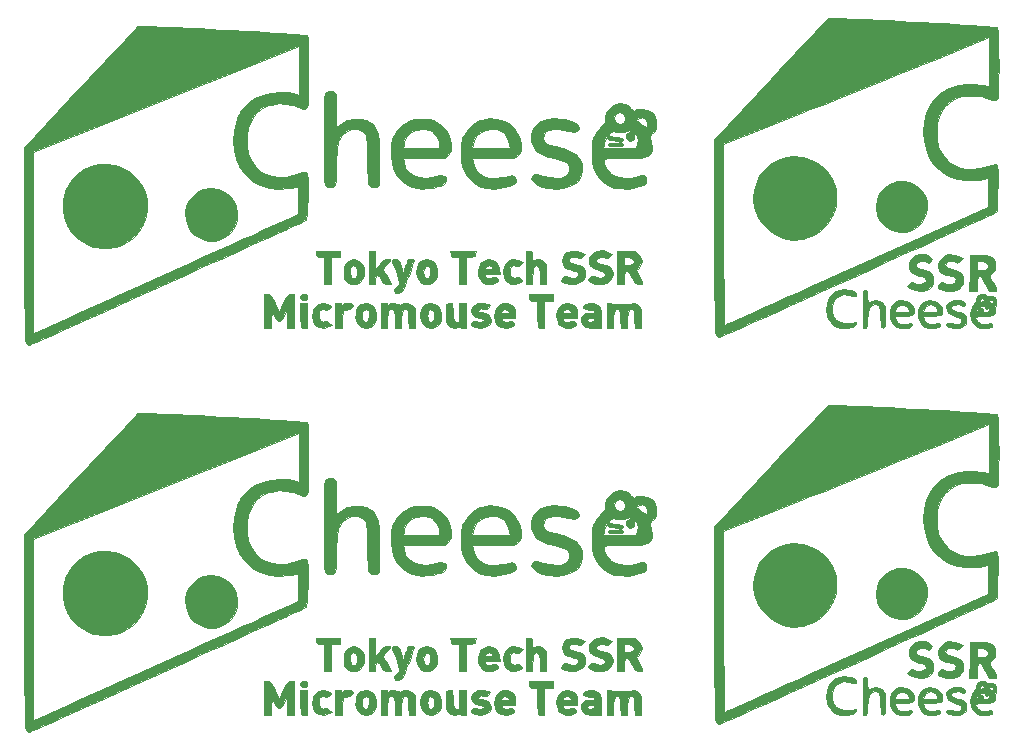
<source format=gbr>
G04 #@! TF.FileFunction,Legend,Top*
%FSLAX46Y46*%
G04 Gerber Fmt 4.6, Leading zero omitted, Abs format (unit mm)*
G04 Created by KiCad (PCBNEW 4.0.7) date Mon May 14 02:01:04 2018*
%MOMM*%
%LPD*%
G01*
G04 APERTURE LIST*
%ADD10C,0.100000*%
%ADD11C,0.010000*%
G04 APERTURE END LIST*
D10*
D11*
G36*
X161769195Y-106239902D02*
X162164345Y-106250938D01*
X162682657Y-106269928D01*
X163308919Y-106296041D01*
X164027915Y-106328446D01*
X164824431Y-106366311D01*
X165683253Y-106408805D01*
X166589168Y-106455097D01*
X167526960Y-106504357D01*
X168481416Y-106555753D01*
X169437322Y-106608454D01*
X170379463Y-106661628D01*
X171292624Y-106714445D01*
X172161593Y-106766074D01*
X172971155Y-106815684D01*
X173706094Y-106862442D01*
X174351199Y-106905520D01*
X174891253Y-106944084D01*
X175311043Y-106977304D01*
X175595355Y-107004350D01*
X175728975Y-107024389D01*
X175736515Y-107027670D01*
X175768029Y-107136296D01*
X175795138Y-107390328D01*
X175817784Y-107765894D01*
X175835911Y-108239120D01*
X175849461Y-108786135D01*
X175858377Y-109383068D01*
X175862601Y-110006045D01*
X175862077Y-110631194D01*
X175856747Y-111234645D01*
X175846554Y-111792523D01*
X175831440Y-112280958D01*
X175811350Y-112676077D01*
X175786224Y-112954008D01*
X175756007Y-113090879D01*
X175751066Y-113097733D01*
X175595908Y-113182626D01*
X175367197Y-113180599D01*
X175037551Y-113089121D01*
X174836666Y-113013189D01*
X174401841Y-112891163D01*
X173883792Y-112824480D01*
X173338741Y-112813365D01*
X172822909Y-112858044D01*
X172392518Y-112958742D01*
X172281793Y-113002939D01*
X171732613Y-113342823D01*
X171262704Y-113809748D01*
X170908569Y-114366908D01*
X170890115Y-114406047D01*
X170782616Y-114652773D01*
X170712198Y-114867386D01*
X170671128Y-115097483D01*
X170651672Y-115390660D01*
X170646096Y-115794515D01*
X170645963Y-115908666D01*
X170649431Y-116344880D01*
X170664992Y-116659414D01*
X170700378Y-116899864D01*
X170763324Y-117113827D01*
X170861562Y-117348900D01*
X170890115Y-117411286D01*
X171236957Y-117975187D01*
X171703373Y-118451174D01*
X172252944Y-118802484D01*
X172281793Y-118816044D01*
X172662935Y-118933254D01*
X173148038Y-118998365D01*
X173680011Y-119011587D01*
X174201763Y-118973129D01*
X174656203Y-118883200D01*
X174868596Y-118806558D01*
X175274597Y-118656245D01*
X175565588Y-118628403D01*
X175740694Y-118723114D01*
X175741230Y-118723833D01*
X175764165Y-118840983D01*
X175779408Y-119107258D01*
X175786643Y-119502608D01*
X175785554Y-120006984D01*
X175775828Y-120600339D01*
X175772763Y-120730143D01*
X175725666Y-122630619D01*
X175471666Y-122776989D01*
X175362599Y-122830272D01*
X175111203Y-122947308D01*
X174727793Y-123123455D01*
X174222684Y-123354072D01*
X173606190Y-123634516D01*
X172888628Y-123960147D01*
X172080311Y-124326323D01*
X171191555Y-124728402D01*
X170232674Y-125161743D01*
X169213985Y-125621705D01*
X168145801Y-126103645D01*
X167038437Y-126602922D01*
X165902209Y-127114896D01*
X164747432Y-127634924D01*
X163584420Y-128158364D01*
X162423489Y-128680576D01*
X161274954Y-129196918D01*
X160149129Y-129702748D01*
X159056329Y-130193425D01*
X158006870Y-130664307D01*
X157011066Y-131110752D01*
X156079233Y-131528120D01*
X155221685Y-131911769D01*
X154448738Y-132257057D01*
X153770705Y-132559342D01*
X153197903Y-132813984D01*
X152740647Y-133016340D01*
X152409250Y-133161770D01*
X152214029Y-133245631D01*
X152163100Y-133265333D01*
X152053666Y-133208773D01*
X151947455Y-133110499D01*
X151924100Y-133074527D01*
X151903483Y-133014703D01*
X151885440Y-132921025D01*
X151869806Y-132783491D01*
X151856418Y-132592099D01*
X151845110Y-132336847D01*
X151835719Y-132007731D01*
X151828080Y-131594750D01*
X151822029Y-131087902D01*
X151817401Y-130477185D01*
X151814032Y-129752596D01*
X151811758Y-128904132D01*
X151810415Y-127921792D01*
X151809837Y-126795574D01*
X151809861Y-125515474D01*
X151810068Y-124749666D01*
X151812670Y-116945506D01*
X152569333Y-116945506D01*
X152569333Y-124597419D01*
X152570019Y-125719558D01*
X152572011Y-126792079D01*
X152575211Y-127803066D01*
X152579518Y-128740603D01*
X152584835Y-129592774D01*
X152591063Y-130347662D01*
X152598102Y-130993351D01*
X152605853Y-131517925D01*
X152614218Y-131909466D01*
X152623098Y-132156059D01*
X152632394Y-132245788D01*
X152632833Y-132245946D01*
X152716085Y-132211393D01*
X152945037Y-132111125D01*
X153311019Y-131949028D01*
X153805361Y-131728986D01*
X154419394Y-131454884D01*
X155144449Y-131130606D01*
X155971856Y-130760039D01*
X156892946Y-130347065D01*
X157899049Y-129895572D01*
X158981497Y-129409442D01*
X160131619Y-128892562D01*
X161340746Y-128348815D01*
X162600209Y-127782087D01*
X163830000Y-127228392D01*
X174963666Y-122214225D01*
X174987157Y-121008779D01*
X174991148Y-120579024D01*
X174986153Y-120216898D01*
X174973240Y-119952419D01*
X174953479Y-119815606D01*
X174944265Y-119803333D01*
X174825219Y-119825188D01*
X174619235Y-119878859D01*
X174582107Y-119889530D01*
X174293743Y-119940529D01*
X173892951Y-119969125D01*
X173435119Y-119975546D01*
X172975633Y-119960020D01*
X172569880Y-119922773D01*
X172332439Y-119880303D01*
X171596385Y-119618620D01*
X170958015Y-119224461D01*
X170425234Y-118708922D01*
X170005953Y-118083104D01*
X169708078Y-117358106D01*
X169539518Y-116545027D01*
X169502666Y-115908666D01*
X169563862Y-115039766D01*
X169750872Y-114274722D01*
X170068832Y-113598602D01*
X170492894Y-113029463D01*
X171044205Y-112528489D01*
X171675725Y-112167373D01*
X172397267Y-111942156D01*
X173218647Y-111848876D01*
X173426043Y-111845671D01*
X173837457Y-111859763D01*
X174244714Y-111896321D01*
X174575619Y-111948285D01*
X174646166Y-111965008D01*
X175090666Y-112083339D01*
X175090666Y-107880989D01*
X170370500Y-109782960D01*
X169494531Y-110135855D01*
X168487244Y-110541529D01*
X167374430Y-110989600D01*
X166181883Y-111469686D01*
X164935398Y-111971405D01*
X163660768Y-112484377D01*
X162383785Y-112998220D01*
X161130245Y-113502551D01*
X159925940Y-113986991D01*
X159109833Y-114315218D01*
X152569333Y-116945506D01*
X151812670Y-116945506D01*
X151812804Y-116543666D01*
X156564810Y-111421333D01*
X157295710Y-110634015D01*
X157994487Y-109882351D01*
X158652448Y-109175629D01*
X159260899Y-108523140D01*
X159811146Y-107934173D01*
X160294496Y-107418017D01*
X160702255Y-106983961D01*
X161025728Y-106641296D01*
X161256223Y-106399309D01*
X161385045Y-106267291D01*
X161409241Y-106245015D01*
X161512423Y-106237650D01*
X161769195Y-106239902D01*
X161769195Y-106239902D01*
G37*
X161769195Y-106239902D02*
X162164345Y-106250938D01*
X162682657Y-106269928D01*
X163308919Y-106296041D01*
X164027915Y-106328446D01*
X164824431Y-106366311D01*
X165683253Y-106408805D01*
X166589168Y-106455097D01*
X167526960Y-106504357D01*
X168481416Y-106555753D01*
X169437322Y-106608454D01*
X170379463Y-106661628D01*
X171292624Y-106714445D01*
X172161593Y-106766074D01*
X172971155Y-106815684D01*
X173706094Y-106862442D01*
X174351199Y-106905520D01*
X174891253Y-106944084D01*
X175311043Y-106977304D01*
X175595355Y-107004350D01*
X175728975Y-107024389D01*
X175736515Y-107027670D01*
X175768029Y-107136296D01*
X175795138Y-107390328D01*
X175817784Y-107765894D01*
X175835911Y-108239120D01*
X175849461Y-108786135D01*
X175858377Y-109383068D01*
X175862601Y-110006045D01*
X175862077Y-110631194D01*
X175856747Y-111234645D01*
X175846554Y-111792523D01*
X175831440Y-112280958D01*
X175811350Y-112676077D01*
X175786224Y-112954008D01*
X175756007Y-113090879D01*
X175751066Y-113097733D01*
X175595908Y-113182626D01*
X175367197Y-113180599D01*
X175037551Y-113089121D01*
X174836666Y-113013189D01*
X174401841Y-112891163D01*
X173883792Y-112824480D01*
X173338741Y-112813365D01*
X172822909Y-112858044D01*
X172392518Y-112958742D01*
X172281793Y-113002939D01*
X171732613Y-113342823D01*
X171262704Y-113809748D01*
X170908569Y-114366908D01*
X170890115Y-114406047D01*
X170782616Y-114652773D01*
X170712198Y-114867386D01*
X170671128Y-115097483D01*
X170651672Y-115390660D01*
X170646096Y-115794515D01*
X170645963Y-115908666D01*
X170649431Y-116344880D01*
X170664992Y-116659414D01*
X170700378Y-116899864D01*
X170763324Y-117113827D01*
X170861562Y-117348900D01*
X170890115Y-117411286D01*
X171236957Y-117975187D01*
X171703373Y-118451174D01*
X172252944Y-118802484D01*
X172281793Y-118816044D01*
X172662935Y-118933254D01*
X173148038Y-118998365D01*
X173680011Y-119011587D01*
X174201763Y-118973129D01*
X174656203Y-118883200D01*
X174868596Y-118806558D01*
X175274597Y-118656245D01*
X175565588Y-118628403D01*
X175740694Y-118723114D01*
X175741230Y-118723833D01*
X175764165Y-118840983D01*
X175779408Y-119107258D01*
X175786643Y-119502608D01*
X175785554Y-120006984D01*
X175775828Y-120600339D01*
X175772763Y-120730143D01*
X175725666Y-122630619D01*
X175471666Y-122776989D01*
X175362599Y-122830272D01*
X175111203Y-122947308D01*
X174727793Y-123123455D01*
X174222684Y-123354072D01*
X173606190Y-123634516D01*
X172888628Y-123960147D01*
X172080311Y-124326323D01*
X171191555Y-124728402D01*
X170232674Y-125161743D01*
X169213985Y-125621705D01*
X168145801Y-126103645D01*
X167038437Y-126602922D01*
X165902209Y-127114896D01*
X164747432Y-127634924D01*
X163584420Y-128158364D01*
X162423489Y-128680576D01*
X161274954Y-129196918D01*
X160149129Y-129702748D01*
X159056329Y-130193425D01*
X158006870Y-130664307D01*
X157011066Y-131110752D01*
X156079233Y-131528120D01*
X155221685Y-131911769D01*
X154448738Y-132257057D01*
X153770705Y-132559342D01*
X153197903Y-132813984D01*
X152740647Y-133016340D01*
X152409250Y-133161770D01*
X152214029Y-133245631D01*
X152163100Y-133265333D01*
X152053666Y-133208773D01*
X151947455Y-133110499D01*
X151924100Y-133074527D01*
X151903483Y-133014703D01*
X151885440Y-132921025D01*
X151869806Y-132783491D01*
X151856418Y-132592099D01*
X151845110Y-132336847D01*
X151835719Y-132007731D01*
X151828080Y-131594750D01*
X151822029Y-131087902D01*
X151817401Y-130477185D01*
X151814032Y-129752596D01*
X151811758Y-128904132D01*
X151810415Y-127921792D01*
X151809837Y-126795574D01*
X151809861Y-125515474D01*
X151810068Y-124749666D01*
X151812670Y-116945506D01*
X152569333Y-116945506D01*
X152569333Y-124597419D01*
X152570019Y-125719558D01*
X152572011Y-126792079D01*
X152575211Y-127803066D01*
X152579518Y-128740603D01*
X152584835Y-129592774D01*
X152591063Y-130347662D01*
X152598102Y-130993351D01*
X152605853Y-131517925D01*
X152614218Y-131909466D01*
X152623098Y-132156059D01*
X152632394Y-132245788D01*
X152632833Y-132245946D01*
X152716085Y-132211393D01*
X152945037Y-132111125D01*
X153311019Y-131949028D01*
X153805361Y-131728986D01*
X154419394Y-131454884D01*
X155144449Y-131130606D01*
X155971856Y-130760039D01*
X156892946Y-130347065D01*
X157899049Y-129895572D01*
X158981497Y-129409442D01*
X160131619Y-128892562D01*
X161340746Y-128348815D01*
X162600209Y-127782087D01*
X163830000Y-127228392D01*
X174963666Y-122214225D01*
X174987157Y-121008779D01*
X174991148Y-120579024D01*
X174986153Y-120216898D01*
X174973240Y-119952419D01*
X174953479Y-119815606D01*
X174944265Y-119803333D01*
X174825219Y-119825188D01*
X174619235Y-119878859D01*
X174582107Y-119889530D01*
X174293743Y-119940529D01*
X173892951Y-119969125D01*
X173435119Y-119975546D01*
X172975633Y-119960020D01*
X172569880Y-119922773D01*
X172332439Y-119880303D01*
X171596385Y-119618620D01*
X170958015Y-119224461D01*
X170425234Y-118708922D01*
X170005953Y-118083104D01*
X169708078Y-117358106D01*
X169539518Y-116545027D01*
X169502666Y-115908666D01*
X169563862Y-115039766D01*
X169750872Y-114274722D01*
X170068832Y-113598602D01*
X170492894Y-113029463D01*
X171044205Y-112528489D01*
X171675725Y-112167373D01*
X172397267Y-111942156D01*
X173218647Y-111848876D01*
X173426043Y-111845671D01*
X173837457Y-111859763D01*
X174244714Y-111896321D01*
X174575619Y-111948285D01*
X174646166Y-111965008D01*
X175090666Y-112083339D01*
X175090666Y-107880989D01*
X170370500Y-109782960D01*
X169494531Y-110135855D01*
X168487244Y-110541529D01*
X167374430Y-110989600D01*
X166181883Y-111469686D01*
X164935398Y-111971405D01*
X163660768Y-112484377D01*
X162383785Y-112998220D01*
X161130245Y-113502551D01*
X159925940Y-113986991D01*
X159109833Y-114315218D01*
X152569333Y-116945506D01*
X151812670Y-116945506D01*
X151812804Y-116543666D01*
X156564810Y-111421333D01*
X157295710Y-110634015D01*
X157994487Y-109882351D01*
X158652448Y-109175629D01*
X159260899Y-108523140D01*
X159811146Y-107934173D01*
X160294496Y-107418017D01*
X160702255Y-106983961D01*
X161025728Y-106641296D01*
X161256223Y-106399309D01*
X161385045Y-106267291D01*
X161409241Y-106245015D01*
X161512423Y-106237650D01*
X161769195Y-106239902D01*
G36*
X163109124Y-129242331D02*
X163429450Y-129311818D01*
X163678041Y-129426520D01*
X163815183Y-129576133D01*
X163830000Y-129648127D01*
X163801990Y-129761353D01*
X163686115Y-129776732D01*
X163597166Y-129758872D01*
X163139127Y-129668746D01*
X162791354Y-129647177D01*
X162509314Y-129694090D01*
X162349578Y-129756750D01*
X162045863Y-129988216D01*
X161836136Y-130324987D01*
X161732547Y-130724124D01*
X161747244Y-131142689D01*
X161861631Y-131481314D01*
X162094009Y-131812019D01*
X162399410Y-132016560D01*
X162795802Y-132101165D01*
X163301152Y-132072059D01*
X163478722Y-132041695D01*
X163704886Y-132005188D01*
X163806253Y-132018478D01*
X163822692Y-132091886D01*
X163816638Y-132129184D01*
X163722853Y-132283288D01*
X163575250Y-132394125D01*
X163375009Y-132448997D01*
X163072716Y-132483419D01*
X162734681Y-132495037D01*
X162427217Y-132481492D01*
X162221333Y-132442243D01*
X161869258Y-132234185D01*
X161568263Y-131917572D01*
X161457416Y-131737576D01*
X161342258Y-131383548D01*
X161292090Y-130947215D01*
X161309298Y-130503607D01*
X161396268Y-130127755D01*
X161405487Y-130104827D01*
X161630143Y-129762782D01*
X161972421Y-129476861D01*
X162381209Y-129288930D01*
X162412126Y-129280221D01*
X162756778Y-129228364D01*
X163109124Y-129242331D01*
X163109124Y-129242331D01*
G37*
X163109124Y-129242331D02*
X163429450Y-129311818D01*
X163678041Y-129426520D01*
X163815183Y-129576133D01*
X163830000Y-129648127D01*
X163801990Y-129761353D01*
X163686115Y-129776732D01*
X163597166Y-129758872D01*
X163139127Y-129668746D01*
X162791354Y-129647177D01*
X162509314Y-129694090D01*
X162349578Y-129756750D01*
X162045863Y-129988216D01*
X161836136Y-130324987D01*
X161732547Y-130724124D01*
X161747244Y-131142689D01*
X161861631Y-131481314D01*
X162094009Y-131812019D01*
X162399410Y-132016560D01*
X162795802Y-132101165D01*
X163301152Y-132072059D01*
X163478722Y-132041695D01*
X163704886Y-132005188D01*
X163806253Y-132018478D01*
X163822692Y-132091886D01*
X163816638Y-132129184D01*
X163722853Y-132283288D01*
X163575250Y-132394125D01*
X163375009Y-132448997D01*
X163072716Y-132483419D01*
X162734681Y-132495037D01*
X162427217Y-132481492D01*
X162221333Y-132442243D01*
X161869258Y-132234185D01*
X161568263Y-131917572D01*
X161457416Y-131737576D01*
X161342258Y-131383548D01*
X161292090Y-130947215D01*
X161309298Y-130503607D01*
X161396268Y-130127755D01*
X161405487Y-130104827D01*
X161630143Y-129762782D01*
X161972421Y-129476861D01*
X162381209Y-129288930D01*
X162412126Y-129280221D01*
X162756778Y-129228364D01*
X163109124Y-129242331D01*
G36*
X164641005Y-129262160D02*
X164695689Y-129341985D01*
X164726131Y-129519654D01*
X164744038Y-129815338D01*
X164769077Y-130387010D01*
X165015001Y-130259838D01*
X165393463Y-130142500D01*
X165748613Y-130185028D01*
X166005445Y-130336936D01*
X166108025Y-130431193D01*
X166175789Y-130527051D01*
X166215953Y-130659871D01*
X166235732Y-130865015D01*
X166242343Y-131177844D01*
X166243000Y-131501103D01*
X166241156Y-131915974D01*
X166232233Y-132190371D01*
X166211143Y-132353140D01*
X166172795Y-132433127D01*
X166112101Y-132459181D01*
X166073666Y-132461000D01*
X165996873Y-132447864D01*
X165944793Y-132388459D01*
X165910170Y-132252791D01*
X165885749Y-132010864D01*
X165864272Y-131632684D01*
X165862000Y-131586055D01*
X165837777Y-131177866D01*
X165807573Y-130905197D01*
X165764363Y-130734235D01*
X165701123Y-130631172D01*
X165655317Y-130591222D01*
X165461579Y-130488173D01*
X165284619Y-130505971D01*
X165068867Y-130652153D01*
X165042820Y-130674293D01*
X164930766Y-130782705D01*
X164857933Y-130902183D01*
X164812758Y-131073799D01*
X164783673Y-131338628D01*
X164762932Y-131668277D01*
X164737294Y-132047072D01*
X164706403Y-132287723D01*
X164662939Y-132421406D01*
X164599582Y-132479298D01*
X164570577Y-132487574D01*
X164423657Y-132457159D01*
X164378049Y-132400911D01*
X164365078Y-132282350D01*
X164356220Y-132023989D01*
X164351850Y-131655320D01*
X164352346Y-131205836D01*
X164357138Y-130764820D01*
X164366253Y-130223473D01*
X164376565Y-129828459D01*
X164390984Y-129556786D01*
X164412419Y-129385463D01*
X164443781Y-129291496D01*
X164487980Y-129251896D01*
X164547925Y-129243669D01*
X164549666Y-129243666D01*
X164641005Y-129262160D01*
X164641005Y-129262160D01*
G37*
X164641005Y-129262160D02*
X164695689Y-129341985D01*
X164726131Y-129519654D01*
X164744038Y-129815338D01*
X164769077Y-130387010D01*
X165015001Y-130259838D01*
X165393463Y-130142500D01*
X165748613Y-130185028D01*
X166005445Y-130336936D01*
X166108025Y-130431193D01*
X166175789Y-130527051D01*
X166215953Y-130659871D01*
X166235732Y-130865015D01*
X166242343Y-131177844D01*
X166243000Y-131501103D01*
X166241156Y-131915974D01*
X166232233Y-132190371D01*
X166211143Y-132353140D01*
X166172795Y-132433127D01*
X166112101Y-132459181D01*
X166073666Y-132461000D01*
X165996873Y-132447864D01*
X165944793Y-132388459D01*
X165910170Y-132252791D01*
X165885749Y-132010864D01*
X165864272Y-131632684D01*
X165862000Y-131586055D01*
X165837777Y-131177866D01*
X165807573Y-130905197D01*
X165764363Y-130734235D01*
X165701123Y-130631172D01*
X165655317Y-130591222D01*
X165461579Y-130488173D01*
X165284619Y-130505971D01*
X165068867Y-130652153D01*
X165042820Y-130674293D01*
X164930766Y-130782705D01*
X164857933Y-130902183D01*
X164812758Y-131073799D01*
X164783673Y-131338628D01*
X164762932Y-131668277D01*
X164737294Y-132047072D01*
X164706403Y-132287723D01*
X164662939Y-132421406D01*
X164599582Y-132479298D01*
X164570577Y-132487574D01*
X164423657Y-132457159D01*
X164378049Y-132400911D01*
X164365078Y-132282350D01*
X164356220Y-132023989D01*
X164351850Y-131655320D01*
X164352346Y-131205836D01*
X164357138Y-130764820D01*
X164366253Y-130223473D01*
X164376565Y-129828459D01*
X164390984Y-129556786D01*
X164412419Y-129385463D01*
X164443781Y-129291496D01*
X164487980Y-129251896D01*
X164547925Y-129243669D01*
X164549666Y-129243666D01*
X164641005Y-129262160D01*
G36*
X168066624Y-130190234D02*
X168388826Y-130367798D01*
X168603663Y-130672650D01*
X168691656Y-130948934D01*
X168711351Y-131176247D01*
X168640077Y-131332280D01*
X168458067Y-131428468D01*
X168145554Y-131476245D01*
X167760952Y-131487333D01*
X167437224Y-131492429D01*
X167190160Y-131506022D01*
X167058797Y-131525564D01*
X167047333Y-131533871D01*
X167082520Y-131633825D01*
X167168013Y-131813692D01*
X167175873Y-131828977D01*
X167349113Y-132039968D01*
X167608305Y-132142025D01*
X167978697Y-132143318D01*
X168099243Y-132127722D01*
X168379089Y-132111816D01*
X168519803Y-132164021D01*
X168512903Y-132278301D01*
X168439063Y-132369507D01*
X168261414Y-132459975D01*
X167948645Y-132500276D01*
X167794819Y-132503333D01*
X167495618Y-132494076D01*
X167299031Y-132450586D01*
X167138673Y-132349283D01*
X167003210Y-132222144D01*
X166787285Y-131938601D01*
X166665718Y-131640277D01*
X166663588Y-131629477D01*
X166645115Y-131139656D01*
X166672196Y-131054317D01*
X167072225Y-131054317D01*
X167102726Y-131111060D01*
X167216666Y-131138776D01*
X167446162Y-131147849D01*
X167682333Y-131148666D01*
X168007910Y-131146284D01*
X168196366Y-131132216D01*
X168279909Y-131096081D01*
X168290745Y-131027499D01*
X168273348Y-130958166D01*
X168122315Y-130687489D01*
X167882433Y-130528213D01*
X167601964Y-130508573D01*
X167315266Y-130616873D01*
X167143828Y-130823583D01*
X167093047Y-130958166D01*
X167072225Y-131054317D01*
X166672196Y-131054317D01*
X166781422Y-130710133D01*
X167003210Y-130413855D01*
X167227916Y-130225231D01*
X167446763Y-130144612D01*
X167627549Y-130132666D01*
X168066624Y-130190234D01*
X168066624Y-130190234D01*
G37*
X168066624Y-130190234D02*
X168388826Y-130367798D01*
X168603663Y-130672650D01*
X168691656Y-130948934D01*
X168711351Y-131176247D01*
X168640077Y-131332280D01*
X168458067Y-131428468D01*
X168145554Y-131476245D01*
X167760952Y-131487333D01*
X167437224Y-131492429D01*
X167190160Y-131506022D01*
X167058797Y-131525564D01*
X167047333Y-131533871D01*
X167082520Y-131633825D01*
X167168013Y-131813692D01*
X167175873Y-131828977D01*
X167349113Y-132039968D01*
X167608305Y-132142025D01*
X167978697Y-132143318D01*
X168099243Y-132127722D01*
X168379089Y-132111816D01*
X168519803Y-132164021D01*
X168512903Y-132278301D01*
X168439063Y-132369507D01*
X168261414Y-132459975D01*
X167948645Y-132500276D01*
X167794819Y-132503333D01*
X167495618Y-132494076D01*
X167299031Y-132450586D01*
X167138673Y-132349283D01*
X167003210Y-132222144D01*
X166787285Y-131938601D01*
X166665718Y-131640277D01*
X166663588Y-131629477D01*
X166645115Y-131139656D01*
X166672196Y-131054317D01*
X167072225Y-131054317D01*
X167102726Y-131111060D01*
X167216666Y-131138776D01*
X167446162Y-131147849D01*
X167682333Y-131148666D01*
X168007910Y-131146284D01*
X168196366Y-131132216D01*
X168279909Y-131096081D01*
X168290745Y-131027499D01*
X168273348Y-130958166D01*
X168122315Y-130687489D01*
X167882433Y-130528213D01*
X167601964Y-130508573D01*
X167315266Y-130616873D01*
X167143828Y-130823583D01*
X167093047Y-130958166D01*
X167072225Y-131054317D01*
X166672196Y-131054317D01*
X166781422Y-130710133D01*
X167003210Y-130413855D01*
X167227916Y-130225231D01*
X167446763Y-130144612D01*
X167627549Y-130132666D01*
X168066624Y-130190234D01*
G36*
X170408903Y-130184285D02*
X170740896Y-130342661D01*
X170968217Y-130633844D01*
X171037817Y-130813831D01*
X171099744Y-131075115D01*
X171086613Y-131253878D01*
X170977002Y-131366833D01*
X170749486Y-131430695D01*
X170382643Y-131462176D01*
X170197686Y-131469271D01*
X169428973Y-131493542D01*
X169512204Y-131732298D01*
X169672082Y-131988344D01*
X169937074Y-132123808D01*
X170317642Y-132143279D01*
X170422626Y-132131833D01*
X170729784Y-132112161D01*
X170889120Y-132155677D01*
X170906317Y-132175428D01*
X170908490Y-132301518D01*
X170767505Y-132405721D01*
X170509205Y-132476753D01*
X170159432Y-132503330D01*
X170155351Y-132503333D01*
X169858474Y-132493461D01*
X169662637Y-132447557D01*
X169499941Y-132341191D01*
X169373877Y-132222144D01*
X169121364Y-131858843D01*
X169008373Y-131440730D01*
X169027201Y-131148666D01*
X169426808Y-131148666D01*
X170057404Y-131148666D01*
X170389097Y-131142310D01*
X170583409Y-131118867D01*
X170671962Y-131071775D01*
X170688000Y-131017818D01*
X170624231Y-130858116D01*
X170471902Y-130674620D01*
X170289481Y-130526225D01*
X170145498Y-130471333D01*
X169860338Y-130542936D01*
X169619920Y-130725726D01*
X169511285Y-130906336D01*
X169426808Y-131148666D01*
X169027201Y-131148666D01*
X169036147Y-131009910D01*
X169205930Y-130608487D01*
X169321733Y-130456711D01*
X169517830Y-130280706D01*
X169745784Y-130190888D01*
X169973361Y-130159409D01*
X170408903Y-130184285D01*
X170408903Y-130184285D01*
G37*
X170408903Y-130184285D02*
X170740896Y-130342661D01*
X170968217Y-130633844D01*
X171037817Y-130813831D01*
X171099744Y-131075115D01*
X171086613Y-131253878D01*
X170977002Y-131366833D01*
X170749486Y-131430695D01*
X170382643Y-131462176D01*
X170197686Y-131469271D01*
X169428973Y-131493542D01*
X169512204Y-131732298D01*
X169672082Y-131988344D01*
X169937074Y-132123808D01*
X170317642Y-132143279D01*
X170422626Y-132131833D01*
X170729784Y-132112161D01*
X170889120Y-132155677D01*
X170906317Y-132175428D01*
X170908490Y-132301518D01*
X170767505Y-132405721D01*
X170509205Y-132476753D01*
X170159432Y-132503330D01*
X170155351Y-132503333D01*
X169858474Y-132493461D01*
X169662637Y-132447557D01*
X169499941Y-132341191D01*
X169373877Y-132222144D01*
X169121364Y-131858843D01*
X169008373Y-131440730D01*
X169027201Y-131148666D01*
X169426808Y-131148666D01*
X170057404Y-131148666D01*
X170389097Y-131142310D01*
X170583409Y-131118867D01*
X170671962Y-131071775D01*
X170688000Y-131017818D01*
X170624231Y-130858116D01*
X170471902Y-130674620D01*
X170289481Y-130526225D01*
X170145498Y-130471333D01*
X169860338Y-130542936D01*
X169619920Y-130725726D01*
X169511285Y-130906336D01*
X169426808Y-131148666D01*
X169027201Y-131148666D01*
X169036147Y-131009910D01*
X169205930Y-130608487D01*
X169321733Y-130456711D01*
X169517830Y-130280706D01*
X169745784Y-130190888D01*
X169973361Y-130159409D01*
X170408903Y-130184285D01*
G36*
X172614797Y-130161141D02*
X172884870Y-130238514D01*
X173037122Y-130352711D01*
X173058666Y-130421907D01*
X173002920Y-130572499D01*
X172834188Y-130599156D01*
X172664485Y-130550988D01*
X172404796Y-130501305D01*
X172149381Y-130511886D01*
X171952913Y-130575266D01*
X171879007Y-130691581D01*
X171873333Y-130767523D01*
X171908329Y-130915619D01*
X172042314Y-131010654D01*
X172190833Y-131059548D01*
X172420093Y-131116991D01*
X172583441Y-131146971D01*
X172602748Y-131148194D01*
X172729506Y-131197073D01*
X172908505Y-131315007D01*
X172920248Y-131324145D01*
X173082895Y-131504003D01*
X173140960Y-131740212D01*
X173143333Y-131826000D01*
X173077333Y-132148975D01*
X172879011Y-132366928D01*
X172547886Y-132480229D01*
X172264081Y-132497966D01*
X171971472Y-132479936D01*
X171722182Y-132440312D01*
X171640500Y-132416028D01*
X171493741Y-132302396D01*
X171448589Y-132156909D01*
X171515728Y-132049371D01*
X171631927Y-132044084D01*
X171842850Y-132080075D01*
X171923010Y-132099914D01*
X172202076Y-132145096D01*
X172456647Y-132140663D01*
X172497620Y-132132587D01*
X172665849Y-132059263D01*
X172709653Y-131921360D01*
X172704172Y-131848758D01*
X172668176Y-131716598D01*
X172571624Y-131622081D01*
X172375134Y-131537506D01*
X172170458Y-131473348D01*
X171807088Y-131341420D01*
X171584742Y-131189314D01*
X171475288Y-130989082D01*
X171450000Y-130757629D01*
X171525235Y-130470303D01*
X171735949Y-130261318D01*
X172059656Y-130148018D01*
X172260239Y-130132666D01*
X172614797Y-130161141D01*
X172614797Y-130161141D01*
G37*
X172614797Y-130161141D02*
X172884870Y-130238514D01*
X173037122Y-130352711D01*
X173058666Y-130421907D01*
X173002920Y-130572499D01*
X172834188Y-130599156D01*
X172664485Y-130550988D01*
X172404796Y-130501305D01*
X172149381Y-130511886D01*
X171952913Y-130575266D01*
X171879007Y-130691581D01*
X171873333Y-130767523D01*
X171908329Y-130915619D01*
X172042314Y-131010654D01*
X172190833Y-131059548D01*
X172420093Y-131116991D01*
X172583441Y-131146971D01*
X172602748Y-131148194D01*
X172729506Y-131197073D01*
X172908505Y-131315007D01*
X172920248Y-131324145D01*
X173082895Y-131504003D01*
X173140960Y-131740212D01*
X173143333Y-131826000D01*
X173077333Y-132148975D01*
X172879011Y-132366928D01*
X172547886Y-132480229D01*
X172264081Y-132497966D01*
X171971472Y-132479936D01*
X171722182Y-132440312D01*
X171640500Y-132416028D01*
X171493741Y-132302396D01*
X171448589Y-132156909D01*
X171515728Y-132049371D01*
X171631927Y-132044084D01*
X171842850Y-132080075D01*
X171923010Y-132099914D01*
X172202076Y-132145096D01*
X172456647Y-132140663D01*
X172497620Y-132132587D01*
X172665849Y-132059263D01*
X172709653Y-131921360D01*
X172704172Y-131848758D01*
X172668176Y-131716598D01*
X172571624Y-131622081D01*
X172375134Y-131537506D01*
X172170458Y-131473348D01*
X171807088Y-131341420D01*
X171584742Y-131189314D01*
X171475288Y-130989082D01*
X171450000Y-130757629D01*
X171525235Y-130470303D01*
X171735949Y-130261318D01*
X172059656Y-130148018D01*
X172260239Y-130132666D01*
X172614797Y-130161141D01*
G36*
X174803136Y-129717520D02*
X174832489Y-129746634D01*
X174974161Y-129827958D01*
X175054712Y-129822169D01*
X175313008Y-129796165D01*
X175525196Y-129900547D01*
X175659994Y-130097018D01*
X175686117Y-130347280D01*
X175628170Y-130524211D01*
X175549948Y-130775523D01*
X175547386Y-130997224D01*
X175556620Y-131207323D01*
X175472658Y-131350765D01*
X175275597Y-131438058D01*
X174945534Y-131479708D01*
X174618952Y-131487333D01*
X174224495Y-131499060D01*
X173987382Y-131541248D01*
X173896806Y-131624405D01*
X173941957Y-131759041D01*
X174112026Y-131955664D01*
X174124435Y-131968132D01*
X174263561Y-132090457D01*
X174402583Y-132148459D01*
X174601281Y-132155992D01*
X174844102Y-132134915D01*
X175123609Y-132110973D01*
X175274281Y-132119255D01*
X175334916Y-132168028D01*
X175344666Y-132241573D01*
X175281944Y-132400123D01*
X175210741Y-132451941D01*
X174956209Y-132499295D01*
X174622839Y-132499387D01*
X174285704Y-132458093D01*
X174019877Y-132381290D01*
X173969312Y-132354761D01*
X173709728Y-132101531D01*
X173544988Y-131751893D01*
X173479376Y-131352522D01*
X173517176Y-130950093D01*
X173517487Y-130949324D01*
X173914686Y-130949324D01*
X173924050Y-131065014D01*
X174066748Y-131126633D01*
X174358171Y-131147995D01*
X174449961Y-131148666D01*
X174750626Y-131142178D01*
X174924271Y-131114375D01*
X175012982Y-131052744D01*
X175051329Y-130969892D01*
X175040191Y-130760818D01*
X174955838Y-130652392D01*
X174855833Y-130566012D01*
X174865981Y-130596133D01*
X174904069Y-130648456D01*
X174959172Y-130800899D01*
X174862868Y-130884626D01*
X174770347Y-130894666D01*
X174682922Y-130833132D01*
X174688195Y-130739365D01*
X174688438Y-130635149D01*
X174587907Y-130595501D01*
X174435002Y-130594266D01*
X174163440Y-130655910D01*
X174023264Y-130765750D01*
X173914686Y-130949324D01*
X173517487Y-130949324D01*
X173662671Y-130591279D01*
X173792409Y-130427168D01*
X173921796Y-130220791D01*
X173936814Y-130163749D01*
X174267541Y-130163749D01*
X174284671Y-130214643D01*
X174408389Y-130285021D01*
X174561334Y-130252369D01*
X174606108Y-130200400D01*
X175090666Y-130200400D01*
X175143664Y-130312823D01*
X175192266Y-130369733D01*
X175315459Y-130416153D01*
X175404557Y-130352103D01*
X175392556Y-130226342D01*
X175391559Y-130224710D01*
X175286945Y-130149655D01*
X175158438Y-130137370D01*
X175090924Y-130194715D01*
X175090666Y-130200400D01*
X174606108Y-130200400D01*
X174646191Y-130153877D01*
X174616306Y-130044242D01*
X174493283Y-129984050D01*
X174351950Y-130001299D01*
X174313419Y-130029380D01*
X174267541Y-130163749D01*
X173936814Y-130163749D01*
X173965274Y-130055662D01*
X174033799Y-129847203D01*
X174129623Y-129731966D01*
X174352973Y-129641546D01*
X174603780Y-129637280D01*
X174803136Y-129717520D01*
X174803136Y-129717520D01*
G37*
X174803136Y-129717520D02*
X174832489Y-129746634D01*
X174974161Y-129827958D01*
X175054712Y-129822169D01*
X175313008Y-129796165D01*
X175525196Y-129900547D01*
X175659994Y-130097018D01*
X175686117Y-130347280D01*
X175628170Y-130524211D01*
X175549948Y-130775523D01*
X175547386Y-130997224D01*
X175556620Y-131207323D01*
X175472658Y-131350765D01*
X175275597Y-131438058D01*
X174945534Y-131479708D01*
X174618952Y-131487333D01*
X174224495Y-131499060D01*
X173987382Y-131541248D01*
X173896806Y-131624405D01*
X173941957Y-131759041D01*
X174112026Y-131955664D01*
X174124435Y-131968132D01*
X174263561Y-132090457D01*
X174402583Y-132148459D01*
X174601281Y-132155992D01*
X174844102Y-132134915D01*
X175123609Y-132110973D01*
X175274281Y-132119255D01*
X175334916Y-132168028D01*
X175344666Y-132241573D01*
X175281944Y-132400123D01*
X175210741Y-132451941D01*
X174956209Y-132499295D01*
X174622839Y-132499387D01*
X174285704Y-132458093D01*
X174019877Y-132381290D01*
X173969312Y-132354761D01*
X173709728Y-132101531D01*
X173544988Y-131751893D01*
X173479376Y-131352522D01*
X173517176Y-130950093D01*
X173517487Y-130949324D01*
X173914686Y-130949324D01*
X173924050Y-131065014D01*
X174066748Y-131126633D01*
X174358171Y-131147995D01*
X174449961Y-131148666D01*
X174750626Y-131142178D01*
X174924271Y-131114375D01*
X175012982Y-131052744D01*
X175051329Y-130969892D01*
X175040191Y-130760818D01*
X174955838Y-130652392D01*
X174855833Y-130566012D01*
X174865981Y-130596133D01*
X174904069Y-130648456D01*
X174959172Y-130800899D01*
X174862868Y-130884626D01*
X174770347Y-130894666D01*
X174682922Y-130833132D01*
X174688195Y-130739365D01*
X174688438Y-130635149D01*
X174587907Y-130595501D01*
X174435002Y-130594266D01*
X174163440Y-130655910D01*
X174023264Y-130765750D01*
X173914686Y-130949324D01*
X173517487Y-130949324D01*
X173662671Y-130591279D01*
X173792409Y-130427168D01*
X173921796Y-130220791D01*
X173936814Y-130163749D01*
X174267541Y-130163749D01*
X174284671Y-130214643D01*
X174408389Y-130285021D01*
X174561334Y-130252369D01*
X174606108Y-130200400D01*
X175090666Y-130200400D01*
X175143664Y-130312823D01*
X175192266Y-130369733D01*
X175315459Y-130416153D01*
X175404557Y-130352103D01*
X175392556Y-130226342D01*
X175391559Y-130224710D01*
X175286945Y-130149655D01*
X175158438Y-130137370D01*
X175090924Y-130194715D01*
X175090666Y-130200400D01*
X174606108Y-130200400D01*
X174646191Y-130153877D01*
X174616306Y-130044242D01*
X174493283Y-129984050D01*
X174351950Y-130001299D01*
X174313419Y-130029380D01*
X174267541Y-130163749D01*
X173936814Y-130163749D01*
X173965274Y-130055662D01*
X174033799Y-129847203D01*
X174129623Y-129731966D01*
X174352973Y-129641546D01*
X174603780Y-129637280D01*
X174803136Y-129717520D01*
G36*
X169551692Y-126271606D02*
X169851717Y-126354927D01*
X170093462Y-126466179D01*
X170185034Y-126540399D01*
X170242244Y-126657261D01*
X170179669Y-126780209D01*
X170119846Y-126843782D01*
X169965438Y-126959354D01*
X169821353Y-126947492D01*
X169772548Y-126923832D01*
X169532756Y-126849152D01*
X169258831Y-126836477D01*
X169021933Y-126883340D01*
X168913371Y-126953603D01*
X168852741Y-127137633D01*
X168907877Y-127330970D01*
X169054757Y-127452822D01*
X169062497Y-127455150D01*
X169235660Y-127493588D01*
X169488165Y-127539048D01*
X169561229Y-127550756D01*
X169945860Y-127677509D01*
X170209015Y-127911760D01*
X170338073Y-128240073D01*
X170349333Y-128389706D01*
X170282548Y-128782441D01*
X170079757Y-129075192D01*
X169790654Y-129252610D01*
X169320882Y-129360037D01*
X168822673Y-129313235D01*
X168507833Y-129203613D01*
X168295145Y-129094965D01*
X168166000Y-129005647D01*
X168148000Y-128978096D01*
X168200458Y-128878445D01*
X168326691Y-128725706D01*
X168327603Y-128724734D01*
X168466473Y-128598868D01*
X168579417Y-128591918D01*
X168701687Y-128660983D01*
X168931180Y-128745567D01*
X169213163Y-128764632D01*
X169482447Y-128722950D01*
X169673843Y-128625296D01*
X169705277Y-128587500D01*
X169753225Y-128395858D01*
X169635814Y-128237230D01*
X169352699Y-128111299D01*
X169122177Y-128055049D01*
X168691658Y-127910574D01*
X168397014Y-127684446D01*
X168246482Y-127390658D01*
X168248298Y-127043204D01*
X168355937Y-126753212D01*
X168547658Y-126530082D01*
X168837312Y-126347818D01*
X169153500Y-126247006D01*
X169261462Y-126238472D01*
X169551692Y-126271606D01*
X169551692Y-126271606D01*
G37*
X169551692Y-126271606D02*
X169851717Y-126354927D01*
X170093462Y-126466179D01*
X170185034Y-126540399D01*
X170242244Y-126657261D01*
X170179669Y-126780209D01*
X170119846Y-126843782D01*
X169965438Y-126959354D01*
X169821353Y-126947492D01*
X169772548Y-126923832D01*
X169532756Y-126849152D01*
X169258831Y-126836477D01*
X169021933Y-126883340D01*
X168913371Y-126953603D01*
X168852741Y-127137633D01*
X168907877Y-127330970D01*
X169054757Y-127452822D01*
X169062497Y-127455150D01*
X169235660Y-127493588D01*
X169488165Y-127539048D01*
X169561229Y-127550756D01*
X169945860Y-127677509D01*
X170209015Y-127911760D01*
X170338073Y-128240073D01*
X170349333Y-128389706D01*
X170282548Y-128782441D01*
X170079757Y-129075192D01*
X169790654Y-129252610D01*
X169320882Y-129360037D01*
X168822673Y-129313235D01*
X168507833Y-129203613D01*
X168295145Y-129094965D01*
X168166000Y-129005647D01*
X168148000Y-128978096D01*
X168200458Y-128878445D01*
X168326691Y-128725706D01*
X168327603Y-128724734D01*
X168466473Y-128598868D01*
X168579417Y-128591918D01*
X168701687Y-128660983D01*
X168931180Y-128745567D01*
X169213163Y-128764632D01*
X169482447Y-128722950D01*
X169673843Y-128625296D01*
X169705277Y-128587500D01*
X169753225Y-128395858D01*
X169635814Y-128237230D01*
X169352699Y-128111299D01*
X169122177Y-128055049D01*
X168691658Y-127910574D01*
X168397014Y-127684446D01*
X168246482Y-127390658D01*
X168248298Y-127043204D01*
X168355937Y-126753212D01*
X168547658Y-126530082D01*
X168837312Y-126347818D01*
X169153500Y-126247006D01*
X169261462Y-126238472D01*
X169551692Y-126271606D01*
G36*
X172082293Y-126278101D02*
X172460984Y-126412284D01*
X172836968Y-126582849D01*
X172610305Y-126809512D01*
X172443854Y-126951306D01*
X172333521Y-126970388D01*
X172280887Y-126933421D01*
X172113140Y-126858087D01*
X171866035Y-126833719D01*
X171621442Y-126860434D01*
X171466933Y-126932266D01*
X171352064Y-127121077D01*
X171400274Y-127287435D01*
X171606162Y-127425857D01*
X171964324Y-127530857D01*
X172076572Y-127551169D01*
X172408335Y-127668514D01*
X172679957Y-127880444D01*
X172851034Y-128147540D01*
X172889333Y-128344170D01*
X172819924Y-128735075D01*
X172625776Y-129049310D01*
X172487737Y-129164708D01*
X172235572Y-129265032D01*
X171888177Y-129324608D01*
X171516102Y-129337197D01*
X171189898Y-129296559D01*
X171143147Y-129283622D01*
X170922084Y-129186032D01*
X170769116Y-129070055D01*
X170710916Y-128954289D01*
X170769258Y-128833422D01*
X170839545Y-128758157D01*
X170992968Y-128638005D01*
X171140355Y-128638725D01*
X171238727Y-128678107D01*
X171528680Y-128763629D01*
X171824644Y-128778019D01*
X172071014Y-128724907D01*
X172208717Y-128614800D01*
X172257868Y-128388188D01*
X172153521Y-128214918D01*
X171969827Y-128133778D01*
X171489552Y-128013103D01*
X171153925Y-127890121D01*
X170939024Y-127746464D01*
X170820927Y-127563763D01*
X170775714Y-127323650D01*
X170772666Y-127214540D01*
X170840262Y-126823413D01*
X171044950Y-126531118D01*
X171331345Y-126356056D01*
X171708712Y-126252911D01*
X172082293Y-126278101D01*
X172082293Y-126278101D01*
G37*
X172082293Y-126278101D02*
X172460984Y-126412284D01*
X172836968Y-126582849D01*
X172610305Y-126809512D01*
X172443854Y-126951306D01*
X172333521Y-126970388D01*
X172280887Y-126933421D01*
X172113140Y-126858087D01*
X171866035Y-126833719D01*
X171621442Y-126860434D01*
X171466933Y-126932266D01*
X171352064Y-127121077D01*
X171400274Y-127287435D01*
X171606162Y-127425857D01*
X171964324Y-127530857D01*
X172076572Y-127551169D01*
X172408335Y-127668514D01*
X172679957Y-127880444D01*
X172851034Y-128147540D01*
X172889333Y-128344170D01*
X172819924Y-128735075D01*
X172625776Y-129049310D01*
X172487737Y-129164708D01*
X172235572Y-129265032D01*
X171888177Y-129324608D01*
X171516102Y-129337197D01*
X171189898Y-129296559D01*
X171143147Y-129283622D01*
X170922084Y-129186032D01*
X170769116Y-129070055D01*
X170710916Y-128954289D01*
X170769258Y-128833422D01*
X170839545Y-128758157D01*
X170992968Y-128638005D01*
X171140355Y-128638725D01*
X171238727Y-128678107D01*
X171528680Y-128763629D01*
X171824644Y-128778019D01*
X172071014Y-128724907D01*
X172208717Y-128614800D01*
X172257868Y-128388188D01*
X172153521Y-128214918D01*
X171969827Y-128133778D01*
X171489552Y-128013103D01*
X171153925Y-127890121D01*
X170939024Y-127746464D01*
X170820927Y-127563763D01*
X170775714Y-127323650D01*
X170772666Y-127214540D01*
X170840262Y-126823413D01*
X171044950Y-126531118D01*
X171331345Y-126356056D01*
X171708712Y-126252911D01*
X172082293Y-126278101D01*
G36*
X174117499Y-126282667D02*
X174482889Y-126298417D01*
X174816940Y-126337860D01*
X175054690Y-126392999D01*
X175073992Y-126400426D01*
X175363493Y-126600768D01*
X175537896Y-126888058D01*
X175592857Y-127221151D01*
X175524028Y-127558902D01*
X175327066Y-127860167D01*
X175236783Y-127941735D01*
X175152018Y-128017198D01*
X175121489Y-128095628D01*
X175152909Y-128215946D01*
X175253988Y-128417075D01*
X175373692Y-128632825D01*
X175523668Y-128912604D01*
X175633655Y-129139890D01*
X175682560Y-129270694D01*
X175683333Y-129278590D01*
X175608525Y-129337582D01*
X175422848Y-129369054D01*
X175363232Y-129370666D01*
X175203737Y-129364074D01*
X175089132Y-129323996D01*
X174988994Y-129219976D01*
X174872904Y-129021563D01*
X174728925Y-128735666D01*
X174547538Y-128394404D01*
X174406003Y-128191795D01*
X174288284Y-128106647D01*
X174248402Y-128100666D01*
X174161174Y-128118730D01*
X174107852Y-128196439D01*
X174077449Y-128369066D01*
X174058977Y-128671887D01*
X174057209Y-128714500D01*
X174032333Y-129328333D01*
X173712903Y-129354725D01*
X173393472Y-129381118D01*
X173416569Y-127830725D01*
X173431467Y-126830666D01*
X174074666Y-126830666D01*
X174074666Y-127592666D01*
X174407285Y-127592666D01*
X174669327Y-127558287D01*
X174859795Y-127471571D01*
X174872952Y-127459619D01*
X174983255Y-127323875D01*
X174983481Y-127200335D01*
X174874199Y-127018838D01*
X174719099Y-126881437D01*
X174478998Y-126832126D01*
X174408532Y-126830666D01*
X174074666Y-126830666D01*
X173431467Y-126830666D01*
X173439666Y-126280333D01*
X174117499Y-126282667D01*
X174117499Y-126282667D01*
G37*
X174117499Y-126282667D02*
X174482889Y-126298417D01*
X174816940Y-126337860D01*
X175054690Y-126392999D01*
X175073992Y-126400426D01*
X175363493Y-126600768D01*
X175537896Y-126888058D01*
X175592857Y-127221151D01*
X175524028Y-127558902D01*
X175327066Y-127860167D01*
X175236783Y-127941735D01*
X175152018Y-128017198D01*
X175121489Y-128095628D01*
X175152909Y-128215946D01*
X175253988Y-128417075D01*
X175373692Y-128632825D01*
X175523668Y-128912604D01*
X175633655Y-129139890D01*
X175682560Y-129270694D01*
X175683333Y-129278590D01*
X175608525Y-129337582D01*
X175422848Y-129369054D01*
X175363232Y-129370666D01*
X175203737Y-129364074D01*
X175089132Y-129323996D01*
X174988994Y-129219976D01*
X174872904Y-129021563D01*
X174728925Y-128735666D01*
X174547538Y-128394404D01*
X174406003Y-128191795D01*
X174288284Y-128106647D01*
X174248402Y-128100666D01*
X174161174Y-128118730D01*
X174107852Y-128196439D01*
X174077449Y-128369066D01*
X174058977Y-128671887D01*
X174057209Y-128714500D01*
X174032333Y-129328333D01*
X173712903Y-129354725D01*
X173393472Y-129381118D01*
X173416569Y-127830725D01*
X173431467Y-126830666D01*
X174074666Y-126830666D01*
X174074666Y-127592666D01*
X174407285Y-127592666D01*
X174669327Y-127558287D01*
X174859795Y-127471571D01*
X174872952Y-127459619D01*
X174983255Y-127323875D01*
X174983481Y-127200335D01*
X174874199Y-127018838D01*
X174719099Y-126881437D01*
X174478998Y-126832126D01*
X174408532Y-126830666D01*
X174074666Y-126830666D01*
X173431467Y-126830666D01*
X173439666Y-126280333D01*
X174117499Y-126282667D01*
G36*
X159250973Y-117998958D02*
X159331255Y-118014976D01*
X160020653Y-118245550D01*
X160663080Y-118618959D01*
X161226248Y-119109462D01*
X161677867Y-119691322D01*
X161863573Y-120033554D01*
X161966718Y-120272591D01*
X162033395Y-120489581D01*
X162071436Y-120733204D01*
X162088674Y-121052140D01*
X162092903Y-121458724D01*
X162091024Y-121874892D01*
X162077104Y-122172627D01*
X162040976Y-122402817D01*
X161972472Y-122616353D01*
X161861426Y-122864123D01*
X161778127Y-123034248D01*
X161362669Y-123700129D01*
X160841380Y-124235543D01*
X160220181Y-124635832D01*
X159504990Y-124896337D01*
X159373448Y-124926606D01*
X158973438Y-125003576D01*
X158666076Y-125035741D01*
X158380850Y-125023615D01*
X158047253Y-124967712D01*
X157903333Y-124937315D01*
X157172677Y-124694825D01*
X156521618Y-124309246D01*
X155968643Y-123795328D01*
X155532242Y-123167821D01*
X155428408Y-122963027D01*
X155196967Y-122276076D01*
X155111852Y-121544758D01*
X155171262Y-120806757D01*
X155373396Y-120099756D01*
X155585984Y-119665227D01*
X156006258Y-119108622D01*
X156544602Y-118645135D01*
X157169632Y-118288596D01*
X157849960Y-118052834D01*
X158554203Y-117951678D01*
X159250973Y-117998958D01*
X159250973Y-117998958D01*
G37*
X159250973Y-117998958D02*
X159331255Y-118014976D01*
X160020653Y-118245550D01*
X160663080Y-118618959D01*
X161226248Y-119109462D01*
X161677867Y-119691322D01*
X161863573Y-120033554D01*
X161966718Y-120272591D01*
X162033395Y-120489581D01*
X162071436Y-120733204D01*
X162088674Y-121052140D01*
X162092903Y-121458724D01*
X162091024Y-121874892D01*
X162077104Y-122172627D01*
X162040976Y-122402817D01*
X161972472Y-122616353D01*
X161861426Y-122864123D01*
X161778127Y-123034248D01*
X161362669Y-123700129D01*
X160841380Y-124235543D01*
X160220181Y-124635832D01*
X159504990Y-124896337D01*
X159373448Y-124926606D01*
X158973438Y-125003576D01*
X158666076Y-125035741D01*
X158380850Y-125023615D01*
X158047253Y-124967712D01*
X157903333Y-124937315D01*
X157172677Y-124694825D01*
X156521618Y-124309246D01*
X155968643Y-123795328D01*
X155532242Y-123167821D01*
X155428408Y-122963027D01*
X155196967Y-122276076D01*
X155111852Y-121544758D01*
X155171262Y-120806757D01*
X155373396Y-120099756D01*
X155585984Y-119665227D01*
X156006258Y-119108622D01*
X156544602Y-118645135D01*
X157169632Y-118288596D01*
X157849960Y-118052834D01*
X158554203Y-117951678D01*
X159250973Y-117998958D01*
G36*
X168314776Y-120141345D02*
X168812427Y-120377148D01*
X169245771Y-120747219D01*
X169552415Y-121178800D01*
X169692194Y-121461253D01*
X169766094Y-121715314D01*
X169792336Y-122019480D01*
X169793267Y-122216333D01*
X169739421Y-122762285D01*
X169574637Y-123213970D01*
X169276970Y-123619106D01*
X169045549Y-123842119D01*
X168550227Y-124172266D01*
X168003727Y-124348669D01*
X167432423Y-124367489D01*
X166862688Y-124224887D01*
X166750383Y-124176255D01*
X166241808Y-123852349D01*
X165853207Y-123420277D01*
X165598926Y-122901891D01*
X165493311Y-122319044D01*
X165491488Y-122258666D01*
X165554943Y-121661361D01*
X165769558Y-121138479D01*
X166139526Y-120680328D01*
X166198145Y-120626012D01*
X166694504Y-120282142D01*
X167229963Y-120089581D01*
X167778671Y-120044069D01*
X168314776Y-120141345D01*
X168314776Y-120141345D01*
G37*
X168314776Y-120141345D02*
X168812427Y-120377148D01*
X169245771Y-120747219D01*
X169552415Y-121178800D01*
X169692194Y-121461253D01*
X169766094Y-121715314D01*
X169792336Y-122019480D01*
X169793267Y-122216333D01*
X169739421Y-122762285D01*
X169574637Y-123213970D01*
X169276970Y-123619106D01*
X169045549Y-123842119D01*
X168550227Y-124172266D01*
X168003727Y-124348669D01*
X167432423Y-124367489D01*
X166862688Y-124224887D01*
X166750383Y-124176255D01*
X166241808Y-123852349D01*
X165853207Y-123420277D01*
X165598926Y-122901891D01*
X165493311Y-122319044D01*
X165491488Y-122258666D01*
X165554943Y-121661361D01*
X165769558Y-121138479D01*
X166139526Y-120680328D01*
X166198145Y-120626012D01*
X166694504Y-120282142D01*
X167229963Y-120089581D01*
X167778671Y-120044069D01*
X168314776Y-120141345D01*
G36*
X174423187Y-130768147D02*
X174562726Y-130876571D01*
X174582666Y-130946058D01*
X174515711Y-131029797D01*
X174304873Y-131054809D01*
X174265166Y-131053982D01*
X174064746Y-131045654D01*
X174023548Y-131030687D01*
X174131542Y-130997289D01*
X174201666Y-130979333D01*
X174353298Y-130934581D01*
X174347570Y-130912133D01*
X174265166Y-130904683D01*
X174122171Y-130861395D01*
X174074046Y-130785790D01*
X174141380Y-130730301D01*
X174194741Y-130725333D01*
X174423187Y-130768147D01*
X174423187Y-130768147D01*
G37*
X174423187Y-130768147D02*
X174562726Y-130876571D01*
X174582666Y-130946058D01*
X174515711Y-131029797D01*
X174304873Y-131054809D01*
X174265166Y-131053982D01*
X174064746Y-131045654D01*
X174023548Y-131030687D01*
X174131542Y-130997289D01*
X174201666Y-130979333D01*
X174353298Y-130934581D01*
X174347570Y-130912133D01*
X174265166Y-130904683D01*
X174122171Y-130861395D01*
X174074046Y-130785790D01*
X174141380Y-130730301D01*
X174194741Y-130725333D01*
X174423187Y-130768147D01*
G36*
X103345031Y-106916387D02*
X103741495Y-106927314D01*
X104261002Y-106946202D01*
X104888337Y-106972220D01*
X105608286Y-107004537D01*
X106405635Y-107042323D01*
X107265170Y-107084749D01*
X108171676Y-107130983D01*
X109109938Y-107180195D01*
X110064743Y-107231555D01*
X111020877Y-107284233D01*
X111963124Y-107337398D01*
X112876271Y-107390220D01*
X113745104Y-107441868D01*
X114554408Y-107491512D01*
X115288968Y-107538323D01*
X115933571Y-107581468D01*
X116473003Y-107620119D01*
X116892049Y-107653445D01*
X117175494Y-107680615D01*
X117308125Y-107700799D01*
X117315302Y-107703996D01*
X117347553Y-107757884D01*
X117373579Y-107870881D01*
X117393981Y-108058528D01*
X117409361Y-108336366D01*
X117420318Y-108719939D01*
X117427453Y-109224786D01*
X117431366Y-109866451D01*
X117432659Y-110660474D01*
X117432667Y-110741244D01*
X117432352Y-111524690D01*
X117430756Y-112156299D01*
X117426896Y-112653569D01*
X117419792Y-113033994D01*
X117408464Y-113315073D01*
X117391931Y-113514301D01*
X117369212Y-113649175D01*
X117339327Y-113737191D01*
X117301295Y-113795846D01*
X117259092Y-113838172D01*
X117119533Y-113937930D01*
X116978639Y-113941480D01*
X116814592Y-113882773D01*
X116131742Y-113647763D01*
X115473478Y-113513354D01*
X114884456Y-113488195D01*
X114808000Y-113494077D01*
X114108933Y-113634701D01*
X113506876Y-113909227D01*
X113009087Y-114307965D01*
X112622823Y-114821228D01*
X112355340Y-115439327D01*
X112213897Y-116152572D01*
X112205751Y-116951275D01*
X112206891Y-116966650D01*
X112332864Y-117675328D01*
X112590721Y-118307055D01*
X112968488Y-118843371D01*
X113454195Y-119265816D01*
X113834334Y-119476086D01*
X114352206Y-119636403D01*
X114948902Y-119709063D01*
X115557106Y-119691947D01*
X116109500Y-119582933D01*
X116205000Y-119550778D01*
X116675112Y-119394854D01*
X117010474Y-119321339D01*
X117223283Y-119328500D01*
X117314716Y-119393071D01*
X117340884Y-119520216D01*
X117358556Y-119783832D01*
X117368356Y-120153811D01*
X117370907Y-120600047D01*
X117366832Y-121092434D01*
X117356754Y-121600866D01*
X117341296Y-122095237D01*
X117321082Y-122545441D01*
X117296734Y-122921371D01*
X117268876Y-123192922D01*
X117238130Y-123329987D01*
X117233080Y-123337326D01*
X117147600Y-123381579D01*
X116918008Y-123490482D01*
X116554590Y-123659393D01*
X116067630Y-123883671D01*
X115467411Y-124158674D01*
X114764220Y-124479761D01*
X113968340Y-124842289D01*
X113090055Y-125241618D01*
X112139650Y-125673106D01*
X111127409Y-126132110D01*
X110063617Y-126613990D01*
X108958557Y-127114103D01*
X107822516Y-127627809D01*
X106665776Y-128150465D01*
X105498622Y-128677430D01*
X104331338Y-129204062D01*
X103174210Y-129725720D01*
X102037521Y-130237762D01*
X100931555Y-130735546D01*
X99866598Y-131214431D01*
X98852934Y-131669775D01*
X97900846Y-132096937D01*
X97020619Y-132491274D01*
X96222538Y-132848146D01*
X95516888Y-133162911D01*
X94913952Y-133430926D01*
X94424014Y-133647551D01*
X94057360Y-133808143D01*
X93824273Y-133908062D01*
X93735039Y-133942665D01*
X93734963Y-133942666D01*
X93632177Y-133886401D01*
X93527456Y-133787833D01*
X93504097Y-133751834D01*
X93483470Y-133691932D01*
X93465409Y-133598125D01*
X93449745Y-133460413D01*
X93436313Y-133268793D01*
X93424945Y-133013264D01*
X93415475Y-132683825D01*
X93407737Y-132270474D01*
X93401562Y-131763209D01*
X93396785Y-131152030D01*
X93393239Y-130426934D01*
X93390758Y-129577921D01*
X93389173Y-128594988D01*
X93388319Y-127468134D01*
X93388029Y-126187358D01*
X93388048Y-125426999D01*
X93388725Y-117636702D01*
X94149334Y-117636702D01*
X94149334Y-132928939D01*
X94424500Y-132811167D01*
X94534169Y-132762528D01*
X94788934Y-132648521D01*
X95179500Y-132473327D01*
X95696571Y-132241127D01*
X96330852Y-131956101D01*
X97073047Y-131622430D01*
X97913861Y-131244295D01*
X98843998Y-130825875D01*
X99854164Y-130371352D01*
X100935061Y-129884907D01*
X102077396Y-129370719D01*
X103271872Y-128832970D01*
X104509195Y-128275840D01*
X104944334Y-128079889D01*
X106203241Y-127512926D01*
X107428191Y-126961187D01*
X108609378Y-126429092D01*
X109736995Y-125921062D01*
X110801235Y-125441516D01*
X111792293Y-124994875D01*
X112700362Y-124585559D01*
X113515636Y-124217990D01*
X114228307Y-123896587D01*
X114828571Y-123625771D01*
X115306619Y-123409961D01*
X115652647Y-123253580D01*
X115856847Y-123161046D01*
X115887500Y-123147075D01*
X116586000Y-122827768D01*
X116586000Y-121645159D01*
X116584373Y-121176452D01*
X116577425Y-120852725D01*
X116562058Y-120649638D01*
X116535171Y-120542852D01*
X116493667Y-120508028D01*
X116442430Y-120517642D01*
X116291100Y-120557243D01*
X116026789Y-120610023D01*
X115704139Y-120665156D01*
X115673594Y-120669943D01*
X114859892Y-120721586D01*
X114076804Y-120627081D01*
X113344919Y-120395727D01*
X112684826Y-120036823D01*
X112117114Y-119559668D01*
X111662371Y-118973560D01*
X111572286Y-118817635D01*
X111303609Y-118168255D01*
X111137632Y-117428652D01*
X111074937Y-116643266D01*
X111116110Y-115856538D01*
X111261733Y-115112908D01*
X111512391Y-114456818D01*
X111514947Y-114451796D01*
X111764581Y-114067259D01*
X112113221Y-113664649D01*
X112507116Y-113298963D01*
X112892513Y-113025196D01*
X112929589Y-113004407D01*
X113547072Y-112747396D01*
X114255760Y-112583259D01*
X115001468Y-112518064D01*
X115730009Y-112557880D01*
X116165268Y-112642058D01*
X116420440Y-112703611D01*
X116598049Y-112737700D01*
X116650893Y-112739329D01*
X116656312Y-112651992D01*
X116659451Y-112418619D01*
X116660309Y-112062495D01*
X116658883Y-111606901D01*
X116655174Y-111075120D01*
X116651007Y-110650646D01*
X116628334Y-108584750D01*
X94149334Y-117636702D01*
X93388725Y-117636702D01*
X93388762Y-117221000D01*
X98135634Y-112098666D01*
X98866070Y-111311083D01*
X99564557Y-110559166D01*
X100222390Y-109852216D01*
X100830861Y-109199532D01*
X101381266Y-108610414D01*
X101864897Y-108094163D01*
X102273048Y-107660078D01*
X102597014Y-107317458D01*
X102828089Y-107075604D01*
X102957566Y-106943815D01*
X102982087Y-106921735D01*
X103086823Y-106914251D01*
X103345031Y-106916387D01*
X103345031Y-106916387D01*
G37*
X103345031Y-106916387D02*
X103741495Y-106927314D01*
X104261002Y-106946202D01*
X104888337Y-106972220D01*
X105608286Y-107004537D01*
X106405635Y-107042323D01*
X107265170Y-107084749D01*
X108171676Y-107130983D01*
X109109938Y-107180195D01*
X110064743Y-107231555D01*
X111020877Y-107284233D01*
X111963124Y-107337398D01*
X112876271Y-107390220D01*
X113745104Y-107441868D01*
X114554408Y-107491512D01*
X115288968Y-107538323D01*
X115933571Y-107581468D01*
X116473003Y-107620119D01*
X116892049Y-107653445D01*
X117175494Y-107680615D01*
X117308125Y-107700799D01*
X117315302Y-107703996D01*
X117347553Y-107757884D01*
X117373579Y-107870881D01*
X117393981Y-108058528D01*
X117409361Y-108336366D01*
X117420318Y-108719939D01*
X117427453Y-109224786D01*
X117431366Y-109866451D01*
X117432659Y-110660474D01*
X117432667Y-110741244D01*
X117432352Y-111524690D01*
X117430756Y-112156299D01*
X117426896Y-112653569D01*
X117419792Y-113033994D01*
X117408464Y-113315073D01*
X117391931Y-113514301D01*
X117369212Y-113649175D01*
X117339327Y-113737191D01*
X117301295Y-113795846D01*
X117259092Y-113838172D01*
X117119533Y-113937930D01*
X116978639Y-113941480D01*
X116814592Y-113882773D01*
X116131742Y-113647763D01*
X115473478Y-113513354D01*
X114884456Y-113488195D01*
X114808000Y-113494077D01*
X114108933Y-113634701D01*
X113506876Y-113909227D01*
X113009087Y-114307965D01*
X112622823Y-114821228D01*
X112355340Y-115439327D01*
X112213897Y-116152572D01*
X112205751Y-116951275D01*
X112206891Y-116966650D01*
X112332864Y-117675328D01*
X112590721Y-118307055D01*
X112968488Y-118843371D01*
X113454195Y-119265816D01*
X113834334Y-119476086D01*
X114352206Y-119636403D01*
X114948902Y-119709063D01*
X115557106Y-119691947D01*
X116109500Y-119582933D01*
X116205000Y-119550778D01*
X116675112Y-119394854D01*
X117010474Y-119321339D01*
X117223283Y-119328500D01*
X117314716Y-119393071D01*
X117340884Y-119520216D01*
X117358556Y-119783832D01*
X117368356Y-120153811D01*
X117370907Y-120600047D01*
X117366832Y-121092434D01*
X117356754Y-121600866D01*
X117341296Y-122095237D01*
X117321082Y-122545441D01*
X117296734Y-122921371D01*
X117268876Y-123192922D01*
X117238130Y-123329987D01*
X117233080Y-123337326D01*
X117147600Y-123381579D01*
X116918008Y-123490482D01*
X116554590Y-123659393D01*
X116067630Y-123883671D01*
X115467411Y-124158674D01*
X114764220Y-124479761D01*
X113968340Y-124842289D01*
X113090055Y-125241618D01*
X112139650Y-125673106D01*
X111127409Y-126132110D01*
X110063617Y-126613990D01*
X108958557Y-127114103D01*
X107822516Y-127627809D01*
X106665776Y-128150465D01*
X105498622Y-128677430D01*
X104331338Y-129204062D01*
X103174210Y-129725720D01*
X102037521Y-130237762D01*
X100931555Y-130735546D01*
X99866598Y-131214431D01*
X98852934Y-131669775D01*
X97900846Y-132096937D01*
X97020619Y-132491274D01*
X96222538Y-132848146D01*
X95516888Y-133162911D01*
X94913952Y-133430926D01*
X94424014Y-133647551D01*
X94057360Y-133808143D01*
X93824273Y-133908062D01*
X93735039Y-133942665D01*
X93734963Y-133942666D01*
X93632177Y-133886401D01*
X93527456Y-133787833D01*
X93504097Y-133751834D01*
X93483470Y-133691932D01*
X93465409Y-133598125D01*
X93449745Y-133460413D01*
X93436313Y-133268793D01*
X93424945Y-133013264D01*
X93415475Y-132683825D01*
X93407737Y-132270474D01*
X93401562Y-131763209D01*
X93396785Y-131152030D01*
X93393239Y-130426934D01*
X93390758Y-129577921D01*
X93389173Y-128594988D01*
X93388319Y-127468134D01*
X93388029Y-126187358D01*
X93388048Y-125426999D01*
X93388725Y-117636702D01*
X94149334Y-117636702D01*
X94149334Y-132928939D01*
X94424500Y-132811167D01*
X94534169Y-132762528D01*
X94788934Y-132648521D01*
X95179500Y-132473327D01*
X95696571Y-132241127D01*
X96330852Y-131956101D01*
X97073047Y-131622430D01*
X97913861Y-131244295D01*
X98843998Y-130825875D01*
X99854164Y-130371352D01*
X100935061Y-129884907D01*
X102077396Y-129370719D01*
X103271872Y-128832970D01*
X104509195Y-128275840D01*
X104944334Y-128079889D01*
X106203241Y-127512926D01*
X107428191Y-126961187D01*
X108609378Y-126429092D01*
X109736995Y-125921062D01*
X110801235Y-125441516D01*
X111792293Y-124994875D01*
X112700362Y-124585559D01*
X113515636Y-124217990D01*
X114228307Y-123896587D01*
X114828571Y-123625771D01*
X115306619Y-123409961D01*
X115652647Y-123253580D01*
X115856847Y-123161046D01*
X115887500Y-123147075D01*
X116586000Y-122827768D01*
X116586000Y-121645159D01*
X116584373Y-121176452D01*
X116577425Y-120852725D01*
X116562058Y-120649638D01*
X116535171Y-120542852D01*
X116493667Y-120508028D01*
X116442430Y-120517642D01*
X116291100Y-120557243D01*
X116026789Y-120610023D01*
X115704139Y-120665156D01*
X115673594Y-120669943D01*
X114859892Y-120721586D01*
X114076804Y-120627081D01*
X113344919Y-120395727D01*
X112684826Y-120036823D01*
X112117114Y-119559668D01*
X111662371Y-118973560D01*
X111572286Y-118817635D01*
X111303609Y-118168255D01*
X111137632Y-117428652D01*
X111074937Y-116643266D01*
X111116110Y-115856538D01*
X111261733Y-115112908D01*
X111512391Y-114456818D01*
X111514947Y-114451796D01*
X111764581Y-114067259D01*
X112113221Y-113664649D01*
X112507116Y-113298963D01*
X112892513Y-113025196D01*
X112929589Y-113004407D01*
X113547072Y-112747396D01*
X114255760Y-112583259D01*
X115001468Y-112518064D01*
X115730009Y-112557880D01*
X116165268Y-112642058D01*
X116420440Y-112703611D01*
X116598049Y-112737700D01*
X116650893Y-112739329D01*
X116656312Y-112651992D01*
X116659451Y-112418619D01*
X116660309Y-112062495D01*
X116658883Y-111606901D01*
X116655174Y-111075120D01*
X116651007Y-110650646D01*
X116628334Y-108584750D01*
X94149334Y-117636702D01*
X93388725Y-117636702D01*
X93388762Y-117221000D01*
X98135634Y-112098666D01*
X98866070Y-111311083D01*
X99564557Y-110559166D01*
X100222390Y-109852216D01*
X100830861Y-109199532D01*
X101381266Y-108610414D01*
X101864897Y-108094163D01*
X102273048Y-107660078D01*
X102597014Y-107317458D01*
X102828089Y-107075604D01*
X102957566Y-106943815D01*
X102982087Y-106921735D01*
X103086823Y-106914251D01*
X103345031Y-106916387D01*
G36*
X114083250Y-129636491D02*
X114184818Y-129690656D01*
X114288893Y-129815195D01*
X114419241Y-130038145D01*
X114588482Y-130365500D01*
X114963457Y-131106333D01*
X115308352Y-130365500D01*
X115469907Y-130023971D01*
X115585929Y-129807788D01*
X115681318Y-129688306D01*
X115780973Y-129636881D01*
X115909794Y-129624868D01*
X115952338Y-129624666D01*
X116251428Y-129624666D01*
X116205000Y-132461000D01*
X115929834Y-132487531D01*
X115654667Y-132514062D01*
X115650594Y-131725531D01*
X115646522Y-130937000D01*
X115395237Y-131423833D01*
X115198016Y-131749412D01*
X115021497Y-131909072D01*
X114855482Y-131903383D01*
X114689776Y-131732915D01*
X114547306Y-131471287D01*
X114342334Y-131031909D01*
X114300000Y-131746454D01*
X114257667Y-132461000D01*
X113982500Y-132487531D01*
X113707334Y-132514062D01*
X113707334Y-129624666D01*
X113960420Y-129624666D01*
X114083250Y-129636491D01*
X114083250Y-129636491D01*
G37*
X114083250Y-129636491D02*
X114184818Y-129690656D01*
X114288893Y-129815195D01*
X114419241Y-130038145D01*
X114588482Y-130365500D01*
X114963457Y-131106333D01*
X115308352Y-130365500D01*
X115469907Y-130023971D01*
X115585929Y-129807788D01*
X115681318Y-129688306D01*
X115780973Y-129636881D01*
X115909794Y-129624868D01*
X115952338Y-129624666D01*
X116251428Y-129624666D01*
X116205000Y-132461000D01*
X115929834Y-132487531D01*
X115654667Y-132514062D01*
X115650594Y-131725531D01*
X115646522Y-130937000D01*
X115395237Y-131423833D01*
X115198016Y-131749412D01*
X115021497Y-131909072D01*
X114855482Y-131903383D01*
X114689776Y-131732915D01*
X114547306Y-131471287D01*
X114342334Y-131031909D01*
X114300000Y-131746454D01*
X114257667Y-132461000D01*
X113982500Y-132487531D01*
X113707334Y-132514062D01*
X113707334Y-129624666D01*
X113960420Y-129624666D01*
X114083250Y-129636491D01*
G36*
X117348000Y-132503333D02*
X117108111Y-132503333D01*
X116914203Y-132485200D01*
X116811778Y-132446888D01*
X116789719Y-132344692D01*
X116771698Y-132108644D01*
X116759607Y-131774212D01*
X116755334Y-131388555D01*
X116755334Y-130386666D01*
X117348000Y-130386666D01*
X117348000Y-132503333D01*
X117348000Y-132503333D01*
G37*
X117348000Y-132503333D02*
X117108111Y-132503333D01*
X116914203Y-132485200D01*
X116811778Y-132446888D01*
X116789719Y-132344692D01*
X116771698Y-132108644D01*
X116759607Y-131774212D01*
X116755334Y-131388555D01*
X116755334Y-130386666D01*
X117348000Y-130386666D01*
X117348000Y-132503333D01*
G36*
X119033804Y-130438481D02*
X119197200Y-130522230D01*
X119327619Y-130629478D01*
X119326465Y-130718777D01*
X119246118Y-130817604D01*
X119100647Y-130923222D01*
X118898256Y-130940887D01*
X118776982Y-130925524D01*
X118560624Y-130903686D01*
X118446073Y-130949079D01*
X118370390Y-131089789D01*
X118362406Y-131110525D01*
X118302770Y-131408305D01*
X118341462Y-131672136D01*
X118459024Y-131867436D01*
X118635997Y-131959625D01*
X118823033Y-131929094D01*
X118985760Y-131885609D01*
X119123509Y-131952349D01*
X119210084Y-132037046D01*
X119397117Y-132236133D01*
X119138763Y-132369733D01*
X118752120Y-132489510D01*
X118370292Y-132441988D01*
X118312194Y-132420354D01*
X118028767Y-132219195D01*
X117842086Y-131901037D01*
X117771472Y-131499477D01*
X117771334Y-131479899D01*
X117792587Y-131183816D01*
X117846020Y-130922300D01*
X117872484Y-130849967D01*
X118068123Y-130607131D01*
X118363153Y-130448633D01*
X118703178Y-130387931D01*
X119033804Y-130438481D01*
X119033804Y-130438481D01*
G37*
X119033804Y-130438481D02*
X119197200Y-130522230D01*
X119327619Y-130629478D01*
X119326465Y-130718777D01*
X119246118Y-130817604D01*
X119100647Y-130923222D01*
X118898256Y-130940887D01*
X118776982Y-130925524D01*
X118560624Y-130903686D01*
X118446073Y-130949079D01*
X118370390Y-131089789D01*
X118362406Y-131110525D01*
X118302770Y-131408305D01*
X118341462Y-131672136D01*
X118459024Y-131867436D01*
X118635997Y-131959625D01*
X118823033Y-131929094D01*
X118985760Y-131885609D01*
X119123509Y-131952349D01*
X119210084Y-132037046D01*
X119397117Y-132236133D01*
X119138763Y-132369733D01*
X118752120Y-132489510D01*
X118370292Y-132441988D01*
X118312194Y-132420354D01*
X118028767Y-132219195D01*
X117842086Y-131901037D01*
X117771472Y-131499477D01*
X117771334Y-131479899D01*
X117792587Y-131183816D01*
X117846020Y-130922300D01*
X117872484Y-130849967D01*
X118068123Y-130607131D01*
X118363153Y-130448633D01*
X118703178Y-130387931D01*
X119033804Y-130438481D01*
G36*
X120152241Y-130416163D02*
X120226665Y-130487846D01*
X120226667Y-130488266D01*
X120251657Y-130547171D01*
X120328267Y-130488266D01*
X120494348Y-130413035D01*
X120737314Y-130389766D01*
X120979077Y-130417261D01*
X121141549Y-130494324D01*
X121147334Y-130500814D01*
X121171347Y-130634689D01*
X121069665Y-130773628D01*
X120881691Y-130885061D01*
X120646829Y-130936416D01*
X120619638Y-130937000D01*
X120353667Y-130937000D01*
X120311334Y-131699000D01*
X120269000Y-132461000D01*
X119993834Y-132487531D01*
X119718667Y-132514062D01*
X119718667Y-130386666D01*
X119972667Y-130386666D01*
X120152241Y-130416163D01*
X120152241Y-130416163D01*
G37*
X120152241Y-130416163D02*
X120226665Y-130487846D01*
X120226667Y-130488266D01*
X120251657Y-130547171D01*
X120328267Y-130488266D01*
X120494348Y-130413035D01*
X120737314Y-130389766D01*
X120979077Y-130417261D01*
X121141549Y-130494324D01*
X121147334Y-130500814D01*
X121171347Y-130634689D01*
X121069665Y-130773628D01*
X120881691Y-130885061D01*
X120646829Y-130936416D01*
X120619638Y-130937000D01*
X120353667Y-130937000D01*
X120311334Y-131699000D01*
X120269000Y-132461000D01*
X119993834Y-132487531D01*
X119718667Y-132514062D01*
X119718667Y-130386666D01*
X119972667Y-130386666D01*
X120152241Y-130416163D01*
G36*
X122617009Y-130461473D02*
X122871138Y-130661825D01*
X123053843Y-130951622D01*
X123154631Y-131294765D01*
X123163010Y-131655151D01*
X123068489Y-131996682D01*
X122860575Y-132283255D01*
X122854718Y-132288604D01*
X122610395Y-132417252D01*
X122292388Y-132471840D01*
X121983036Y-132444118D01*
X121844653Y-132389788D01*
X121590049Y-132157240D01*
X121449367Y-131813029D01*
X121415000Y-131461962D01*
X121422850Y-131390667D01*
X121952377Y-131390667D01*
X121978083Y-131652735D01*
X122084315Y-131882257D01*
X122237593Y-131988745D01*
X122399915Y-131959417D01*
X122509688Y-131831566D01*
X122580898Y-131597331D01*
X122591335Y-131326290D01*
X122544008Y-131090817D01*
X122474401Y-130982708D01*
X122290792Y-130907788D01*
X122127363Y-130971356D01*
X122006948Y-131142590D01*
X121952377Y-131390667D01*
X121422850Y-131390667D01*
X121465930Y-130999461D01*
X121626114Y-130665670D01*
X121894982Y-130461278D01*
X122271965Y-130386978D01*
X122301947Y-130386666D01*
X122617009Y-130461473D01*
X122617009Y-130461473D01*
G37*
X122617009Y-130461473D02*
X122871138Y-130661825D01*
X123053843Y-130951622D01*
X123154631Y-131294765D01*
X123163010Y-131655151D01*
X123068489Y-131996682D01*
X122860575Y-132283255D01*
X122854718Y-132288604D01*
X122610395Y-132417252D01*
X122292388Y-132471840D01*
X121983036Y-132444118D01*
X121844653Y-132389788D01*
X121590049Y-132157240D01*
X121449367Y-131813029D01*
X121415000Y-131461962D01*
X121422850Y-131390667D01*
X121952377Y-131390667D01*
X121978083Y-131652735D01*
X122084315Y-131882257D01*
X122237593Y-131988745D01*
X122399915Y-131959417D01*
X122509688Y-131831566D01*
X122580898Y-131597331D01*
X122591335Y-131326290D01*
X122544008Y-131090817D01*
X122474401Y-130982708D01*
X122290792Y-130907788D01*
X122127363Y-130971356D01*
X122006948Y-131142590D01*
X121952377Y-131390667D01*
X121422850Y-131390667D01*
X121465930Y-130999461D01*
X121626114Y-130665670D01*
X121894982Y-130461278D01*
X122271965Y-130386978D01*
X122301947Y-130386666D01*
X122617009Y-130461473D01*
G36*
X124046908Y-130416163D02*
X124121331Y-130487846D01*
X124121334Y-130488266D01*
X124146324Y-130547171D01*
X124222934Y-130488266D01*
X124410781Y-130403652D01*
X124682558Y-130397578D01*
X124972074Y-130470237D01*
X125008646Y-130485970D01*
X125197208Y-130542896D01*
X125319586Y-130492107D01*
X125325897Y-130485970D01*
X125522906Y-130393872D01*
X125794203Y-130387636D01*
X126072856Y-130459682D01*
X126284182Y-130594484D01*
X126379149Y-130701730D01*
X126439795Y-130820129D01*
X126473739Y-130988676D01*
X126488599Y-131246365D01*
X126491995Y-131632192D01*
X126492000Y-131658182D01*
X126492000Y-132514062D01*
X126216834Y-132487531D01*
X125941667Y-132461000D01*
X125899334Y-131699854D01*
X125874095Y-131330440D01*
X125843020Y-131098219D01*
X125798197Y-130971065D01*
X125731716Y-130916851D01*
X125704766Y-130909696D01*
X125527852Y-130911963D01*
X125409054Y-131011879D01*
X125339289Y-131229624D01*
X125309472Y-131585380D01*
X125306667Y-131794033D01*
X125306667Y-132503333D01*
X124798667Y-132503333D01*
X124798667Y-131916178D01*
X124774981Y-131427782D01*
X124703211Y-131098647D01*
X124582288Y-130925359D01*
X124479029Y-130894666D01*
X124315855Y-130926465D01*
X124208909Y-131038876D01*
X124148112Y-131257425D01*
X124123386Y-131607635D01*
X124121334Y-131800600D01*
X124121334Y-132503333D01*
X123613334Y-132503333D01*
X123613334Y-130386666D01*
X123867334Y-130386666D01*
X124046908Y-130416163D01*
X124046908Y-130416163D01*
G37*
X124046908Y-130416163D02*
X124121331Y-130487846D01*
X124121334Y-130488266D01*
X124146324Y-130547171D01*
X124222934Y-130488266D01*
X124410781Y-130403652D01*
X124682558Y-130397578D01*
X124972074Y-130470237D01*
X125008646Y-130485970D01*
X125197208Y-130542896D01*
X125319586Y-130492107D01*
X125325897Y-130485970D01*
X125522906Y-130393872D01*
X125794203Y-130387636D01*
X126072856Y-130459682D01*
X126284182Y-130594484D01*
X126379149Y-130701730D01*
X126439795Y-130820129D01*
X126473739Y-130988676D01*
X126488599Y-131246365D01*
X126491995Y-131632192D01*
X126492000Y-131658182D01*
X126492000Y-132514062D01*
X126216834Y-132487531D01*
X125941667Y-132461000D01*
X125899334Y-131699854D01*
X125874095Y-131330440D01*
X125843020Y-131098219D01*
X125798197Y-130971065D01*
X125731716Y-130916851D01*
X125704766Y-130909696D01*
X125527852Y-130911963D01*
X125409054Y-131011879D01*
X125339289Y-131229624D01*
X125309472Y-131585380D01*
X125306667Y-131794033D01*
X125306667Y-132503333D01*
X124798667Y-132503333D01*
X124798667Y-131916178D01*
X124774981Y-131427782D01*
X124703211Y-131098647D01*
X124582288Y-130925359D01*
X124479029Y-130894666D01*
X124315855Y-130926465D01*
X124208909Y-131038876D01*
X124148112Y-131257425D01*
X124123386Y-131607635D01*
X124121334Y-131800600D01*
X124121334Y-132503333D01*
X123613334Y-132503333D01*
X123613334Y-130386666D01*
X123867334Y-130386666D01*
X124046908Y-130416163D01*
G36*
X128135549Y-130444702D02*
X128408669Y-130623130D01*
X128577014Y-130928428D01*
X128645786Y-131367073D01*
X128648013Y-131501632D01*
X128633485Y-131808230D01*
X128581560Y-132009288D01*
X128472851Y-132167642D01*
X128428098Y-132214386D01*
X128150335Y-132393510D01*
X127812236Y-132474613D01*
X127483505Y-132446378D01*
X127347986Y-132389788D01*
X127093383Y-132157240D01*
X126952701Y-131813029D01*
X126918334Y-131461962D01*
X126921361Y-131435287D01*
X127508000Y-131435287D01*
X127523806Y-131732912D01*
X127584979Y-131900194D01*
X127712152Y-131974308D01*
X127815133Y-131988649D01*
X127945120Y-131936073D01*
X128010807Y-131874590D01*
X128076563Y-131697679D01*
X128086524Y-131445274D01*
X128047531Y-131188087D01*
X127966426Y-130996831D01*
X127921675Y-130953315D01*
X127722902Y-130887025D01*
X127588495Y-130977149D01*
X127518733Y-131223360D01*
X127508000Y-131435287D01*
X126921361Y-131435287D01*
X126970246Y-131004577D01*
X127129611Y-130667772D01*
X127390457Y-130459241D01*
X127746816Y-130386680D01*
X127752450Y-130386666D01*
X128135549Y-130444702D01*
X128135549Y-130444702D01*
G37*
X128135549Y-130444702D02*
X128408669Y-130623130D01*
X128577014Y-130928428D01*
X128645786Y-131367073D01*
X128648013Y-131501632D01*
X128633485Y-131808230D01*
X128581560Y-132009288D01*
X128472851Y-132167642D01*
X128428098Y-132214386D01*
X128150335Y-132393510D01*
X127812236Y-132474613D01*
X127483505Y-132446378D01*
X127347986Y-132389788D01*
X127093383Y-132157240D01*
X126952701Y-131813029D01*
X126918334Y-131461962D01*
X126921361Y-131435287D01*
X127508000Y-131435287D01*
X127523806Y-131732912D01*
X127584979Y-131900194D01*
X127712152Y-131974308D01*
X127815133Y-131988649D01*
X127945120Y-131936073D01*
X128010807Y-131874590D01*
X128076563Y-131697679D01*
X128086524Y-131445274D01*
X128047531Y-131188087D01*
X127966426Y-130996831D01*
X127921675Y-130953315D01*
X127722902Y-130887025D01*
X127588495Y-130977149D01*
X127518733Y-131223360D01*
X127508000Y-131435287D01*
X126921361Y-131435287D01*
X126970246Y-131004577D01*
X127129611Y-130667772D01*
X127390457Y-130459241D01*
X127746816Y-130386680D01*
X127752450Y-130386666D01*
X128135549Y-130444702D01*
G36*
X129642463Y-131113440D02*
X129672293Y-131545181D01*
X129733174Y-131825429D01*
X129833421Y-131970492D01*
X129981351Y-131996677D01*
X130078825Y-131969131D01*
X130146581Y-131914617D01*
X130188585Y-131792813D01*
X130210312Y-131571399D01*
X130217234Y-131218057D01*
X130217334Y-131151323D01*
X130217334Y-130386666D01*
X130810000Y-130386666D01*
X130810000Y-132503333D01*
X130556000Y-132503333D01*
X130377649Y-132479413D01*
X130302019Y-132421780D01*
X130302000Y-132420762D01*
X130234652Y-132380937D01*
X130084822Y-132420762D01*
X129773421Y-132496523D01*
X129518929Y-132443064D01*
X129317992Y-132304248D01*
X129211913Y-132204100D01*
X129144110Y-132098220D01*
X129105661Y-131947658D01*
X129087646Y-131713464D01*
X129081143Y-131356688D01*
X129080438Y-131267081D01*
X129074334Y-130429000D01*
X129346129Y-130402720D01*
X129617925Y-130376440D01*
X129642463Y-131113440D01*
X129642463Y-131113440D01*
G37*
X129642463Y-131113440D02*
X129672293Y-131545181D01*
X129733174Y-131825429D01*
X129833421Y-131970492D01*
X129981351Y-131996677D01*
X130078825Y-131969131D01*
X130146581Y-131914617D01*
X130188585Y-131792813D01*
X130210312Y-131571399D01*
X130217234Y-131218057D01*
X130217334Y-131151323D01*
X130217334Y-130386666D01*
X130810000Y-130386666D01*
X130810000Y-132503333D01*
X130556000Y-132503333D01*
X130377649Y-132479413D01*
X130302019Y-132421780D01*
X130302000Y-132420762D01*
X130234652Y-132380937D01*
X130084822Y-132420762D01*
X129773421Y-132496523D01*
X129518929Y-132443064D01*
X129317992Y-132304248D01*
X129211913Y-132204100D01*
X129144110Y-132098220D01*
X129105661Y-131947658D01*
X129087646Y-131713464D01*
X129081143Y-131356688D01*
X129080438Y-131267081D01*
X129074334Y-130429000D01*
X129346129Y-130402720D01*
X129617925Y-130376440D01*
X129642463Y-131113440D01*
G36*
X132318964Y-130408959D02*
X132572891Y-130464538D01*
X132627744Y-130485558D01*
X132844789Y-130584451D01*
X132666060Y-130774698D01*
X132510089Y-130903172D01*
X132348295Y-130911224D01*
X132239564Y-130878574D01*
X132012710Y-130835587D01*
X131867497Y-130895360D01*
X131783182Y-131024020D01*
X131851217Y-131117004D01*
X132030029Y-131148666D01*
X132380861Y-131203262D01*
X132666970Y-131350029D01*
X132837828Y-131561927D01*
X132887860Y-131859448D01*
X132797655Y-132117247D01*
X132594608Y-132319528D01*
X132306117Y-132450499D01*
X131959578Y-132494365D01*
X131582387Y-132435331D01*
X131423834Y-132377106D01*
X131214734Y-132262768D01*
X131162653Y-132150748D01*
X131258855Y-132008723D01*
X131310957Y-131959373D01*
X131468148Y-131862027D01*
X131629686Y-131896681D01*
X131653811Y-131909138D01*
X131864643Y-131974493D01*
X132080587Y-131973966D01*
X132241949Y-131915118D01*
X132291667Y-131828343D01*
X132209323Y-131726069D01*
X131969148Y-131649264D01*
X131919975Y-131640233D01*
X131541867Y-131524743D01*
X131313592Y-131332173D01*
X131233482Y-131061084D01*
X131233334Y-131047029D01*
X131309324Y-130750408D01*
X131518455Y-130528439D01*
X131832467Y-130404551D01*
X132029835Y-130386666D01*
X132318964Y-130408959D01*
X132318964Y-130408959D01*
G37*
X132318964Y-130408959D02*
X132572891Y-130464538D01*
X132627744Y-130485558D01*
X132844789Y-130584451D01*
X132666060Y-130774698D01*
X132510089Y-130903172D01*
X132348295Y-130911224D01*
X132239564Y-130878574D01*
X132012710Y-130835587D01*
X131867497Y-130895360D01*
X131783182Y-131024020D01*
X131851217Y-131117004D01*
X132030029Y-131148666D01*
X132380861Y-131203262D01*
X132666970Y-131350029D01*
X132837828Y-131561927D01*
X132887860Y-131859448D01*
X132797655Y-132117247D01*
X132594608Y-132319528D01*
X132306117Y-132450499D01*
X131959578Y-132494365D01*
X131582387Y-132435331D01*
X131423834Y-132377106D01*
X131214734Y-132262768D01*
X131162653Y-132150748D01*
X131258855Y-132008723D01*
X131310957Y-131959373D01*
X131468148Y-131862027D01*
X131629686Y-131896681D01*
X131653811Y-131909138D01*
X131864643Y-131974493D01*
X132080587Y-131973966D01*
X132241949Y-131915118D01*
X132291667Y-131828343D01*
X132209323Y-131726069D01*
X131969148Y-131649264D01*
X131919975Y-131640233D01*
X131541867Y-131524743D01*
X131313592Y-131332173D01*
X131233482Y-131061084D01*
X131233334Y-131047029D01*
X131309324Y-130750408D01*
X131518455Y-130528439D01*
X131832467Y-130404551D01*
X132029835Y-130386666D01*
X132318964Y-130408959D01*
G36*
X134540023Y-130473843D02*
X134739038Y-130662309D01*
X134887769Y-130957079D01*
X134956928Y-131296428D01*
X134958667Y-131356128D01*
X134958667Y-131656666D01*
X134359792Y-131656666D01*
X134046529Y-131661532D01*
X133869149Y-131681894D01*
X133794344Y-131726399D01*
X133788802Y-131803694D01*
X133789016Y-131804833D01*
X133887061Y-131924590D01*
X134083071Y-131981722D01*
X134313695Y-131965087D01*
X134435823Y-131918610D01*
X134595530Y-131882265D01*
X134736343Y-131983557D01*
X134849604Y-132134604D01*
X134838472Y-132238115D01*
X134687285Y-132333972D01*
X134580386Y-132380653D01*
X134170964Y-132489557D01*
X133800324Y-132448758D01*
X133721527Y-132420354D01*
X133438100Y-132219195D01*
X133251419Y-131901037D01*
X133180806Y-131499477D01*
X133180667Y-131479899D01*
X133220409Y-131103981D01*
X133743618Y-131103981D01*
X133744535Y-131185216D01*
X133850956Y-131224037D01*
X134072324Y-131233333D01*
X134298633Y-131217363D01*
X134433820Y-131176989D01*
X134450667Y-131153467D01*
X134388365Y-131049847D01*
X134268244Y-130945827D01*
X134045486Y-130874106D01*
X133846695Y-130952321D01*
X133743618Y-131103981D01*
X133220409Y-131103981D01*
X133228231Y-131030002D01*
X133374816Y-130708460D01*
X133616279Y-130507317D01*
X133939858Y-130406113D01*
X134284819Y-130399195D01*
X134540023Y-130473843D01*
X134540023Y-130473843D01*
G37*
X134540023Y-130473843D02*
X134739038Y-130662309D01*
X134887769Y-130957079D01*
X134956928Y-131296428D01*
X134958667Y-131356128D01*
X134958667Y-131656666D01*
X134359792Y-131656666D01*
X134046529Y-131661532D01*
X133869149Y-131681894D01*
X133794344Y-131726399D01*
X133788802Y-131803694D01*
X133789016Y-131804833D01*
X133887061Y-131924590D01*
X134083071Y-131981722D01*
X134313695Y-131965087D01*
X134435823Y-131918610D01*
X134595530Y-131882265D01*
X134736343Y-131983557D01*
X134849604Y-132134604D01*
X134838472Y-132238115D01*
X134687285Y-132333972D01*
X134580386Y-132380653D01*
X134170964Y-132489557D01*
X133800324Y-132448758D01*
X133721527Y-132420354D01*
X133438100Y-132219195D01*
X133251419Y-131901037D01*
X133180806Y-131499477D01*
X133180667Y-131479899D01*
X133220409Y-131103981D01*
X133743618Y-131103981D01*
X133744535Y-131185216D01*
X133850956Y-131224037D01*
X134072324Y-131233333D01*
X134298633Y-131217363D01*
X134433820Y-131176989D01*
X134450667Y-131153467D01*
X134388365Y-131049847D01*
X134268244Y-130945827D01*
X134045486Y-130874106D01*
X133846695Y-130952321D01*
X133743618Y-131103981D01*
X133220409Y-131103981D01*
X133228231Y-131030002D01*
X133374816Y-130708460D01*
X133616279Y-130507317D01*
X133939858Y-130406113D01*
X134284819Y-130399195D01*
X134540023Y-130473843D01*
G36*
X138176000Y-129921000D02*
X138167867Y-130103080D01*
X138112744Y-130189300D01*
X137964547Y-130215505D01*
X137795000Y-130217333D01*
X137414000Y-130217333D01*
X137414000Y-132503333D01*
X137174111Y-132503333D01*
X136980203Y-132485200D01*
X136877778Y-132446888D01*
X136856541Y-132345367D01*
X136838953Y-132108391D01*
X136826688Y-131769827D01*
X136821418Y-131363542D01*
X136821334Y-131303888D01*
X136821334Y-130217333D01*
X136482667Y-130217333D01*
X136265831Y-130208362D01*
X136169467Y-130152970D01*
X136144757Y-130008440D01*
X136144000Y-129921000D01*
X136144000Y-129624666D01*
X138176000Y-129624666D01*
X138176000Y-129921000D01*
X138176000Y-129921000D01*
G37*
X138176000Y-129921000D02*
X138167867Y-130103080D01*
X138112744Y-130189300D01*
X137964547Y-130215505D01*
X137795000Y-130217333D01*
X137414000Y-130217333D01*
X137414000Y-132503333D01*
X137174111Y-132503333D01*
X136980203Y-132485200D01*
X136877778Y-132446888D01*
X136856541Y-132345367D01*
X136838953Y-132108391D01*
X136826688Y-131769827D01*
X136821418Y-131363542D01*
X136821334Y-131303888D01*
X136821334Y-130217333D01*
X136482667Y-130217333D01*
X136265831Y-130208362D01*
X136169467Y-130152970D01*
X136144757Y-130008440D01*
X136144000Y-129921000D01*
X136144000Y-129624666D01*
X138176000Y-129624666D01*
X138176000Y-129921000D01*
G36*
X139693280Y-130431627D02*
X139789357Y-130473843D01*
X139988371Y-130662309D01*
X140137102Y-130957079D01*
X140206261Y-131296428D01*
X140208000Y-131356128D01*
X140208000Y-131656666D01*
X139570021Y-131656666D01*
X139248022Y-131659223D01*
X139065170Y-131673115D01*
X138991289Y-131707679D01*
X138996205Y-131772249D01*
X139022667Y-131826000D01*
X139176161Y-131954006D01*
X139409009Y-131995128D01*
X139650083Y-131940137D01*
X139698066Y-131913653D01*
X139858533Y-131895386D01*
X139973233Y-131970405D01*
X140100051Y-132119205D01*
X140084783Y-132233314D01*
X139917134Y-132342165D01*
X139829720Y-132380653D01*
X139459942Y-132488009D01*
X139130514Y-132464645D01*
X138885756Y-132369281D01*
X138673370Y-132217545D01*
X138527722Y-132032433D01*
X138525923Y-132028559D01*
X138451322Y-131735755D01*
X138434911Y-131371093D01*
X138458721Y-131170039D01*
X138981412Y-131170039D01*
X139031458Y-131217667D01*
X139202667Y-131232497D01*
X139319000Y-131233333D01*
X139551228Y-131226690D01*
X139648091Y-131194853D01*
X139643397Y-131119960D01*
X139620664Y-131073960D01*
X139453454Y-130890841D01*
X139257730Y-130861193D01*
X139075238Y-130985196D01*
X139018718Y-131071378D01*
X138981412Y-131170039D01*
X138458721Y-131170039D01*
X138476302Y-131021594D01*
X138531150Y-130849967D01*
X138725133Y-130610481D01*
X139020753Y-130449787D01*
X139362104Y-130384599D01*
X139693280Y-130431627D01*
X139693280Y-130431627D01*
G37*
X139693280Y-130431627D02*
X139789357Y-130473843D01*
X139988371Y-130662309D01*
X140137102Y-130957079D01*
X140206261Y-131296428D01*
X140208000Y-131356128D01*
X140208000Y-131656666D01*
X139570021Y-131656666D01*
X139248022Y-131659223D01*
X139065170Y-131673115D01*
X138991289Y-131707679D01*
X138996205Y-131772249D01*
X139022667Y-131826000D01*
X139176161Y-131954006D01*
X139409009Y-131995128D01*
X139650083Y-131940137D01*
X139698066Y-131913653D01*
X139858533Y-131895386D01*
X139973233Y-131970405D01*
X140100051Y-132119205D01*
X140084783Y-132233314D01*
X139917134Y-132342165D01*
X139829720Y-132380653D01*
X139459942Y-132488009D01*
X139130514Y-132464645D01*
X138885756Y-132369281D01*
X138673370Y-132217545D01*
X138527722Y-132032433D01*
X138525923Y-132028559D01*
X138451322Y-131735755D01*
X138434911Y-131371093D01*
X138458721Y-131170039D01*
X138981412Y-131170039D01*
X139031458Y-131217667D01*
X139202667Y-131232497D01*
X139319000Y-131233333D01*
X139551228Y-131226690D01*
X139648091Y-131194853D01*
X139643397Y-131119960D01*
X139620664Y-131073960D01*
X139453454Y-130890841D01*
X139257730Y-130861193D01*
X139075238Y-130985196D01*
X139018718Y-131071378D01*
X138981412Y-131170039D01*
X138458721Y-131170039D01*
X138476302Y-131021594D01*
X138531150Y-130849967D01*
X138725133Y-130610481D01*
X139020753Y-130449787D01*
X139362104Y-130384599D01*
X139693280Y-130431627D01*
G36*
X141535966Y-130400296D02*
X141821703Y-130477020D01*
X141901741Y-130513877D01*
X142057305Y-130627981D01*
X142159618Y-130798812D01*
X142215822Y-131055478D01*
X142233058Y-131427090D01*
X142223616Y-131826000D01*
X142197667Y-132461000D01*
X141605000Y-132470988D01*
X141277506Y-132464251D01*
X140995959Y-132436922D01*
X140826301Y-132396543D01*
X140639628Y-132229296D01*
X140530308Y-131971518D01*
X140526985Y-131831364D01*
X141054667Y-131831364D01*
X141082701Y-131950244D01*
X141198666Y-131986542D01*
X141329140Y-131979531D01*
X141556202Y-131912916D01*
X141631682Y-131804833D01*
X141617017Y-131703948D01*
X141495701Y-131662039D01*
X141357208Y-131656666D01*
X141151132Y-131674241D01*
X141066411Y-131744644D01*
X141054667Y-131831364D01*
X140526985Y-131831364D01*
X140523723Y-131693835D01*
X140545914Y-131616313D01*
X140703351Y-131389962D01*
X140974283Y-131265541D01*
X141309309Y-131233333D01*
X141532571Y-131220910D01*
X141625648Y-131171919D01*
X141630221Y-131085166D01*
X141573580Y-130991975D01*
X141425185Y-130947196D01*
X141189234Y-130937000D01*
X140901564Y-130916316D01*
X140736011Y-130845564D01*
X140683388Y-130783874D01*
X140659426Y-130630940D01*
X140768002Y-130508293D01*
X140973817Y-130423754D01*
X141241571Y-130385148D01*
X141535966Y-130400296D01*
X141535966Y-130400296D01*
G37*
X141535966Y-130400296D02*
X141821703Y-130477020D01*
X141901741Y-130513877D01*
X142057305Y-130627981D01*
X142159618Y-130798812D01*
X142215822Y-131055478D01*
X142233058Y-131427090D01*
X142223616Y-131826000D01*
X142197667Y-132461000D01*
X141605000Y-132470988D01*
X141277506Y-132464251D01*
X140995959Y-132436922D01*
X140826301Y-132396543D01*
X140639628Y-132229296D01*
X140530308Y-131971518D01*
X140526985Y-131831364D01*
X141054667Y-131831364D01*
X141082701Y-131950244D01*
X141198666Y-131986542D01*
X141329140Y-131979531D01*
X141556202Y-131912916D01*
X141631682Y-131804833D01*
X141617017Y-131703948D01*
X141495701Y-131662039D01*
X141357208Y-131656666D01*
X141151132Y-131674241D01*
X141066411Y-131744644D01*
X141054667Y-131831364D01*
X140526985Y-131831364D01*
X140523723Y-131693835D01*
X140545914Y-131616313D01*
X140703351Y-131389962D01*
X140974283Y-131265541D01*
X141309309Y-131233333D01*
X141532571Y-131220910D01*
X141625648Y-131171919D01*
X141630221Y-131085166D01*
X141573580Y-130991975D01*
X141425185Y-130947196D01*
X141189234Y-130937000D01*
X140901564Y-130916316D01*
X140736011Y-130845564D01*
X140683388Y-130783874D01*
X140659426Y-130630940D01*
X140768002Y-130508293D01*
X140973817Y-130423754D01*
X141241571Y-130385148D01*
X141535966Y-130400296D01*
G36*
X143446500Y-130428671D02*
X143786979Y-130446775D01*
X144070829Y-130461731D01*
X144248541Y-130470935D01*
X144272000Y-130472101D01*
X144441588Y-130460283D01*
X144671802Y-130423258D01*
X144673083Y-130423000D01*
X145019694Y-130392683D01*
X145278703Y-130468699D01*
X145459205Y-130663630D01*
X145570292Y-130990057D01*
X145621056Y-131460562D01*
X145626667Y-131742493D01*
X145626667Y-132514062D01*
X145351500Y-132487531D01*
X145076334Y-132461000D01*
X145034000Y-131699854D01*
X145008762Y-131330440D01*
X144977687Y-131098219D01*
X144932864Y-130971065D01*
X144866382Y-130916851D01*
X144839433Y-130909696D01*
X144663005Y-130911716D01*
X144544399Y-131010707D01*
X144474548Y-131226937D01*
X144444382Y-131580672D01*
X144441334Y-131799398D01*
X144441334Y-132514062D01*
X143891000Y-132461000D01*
X143848667Y-131699000D01*
X143825928Y-131337184D01*
X143799736Y-131110832D01*
X143759663Y-130986219D01*
X143695284Y-130929618D01*
X143604242Y-130908425D01*
X143451967Y-130911776D01*
X143350800Y-130989649D01*
X143291091Y-131166980D01*
X143263187Y-131468705D01*
X143257297Y-131804833D01*
X143256000Y-132503333D01*
X142748000Y-132503333D01*
X142748000Y-130391375D01*
X143446500Y-130428671D01*
X143446500Y-130428671D01*
G37*
X143446500Y-130428671D02*
X143786979Y-130446775D01*
X144070829Y-130461731D01*
X144248541Y-130470935D01*
X144272000Y-130472101D01*
X144441588Y-130460283D01*
X144671802Y-130423258D01*
X144673083Y-130423000D01*
X145019694Y-130392683D01*
X145278703Y-130468699D01*
X145459205Y-130663630D01*
X145570292Y-130990057D01*
X145621056Y-131460562D01*
X145626667Y-131742493D01*
X145626667Y-132514062D01*
X145351500Y-132487531D01*
X145076334Y-132461000D01*
X145034000Y-131699854D01*
X145008762Y-131330440D01*
X144977687Y-131098219D01*
X144932864Y-130971065D01*
X144866382Y-130916851D01*
X144839433Y-130909696D01*
X144663005Y-130911716D01*
X144544399Y-131010707D01*
X144474548Y-131226937D01*
X144444382Y-131580672D01*
X144441334Y-131799398D01*
X144441334Y-132514062D01*
X143891000Y-132461000D01*
X143848667Y-131699000D01*
X143825928Y-131337184D01*
X143799736Y-131110832D01*
X143759663Y-130986219D01*
X143695284Y-130929618D01*
X143604242Y-130908425D01*
X143451967Y-130911776D01*
X143350800Y-130989649D01*
X143291091Y-131166980D01*
X143263187Y-131468705D01*
X143257297Y-131804833D01*
X143256000Y-132503333D01*
X142748000Y-132503333D01*
X142748000Y-130391375D01*
X143446500Y-130428671D01*
G36*
X117250762Y-129638826D02*
X117332422Y-129710646D01*
X117348000Y-129878666D01*
X117331481Y-130049319D01*
X117247691Y-130119314D01*
X117051667Y-130132666D01*
X116852572Y-130118507D01*
X116770911Y-130046687D01*
X116755334Y-129878666D01*
X116771853Y-129708013D01*
X116855643Y-129638019D01*
X117051667Y-129624666D01*
X117250762Y-129638826D01*
X117250762Y-129638826D01*
G37*
X117250762Y-129638826D02*
X117332422Y-129710646D01*
X117348000Y-129878666D01*
X117331481Y-130049319D01*
X117247691Y-130119314D01*
X117051667Y-130132666D01*
X116852572Y-130118507D01*
X116770911Y-130046687D01*
X116755334Y-129878666D01*
X116771853Y-129708013D01*
X116855643Y-129638019D01*
X117051667Y-129624666D01*
X117250762Y-129638826D01*
G36*
X126316261Y-126664792D02*
X126359301Y-126700975D01*
X126362804Y-126788447D01*
X126323423Y-126948449D01*
X126237810Y-127202220D01*
X126102618Y-127571000D01*
X125914502Y-128076030D01*
X125892862Y-128134276D01*
X125736116Y-128543017D01*
X125590172Y-128899369D01*
X125469208Y-129170372D01*
X125387397Y-129323068D01*
X125374733Y-129338886D01*
X125214625Y-129434574D01*
X124988033Y-129506360D01*
X124801363Y-129531514D01*
X124727265Y-129477210D01*
X124714001Y-129304916D01*
X124714000Y-129302288D01*
X124755919Y-129086638D01*
X124883137Y-128989729D01*
X125038896Y-128870081D01*
X125098727Y-128750961D01*
X125088644Y-128588537D01*
X125018857Y-128295286D01*
X124896934Y-127895777D01*
X124730444Y-127414581D01*
X124526958Y-126876266D01*
X124500612Y-126809500D01*
X124487812Y-126709984D01*
X124580856Y-126668154D01*
X124740220Y-126661333D01*
X124893073Y-126667890D01*
X124996112Y-126709938D01*
X125076983Y-126821043D01*
X125163333Y-127034771D01*
X125245812Y-127275166D01*
X125453068Y-127889000D01*
X125642114Y-127275166D01*
X125740978Y-126964232D01*
X125817452Y-126781363D01*
X125898270Y-126692571D01*
X126010167Y-126663870D01*
X126124952Y-126661333D01*
X126237029Y-126658658D01*
X126316261Y-126664792D01*
X126316261Y-126664792D01*
G37*
X126316261Y-126664792D02*
X126359301Y-126700975D01*
X126362804Y-126788447D01*
X126323423Y-126948449D01*
X126237810Y-127202220D01*
X126102618Y-127571000D01*
X125914502Y-128076030D01*
X125892862Y-128134276D01*
X125736116Y-128543017D01*
X125590172Y-128899369D01*
X125469208Y-129170372D01*
X125387397Y-129323068D01*
X125374733Y-129338886D01*
X125214625Y-129434574D01*
X124988033Y-129506360D01*
X124801363Y-129531514D01*
X124727265Y-129477210D01*
X124714001Y-129304916D01*
X124714000Y-129302288D01*
X124755919Y-129086638D01*
X124883137Y-128989729D01*
X125038896Y-128870081D01*
X125098727Y-128750961D01*
X125088644Y-128588537D01*
X125018857Y-128295286D01*
X124896934Y-127895777D01*
X124730444Y-127414581D01*
X124526958Y-126876266D01*
X124500612Y-126809500D01*
X124487812Y-126709984D01*
X124580856Y-126668154D01*
X124740220Y-126661333D01*
X124893073Y-126667890D01*
X124996112Y-126709938D01*
X125076983Y-126821043D01*
X125163333Y-127034771D01*
X125245812Y-127275166D01*
X125453068Y-127889000D01*
X125642114Y-127275166D01*
X125740978Y-126964232D01*
X125817452Y-126781363D01*
X125898270Y-126692571D01*
X126010167Y-126663870D01*
X126124952Y-126661333D01*
X126237029Y-126658658D01*
X126316261Y-126664792D01*
G36*
X120142000Y-126238000D02*
X120130956Y-126394188D01*
X120067186Y-126468164D01*
X119904736Y-126490564D01*
X119761000Y-126492000D01*
X119380000Y-126492000D01*
X119380000Y-128778000D01*
X118787334Y-128778000D01*
X118787334Y-126492000D01*
X118448667Y-126492000D01*
X118231511Y-126481969D01*
X118134976Y-126427615D01*
X118110534Y-126292541D01*
X118110000Y-126238000D01*
X118110000Y-125984000D01*
X120142000Y-125984000D01*
X120142000Y-126238000D01*
X120142000Y-126238000D01*
G37*
X120142000Y-126238000D02*
X120130956Y-126394188D01*
X120067186Y-126468164D01*
X119904736Y-126490564D01*
X119761000Y-126492000D01*
X119380000Y-126492000D01*
X119380000Y-128778000D01*
X118787334Y-128778000D01*
X118787334Y-126492000D01*
X118448667Y-126492000D01*
X118231511Y-126481969D01*
X118134976Y-126427615D01*
X118110534Y-126292541D01*
X118110000Y-126238000D01*
X118110000Y-125984000D01*
X120142000Y-125984000D01*
X120142000Y-126238000D01*
G36*
X121525693Y-126710400D02*
X121808444Y-126877456D01*
X122019028Y-127154097D01*
X122136606Y-127520499D01*
X122140338Y-127956837D01*
X122130305Y-128024061D01*
X121999608Y-128362309D01*
X121761549Y-128610395D01*
X121455440Y-128753190D01*
X121120595Y-128775563D01*
X120796324Y-128662383D01*
X120684044Y-128580679D01*
X120540308Y-128422888D01*
X120459296Y-128223423D01*
X120416243Y-127920002D01*
X120414873Y-127903773D01*
X120419709Y-127657372D01*
X120970190Y-127657372D01*
X120975012Y-127918854D01*
X121003016Y-128121190D01*
X121022788Y-128172045D01*
X121162142Y-128259842D01*
X121352832Y-128245777D01*
X121479734Y-128168400D01*
X121555405Y-127998697D01*
X121578111Y-127743667D01*
X121546583Y-127479232D01*
X121493688Y-127333100D01*
X121356615Y-127205656D01*
X121178867Y-127172420D01*
X121036980Y-127245674D01*
X121028280Y-127258400D01*
X120988097Y-127412101D01*
X120970190Y-127657372D01*
X120419709Y-127657372D01*
X120424474Y-127414601D01*
X120545549Y-127051302D01*
X120778961Y-126811533D01*
X120827055Y-126784340D01*
X121191616Y-126672753D01*
X121525693Y-126710400D01*
X121525693Y-126710400D01*
G37*
X121525693Y-126710400D02*
X121808444Y-126877456D01*
X122019028Y-127154097D01*
X122136606Y-127520499D01*
X122140338Y-127956837D01*
X122130305Y-128024061D01*
X121999608Y-128362309D01*
X121761549Y-128610395D01*
X121455440Y-128753190D01*
X121120595Y-128775563D01*
X120796324Y-128662383D01*
X120684044Y-128580679D01*
X120540308Y-128422888D01*
X120459296Y-128223423D01*
X120416243Y-127920002D01*
X120414873Y-127903773D01*
X120419709Y-127657372D01*
X120970190Y-127657372D01*
X120975012Y-127918854D01*
X121003016Y-128121190D01*
X121022788Y-128172045D01*
X121162142Y-128259842D01*
X121352832Y-128245777D01*
X121479734Y-128168400D01*
X121555405Y-127998697D01*
X121578111Y-127743667D01*
X121546583Y-127479232D01*
X121493688Y-127333100D01*
X121356615Y-127205656D01*
X121178867Y-127172420D01*
X121036980Y-127245674D01*
X121028280Y-127258400D01*
X120988097Y-127412101D01*
X120970190Y-127657372D01*
X120419709Y-127657372D01*
X120424474Y-127414601D01*
X120545549Y-127051302D01*
X120778961Y-126811533D01*
X120827055Y-126784340D01*
X121191616Y-126672753D01*
X121525693Y-126710400D01*
G36*
X123111246Y-127465666D02*
X123455767Y-127063500D01*
X123671831Y-126830915D01*
X123842303Y-126708040D01*
X124015851Y-126663908D01*
X124087811Y-126661333D01*
X124304669Y-126684061D01*
X124362599Y-126759850D01*
X124265689Y-126900107D01*
X124196862Y-126965711D01*
X124010955Y-127159899D01*
X123863138Y-127344796D01*
X123777838Y-127477349D01*
X123760995Y-127585299D01*
X123821803Y-127724222D01*
X123961191Y-127937463D01*
X124134272Y-128202844D01*
X124286415Y-128451453D01*
X124339423Y-128545166D01*
X124464349Y-128778000D01*
X124128392Y-128778000D01*
X123929610Y-128766300D01*
X123795764Y-128706636D01*
X123676542Y-128562157D01*
X123557307Y-128359717D01*
X123385097Y-128107229D01*
X123248882Y-128018453D01*
X123154773Y-128092172D01*
X123108877Y-128327170D01*
X123105334Y-128449700D01*
X123094460Y-128662525D01*
X123036463Y-128755459D01*
X122893276Y-128777704D01*
X122851334Y-128778000D01*
X122597334Y-128778000D01*
X122597334Y-125984000D01*
X123105334Y-125984000D01*
X123111246Y-127465666D01*
X123111246Y-127465666D01*
G37*
X123111246Y-127465666D02*
X123455767Y-127063500D01*
X123671831Y-126830915D01*
X123842303Y-126708040D01*
X124015851Y-126663908D01*
X124087811Y-126661333D01*
X124304669Y-126684061D01*
X124362599Y-126759850D01*
X124265689Y-126900107D01*
X124196862Y-126965711D01*
X124010955Y-127159899D01*
X123863138Y-127344796D01*
X123777838Y-127477349D01*
X123760995Y-127585299D01*
X123821803Y-127724222D01*
X123961191Y-127937463D01*
X124134272Y-128202844D01*
X124286415Y-128451453D01*
X124339423Y-128545166D01*
X124464349Y-128778000D01*
X124128392Y-128778000D01*
X123929610Y-128766300D01*
X123795764Y-128706636D01*
X123676542Y-128562157D01*
X123557307Y-128359717D01*
X123385097Y-128107229D01*
X123248882Y-128018453D01*
X123154773Y-128092172D01*
X123108877Y-128327170D01*
X123105334Y-128449700D01*
X123094460Y-128662525D01*
X123036463Y-128755459D01*
X122893276Y-128777704D01*
X122851334Y-128778000D01*
X122597334Y-128778000D01*
X122597334Y-125984000D01*
X123105334Y-125984000D01*
X123111246Y-127465666D01*
G36*
X127734341Y-126709415D02*
X128028312Y-126899165D01*
X128236610Y-127220012D01*
X128334427Y-127608193D01*
X128322700Y-127996332D01*
X128212040Y-128340820D01*
X128013061Y-128598043D01*
X127880936Y-128681602D01*
X127586626Y-128759905D01*
X127263972Y-128765355D01*
X126999000Y-128697480D01*
X126978832Y-128686550D01*
X126763332Y-128472042D01*
X126630614Y-128158861D01*
X126580042Y-127793273D01*
X126582956Y-127758255D01*
X127169334Y-127758255D01*
X127180406Y-128005886D01*
X127208460Y-128176920D01*
X127225778Y-128213555D01*
X127383228Y-128269127D01*
X127574072Y-128225051D01*
X127672140Y-128149257D01*
X127738971Y-127970073D01*
X127748206Y-127716007D01*
X127707025Y-127457966D01*
X127622605Y-127266856D01*
X127578597Y-127225199D01*
X127401142Y-127184163D01*
X127265751Y-127292829D01*
X127185590Y-127534047D01*
X127169334Y-127758255D01*
X126582956Y-127758255D01*
X126610979Y-127421546D01*
X126722790Y-127089947D01*
X126914837Y-126844744D01*
X127004975Y-126785760D01*
X127384474Y-126668526D01*
X127734341Y-126709415D01*
X127734341Y-126709415D01*
G37*
X127734341Y-126709415D02*
X128028312Y-126899165D01*
X128236610Y-127220012D01*
X128334427Y-127608193D01*
X128322700Y-127996332D01*
X128212040Y-128340820D01*
X128013061Y-128598043D01*
X127880936Y-128681602D01*
X127586626Y-128759905D01*
X127263972Y-128765355D01*
X126999000Y-128697480D01*
X126978832Y-128686550D01*
X126763332Y-128472042D01*
X126630614Y-128158861D01*
X126580042Y-127793273D01*
X126582956Y-127758255D01*
X127169334Y-127758255D01*
X127180406Y-128005886D01*
X127208460Y-128176920D01*
X127225778Y-128213555D01*
X127383228Y-128269127D01*
X127574072Y-128225051D01*
X127672140Y-128149257D01*
X127738971Y-127970073D01*
X127748206Y-127716007D01*
X127707025Y-127457966D01*
X127622605Y-127266856D01*
X127578597Y-127225199D01*
X127401142Y-127184163D01*
X127265751Y-127292829D01*
X127185590Y-127534047D01*
X127169334Y-127758255D01*
X126582956Y-127758255D01*
X126610979Y-127421546D01*
X126722790Y-127089947D01*
X126914837Y-126844744D01*
X127004975Y-126785760D01*
X127384474Y-126668526D01*
X127734341Y-126709415D01*
G36*
X131556457Y-126216833D02*
X131520247Y-126365918D01*
X131423543Y-126439771D01*
X131215902Y-126472167D01*
X131169834Y-126475701D01*
X130810000Y-126501736D01*
X130810000Y-128778000D01*
X130217334Y-128778000D01*
X130217334Y-126501736D01*
X129857500Y-126475701D01*
X129627814Y-126446752D01*
X129517000Y-126381660D01*
X129474617Y-126246649D01*
X129470876Y-126216833D01*
X129444086Y-125984000D01*
X131583248Y-125984000D01*
X131556457Y-126216833D01*
X131556457Y-126216833D01*
G37*
X131556457Y-126216833D02*
X131520247Y-126365918D01*
X131423543Y-126439771D01*
X131215902Y-126472167D01*
X131169834Y-126475701D01*
X130810000Y-126501736D01*
X130810000Y-128778000D01*
X130217334Y-128778000D01*
X130217334Y-126501736D01*
X129857500Y-126475701D01*
X129627814Y-126446752D01*
X129517000Y-126381660D01*
X129474617Y-126246649D01*
X129470876Y-126216833D01*
X129444086Y-125984000D01*
X131583248Y-125984000D01*
X131556457Y-126216833D01*
G36*
X132980682Y-126710679D02*
X133275466Y-126886786D01*
X133486837Y-127182983D01*
X133581002Y-127531913D01*
X133626022Y-127931333D01*
X132980011Y-127931333D01*
X132673584Y-127939491D01*
X132445796Y-127961097D01*
X132337666Y-127991852D01*
X132334000Y-127999066D01*
X132407086Y-128144248D01*
X132588368Y-128237874D01*
X132820886Y-128265762D01*
X133047680Y-128213728D01*
X133094066Y-128188320D01*
X133254533Y-128170052D01*
X133369233Y-128245072D01*
X133496270Y-128392186D01*
X133481503Y-128506052D01*
X133315615Y-128624415D01*
X133269538Y-128648825D01*
X132909363Y-128763288D01*
X132537217Y-128763554D01*
X132214074Y-128652884D01*
X132122622Y-128587500D01*
X131945788Y-128351785D01*
X131821009Y-128032946D01*
X131773544Y-127710212D01*
X131791957Y-127550333D01*
X131846691Y-127389907D01*
X132344324Y-127389907D01*
X132390482Y-127471888D01*
X132597165Y-127506453D01*
X132678875Y-127508000D01*
X132900065Y-127495081D01*
X132991300Y-127444406D01*
X132995510Y-127359833D01*
X132898257Y-127233516D01*
X132715415Y-127181629D01*
X132519466Y-127217878D01*
X132456340Y-127257867D01*
X132344324Y-127389907D01*
X131846691Y-127389907D01*
X131923058Y-127166079D01*
X132081813Y-126916941D01*
X132257055Y-126784340D01*
X132631529Y-126671064D01*
X132980682Y-126710679D01*
X132980682Y-126710679D01*
G37*
X132980682Y-126710679D02*
X133275466Y-126886786D01*
X133486837Y-127182983D01*
X133581002Y-127531913D01*
X133626022Y-127931333D01*
X132980011Y-127931333D01*
X132673584Y-127939491D01*
X132445796Y-127961097D01*
X132337666Y-127991852D01*
X132334000Y-127999066D01*
X132407086Y-128144248D01*
X132588368Y-128237874D01*
X132820886Y-128265762D01*
X133047680Y-128213728D01*
X133094066Y-128188320D01*
X133254533Y-128170052D01*
X133369233Y-128245072D01*
X133496270Y-128392186D01*
X133481503Y-128506052D01*
X133315615Y-128624415D01*
X133269538Y-128648825D01*
X132909363Y-128763288D01*
X132537217Y-128763554D01*
X132214074Y-128652884D01*
X132122622Y-128587500D01*
X131945788Y-128351785D01*
X131821009Y-128032946D01*
X131773544Y-127710212D01*
X131791957Y-127550333D01*
X131846691Y-127389907D01*
X132344324Y-127389907D01*
X132390482Y-127471888D01*
X132597165Y-127506453D01*
X132678875Y-127508000D01*
X132900065Y-127495081D01*
X132991300Y-127444406D01*
X132995510Y-127359833D01*
X132898257Y-127233516D01*
X132715415Y-127181629D01*
X132519466Y-127217878D01*
X132456340Y-127257867D01*
X132344324Y-127389907D01*
X131846691Y-127389907D01*
X131923058Y-127166079D01*
X132081813Y-126916941D01*
X132257055Y-126784340D01*
X132631529Y-126671064D01*
X132980682Y-126710679D01*
G36*
X135152262Y-126726007D02*
X135310096Y-126794933D01*
X135568450Y-126928533D01*
X135378875Y-127130326D01*
X135219572Y-127263879D01*
X135083548Y-127270738D01*
X135028452Y-127246035D01*
X134804973Y-127197499D01*
X134623307Y-127285053D01*
X134503595Y-127476849D01*
X134465977Y-127741038D01*
X134527621Y-128038047D01*
X134667102Y-128215214D01*
X134868492Y-128277773D01*
X135067335Y-128209126D01*
X135095255Y-128184212D01*
X135211191Y-128171098D01*
X135369009Y-128298504D01*
X135489037Y-128445044D01*
X135493581Y-128537244D01*
X135427108Y-128606364D01*
X135213537Y-128702444D01*
X134914926Y-128746787D01*
X134608788Y-128735099D01*
X134375320Y-128664651D01*
X134118779Y-128429061D01*
X133978079Y-128080713D01*
X133945667Y-127744817D01*
X133992390Y-127296363D01*
X134143349Y-126974684D01*
X134378279Y-126781983D01*
X134761281Y-126669638D01*
X135152262Y-126726007D01*
X135152262Y-126726007D01*
G37*
X135152262Y-126726007D02*
X135310096Y-126794933D01*
X135568450Y-126928533D01*
X135378875Y-127130326D01*
X135219572Y-127263879D01*
X135083548Y-127270738D01*
X135028452Y-127246035D01*
X134804973Y-127197499D01*
X134623307Y-127285053D01*
X134503595Y-127476849D01*
X134465977Y-127741038D01*
X134527621Y-128038047D01*
X134667102Y-128215214D01*
X134868492Y-128277773D01*
X135067335Y-128209126D01*
X135095255Y-128184212D01*
X135211191Y-128171098D01*
X135369009Y-128298504D01*
X135489037Y-128445044D01*
X135493581Y-128537244D01*
X135427108Y-128606364D01*
X135213537Y-128702444D01*
X134914926Y-128746787D01*
X134608788Y-128735099D01*
X134375320Y-128664651D01*
X134118779Y-128429061D01*
X133978079Y-128080713D01*
X133945667Y-127744817D01*
X133992390Y-127296363D01*
X134143349Y-126974684D01*
X134378279Y-126781983D01*
X134761281Y-126669638D01*
X135152262Y-126726007D01*
G36*
X136293979Y-125993137D02*
X136369013Y-126049571D01*
X136395038Y-126196833D01*
X136398000Y-126410312D01*
X136403413Y-126658390D01*
X136430401Y-126770569D01*
X136495089Y-126780193D01*
X136561767Y-126748978D01*
X136882481Y-126664865D01*
X137195843Y-126738070D01*
X137375515Y-126869151D01*
X137470746Y-126976779D01*
X137531450Y-127095664D01*
X137565320Y-127264986D01*
X137580050Y-127523921D01*
X137583331Y-127911650D01*
X137583334Y-127927484D01*
X137583334Y-128778000D01*
X137075334Y-128778000D01*
X137075334Y-128190845D01*
X137054173Y-127715407D01*
X136988394Y-127393826D01*
X136874550Y-127215706D01*
X136736667Y-127169333D01*
X136579043Y-127233158D01*
X136472428Y-127431566D01*
X136413374Y-127774950D01*
X136398000Y-128190845D01*
X136398000Y-128778000D01*
X135890000Y-128778000D01*
X135890000Y-125984000D01*
X136144000Y-125984000D01*
X136293979Y-125993137D01*
X136293979Y-125993137D01*
G37*
X136293979Y-125993137D02*
X136369013Y-126049571D01*
X136395038Y-126196833D01*
X136398000Y-126410312D01*
X136403413Y-126658390D01*
X136430401Y-126770569D01*
X136495089Y-126780193D01*
X136561767Y-126748978D01*
X136882481Y-126664865D01*
X137195843Y-126738070D01*
X137375515Y-126869151D01*
X137470746Y-126976779D01*
X137531450Y-127095664D01*
X137565320Y-127264986D01*
X137580050Y-127523921D01*
X137583331Y-127911650D01*
X137583334Y-127927484D01*
X137583334Y-128778000D01*
X137075334Y-128778000D01*
X137075334Y-128190845D01*
X137054173Y-127715407D01*
X136988394Y-127393826D01*
X136874550Y-127215706D01*
X136736667Y-127169333D01*
X136579043Y-127233158D01*
X136472428Y-127431566D01*
X136413374Y-127774950D01*
X136398000Y-128190845D01*
X136398000Y-128778000D01*
X135890000Y-128778000D01*
X135890000Y-125984000D01*
X136144000Y-125984000D01*
X136293979Y-125993137D01*
G36*
X140122060Y-125946460D02*
X140499334Y-126055715D01*
X140612667Y-126118721D01*
X140816667Y-126252387D01*
X140623522Y-126457981D01*
X140453537Y-126593075D01*
X140344588Y-126577787D01*
X140211570Y-126524109D01*
X139983433Y-126494212D01*
X139900439Y-126492000D01*
X139656630Y-126510197D01*
X139530844Y-126578072D01*
X139488574Y-126660575D01*
X139467325Y-126847146D01*
X139564797Y-126964040D01*
X139804211Y-127035800D01*
X139851137Y-127043763D01*
X140318547Y-127169912D01*
X140647095Y-127372434D01*
X140830180Y-127644054D01*
X140861200Y-127977498D01*
X140830544Y-128123118D01*
X140666510Y-128409661D01*
X140383477Y-128623538D01*
X140021157Y-128751102D01*
X139619265Y-128778707D01*
X139217515Y-128692709D01*
X139196561Y-128684552D01*
X138939210Y-128561815D01*
X138834155Y-128446911D01*
X138867596Y-128314710D01*
X138942864Y-128222489D01*
X139076647Y-128100814D01*
X139200594Y-128078745D01*
X139393289Y-128144141D01*
X139408631Y-128150530D01*
X139740192Y-128254499D01*
X139992006Y-128243892D01*
X140159861Y-128157715D01*
X140276935Y-127999309D01*
X140248111Y-127834189D01*
X140091614Y-127697332D01*
X139885728Y-127631536D01*
X139466288Y-127533818D01*
X139181346Y-127392969D01*
X138997899Y-127190712D01*
X138959173Y-127118382D01*
X138885311Y-126784446D01*
X138960991Y-126456224D01*
X139170382Y-126175831D01*
X139363434Y-126042904D01*
X139717884Y-125940640D01*
X140122060Y-125946460D01*
X140122060Y-125946460D01*
G37*
X140122060Y-125946460D02*
X140499334Y-126055715D01*
X140612667Y-126118721D01*
X140816667Y-126252387D01*
X140623522Y-126457981D01*
X140453537Y-126593075D01*
X140344588Y-126577787D01*
X140211570Y-126524109D01*
X139983433Y-126494212D01*
X139900439Y-126492000D01*
X139656630Y-126510197D01*
X139530844Y-126578072D01*
X139488574Y-126660575D01*
X139467325Y-126847146D01*
X139564797Y-126964040D01*
X139804211Y-127035800D01*
X139851137Y-127043763D01*
X140318547Y-127169912D01*
X140647095Y-127372434D01*
X140830180Y-127644054D01*
X140861200Y-127977498D01*
X140830544Y-128123118D01*
X140666510Y-128409661D01*
X140383477Y-128623538D01*
X140021157Y-128751102D01*
X139619265Y-128778707D01*
X139217515Y-128692709D01*
X139196561Y-128684552D01*
X138939210Y-128561815D01*
X138834155Y-128446911D01*
X138867596Y-128314710D01*
X138942864Y-128222489D01*
X139076647Y-128100814D01*
X139200594Y-128078745D01*
X139393289Y-128144141D01*
X139408631Y-128150530D01*
X139740192Y-128254499D01*
X139992006Y-128243892D01*
X140159861Y-128157715D01*
X140276935Y-127999309D01*
X140248111Y-127834189D01*
X140091614Y-127697332D01*
X139885728Y-127631536D01*
X139466288Y-127533818D01*
X139181346Y-127392969D01*
X138997899Y-127190712D01*
X138959173Y-127118382D01*
X138885311Y-126784446D01*
X138960991Y-126456224D01*
X139170382Y-126175831D01*
X139363434Y-126042904D01*
X139717884Y-125940640D01*
X140122060Y-125946460D01*
G36*
X142655189Y-126004913D02*
X142904167Y-126124457D01*
X143102667Y-126252387D01*
X142909522Y-126457981D01*
X142739537Y-126593075D01*
X142630588Y-126577787D01*
X142494375Y-126520775D01*
X142271813Y-126492631D01*
X142233434Y-126492000D01*
X141953229Y-126538708D01*
X141793947Y-126653952D01*
X141761740Y-126800411D01*
X141862756Y-126940764D01*
X142103148Y-127037689D01*
X142142342Y-127044739D01*
X142597074Y-127169697D01*
X142928391Y-127369144D01*
X143126478Y-127625533D01*
X143181522Y-127921318D01*
X143083708Y-128238952D01*
X142929919Y-128452851D01*
X142765745Y-128611866D01*
X142593435Y-128699561D01*
X142347710Y-128742546D01*
X142189086Y-128754821D01*
X141747079Y-128746183D01*
X141457078Y-128660448D01*
X141220678Y-128527831D01*
X141113197Y-128439239D01*
X141114606Y-128358151D01*
X141204875Y-128248047D01*
X141221296Y-128230544D01*
X141340561Y-128117507D01*
X141451075Y-128082653D01*
X141617089Y-128119150D01*
X141769522Y-128172261D01*
X142094818Y-128244782D01*
X142355624Y-128219025D01*
X142521926Y-128104931D01*
X142563708Y-127912444D01*
X142563281Y-127909347D01*
X142498834Y-127769006D01*
X142327290Y-127679487D01*
X142197667Y-127646325D01*
X141769284Y-127535109D01*
X141485676Y-127414372D01*
X141322293Y-127272824D01*
X141296964Y-127232133D01*
X141216911Y-126940374D01*
X141227881Y-126601472D01*
X141325696Y-126308322D01*
X141339535Y-126285949D01*
X141570021Y-126076823D01*
X141898647Y-125956918D01*
X142276631Y-125931270D01*
X142655189Y-126004913D01*
X142655189Y-126004913D01*
G37*
X142655189Y-126004913D02*
X142904167Y-126124457D01*
X143102667Y-126252387D01*
X142909522Y-126457981D01*
X142739537Y-126593075D01*
X142630588Y-126577787D01*
X142494375Y-126520775D01*
X142271813Y-126492631D01*
X142233434Y-126492000D01*
X141953229Y-126538708D01*
X141793947Y-126653952D01*
X141761740Y-126800411D01*
X141862756Y-126940764D01*
X142103148Y-127037689D01*
X142142342Y-127044739D01*
X142597074Y-127169697D01*
X142928391Y-127369144D01*
X143126478Y-127625533D01*
X143181522Y-127921318D01*
X143083708Y-128238952D01*
X142929919Y-128452851D01*
X142765745Y-128611866D01*
X142593435Y-128699561D01*
X142347710Y-128742546D01*
X142189086Y-128754821D01*
X141747079Y-128746183D01*
X141457078Y-128660448D01*
X141220678Y-128527831D01*
X141113197Y-128439239D01*
X141114606Y-128358151D01*
X141204875Y-128248047D01*
X141221296Y-128230544D01*
X141340561Y-128117507D01*
X141451075Y-128082653D01*
X141617089Y-128119150D01*
X141769522Y-128172261D01*
X142094818Y-128244782D01*
X142355624Y-128219025D01*
X142521926Y-128104931D01*
X142563708Y-127912444D01*
X142563281Y-127909347D01*
X142498834Y-127769006D01*
X142327290Y-127679487D01*
X142197667Y-127646325D01*
X141769284Y-127535109D01*
X141485676Y-127414372D01*
X141322293Y-127272824D01*
X141296964Y-127232133D01*
X141216911Y-126940374D01*
X141227881Y-126601472D01*
X141325696Y-126308322D01*
X141339535Y-126285949D01*
X141570021Y-126076823D01*
X141898647Y-125956918D01*
X142276631Y-125931270D01*
X142655189Y-126004913D01*
G36*
X144731288Y-125987031D02*
X144973801Y-126003224D01*
X145134439Y-126043230D01*
X145256919Y-126117697D01*
X145379180Y-126231487D01*
X145581371Y-126537070D01*
X145638092Y-126875799D01*
X145548433Y-127204517D01*
X145403755Y-127399942D01*
X145180843Y-127622854D01*
X145446088Y-128105335D01*
X145583199Y-128368521D01*
X145679018Y-128578778D01*
X145711334Y-128682908D01*
X145636927Y-128745681D01*
X145453894Y-128777149D01*
X145414210Y-128778000D01*
X145255138Y-128767951D01*
X145140496Y-128715794D01*
X145036179Y-128588516D01*
X144908082Y-128353100D01*
X144845704Y-128227666D01*
X144686255Y-127927467D01*
X144560737Y-127756431D01*
X144444154Y-127684970D01*
X144380828Y-127677333D01*
X144276645Y-127689551D01*
X144218598Y-127751582D01*
X144193304Y-127901490D01*
X144187379Y-128177339D01*
X144187334Y-128227666D01*
X144187334Y-128778000D01*
X143594667Y-128778000D01*
X143594667Y-127179069D01*
X144187334Y-127179069D01*
X144538544Y-127153034D01*
X144824934Y-127093476D01*
X144982611Y-126978833D01*
X145031548Y-126784481D01*
X144929609Y-126628821D01*
X144694015Y-126530100D01*
X144538544Y-126508298D01*
X144187334Y-126482263D01*
X144187334Y-127179069D01*
X143594667Y-127179069D01*
X143594667Y-125984000D01*
X144363180Y-125984000D01*
X144731288Y-125987031D01*
X144731288Y-125987031D01*
G37*
X144731288Y-125987031D02*
X144973801Y-126003224D01*
X145134439Y-126043230D01*
X145256919Y-126117697D01*
X145379180Y-126231487D01*
X145581371Y-126537070D01*
X145638092Y-126875799D01*
X145548433Y-127204517D01*
X145403755Y-127399942D01*
X145180843Y-127622854D01*
X145446088Y-128105335D01*
X145583199Y-128368521D01*
X145679018Y-128578778D01*
X145711334Y-128682908D01*
X145636927Y-128745681D01*
X145453894Y-128777149D01*
X145414210Y-128778000D01*
X145255138Y-128767951D01*
X145140496Y-128715794D01*
X145036179Y-128588516D01*
X144908082Y-128353100D01*
X144845704Y-128227666D01*
X144686255Y-127927467D01*
X144560737Y-127756431D01*
X144444154Y-127684970D01*
X144380828Y-127677333D01*
X144276645Y-127689551D01*
X144218598Y-127751582D01*
X144193304Y-127901490D01*
X144187379Y-128177339D01*
X144187334Y-128227666D01*
X144187334Y-128778000D01*
X143594667Y-128778000D01*
X143594667Y-127179069D01*
X144187334Y-127179069D01*
X144538544Y-127153034D01*
X144824934Y-127093476D01*
X144982611Y-126978833D01*
X145031548Y-126784481D01*
X144929609Y-126628821D01*
X144694015Y-126530100D01*
X144538544Y-126508298D01*
X144187334Y-126482263D01*
X144187334Y-127179069D01*
X143594667Y-127179069D01*
X143594667Y-125984000D01*
X144363180Y-125984000D01*
X144731288Y-125987031D01*
G36*
X127416403Y-114780722D02*
X127729684Y-114820253D01*
X128004922Y-114901265D01*
X128164783Y-114967977D01*
X128669732Y-115284454D01*
X129069302Y-115724335D01*
X129351867Y-116270011D01*
X129505803Y-116903877D01*
X129518230Y-117017878D01*
X129537363Y-117301842D01*
X129515789Y-117484057D01*
X129432157Y-117631001D01*
X129265118Y-117809148D01*
X129263619Y-117810647D01*
X128964267Y-118110000D01*
X125453704Y-118110000D01*
X125499941Y-118454720D01*
X125639401Y-118923355D01*
X125908400Y-119301188D01*
X126288595Y-119579905D01*
X126761640Y-119751190D01*
X127309190Y-119806729D01*
X127912901Y-119738206D01*
X128180731Y-119669856D01*
X128596800Y-119584345D01*
X128887549Y-119612283D01*
X129053434Y-119753740D01*
X129075712Y-119807675D01*
X129070930Y-120046820D01*
X128915798Y-120266715D01*
X128629290Y-120446191D01*
X128442417Y-120514240D01*
X128002937Y-120612589D01*
X127505724Y-120673861D01*
X127017899Y-120693283D01*
X126606585Y-120666080D01*
X126521104Y-120650917D01*
X125949384Y-120458007D01*
X125441791Y-120125846D01*
X125112604Y-119805029D01*
X124802233Y-119401763D01*
X124592563Y-118976665D01*
X124469872Y-118487892D01*
X124420435Y-117893601D01*
X124417837Y-117686666D01*
X124438270Y-117263333D01*
X125453704Y-117263333D01*
X128524000Y-117263333D01*
X128524000Y-117027273D01*
X128461934Y-116713412D01*
X128300572Y-116365232D01*
X128077167Y-116048554D01*
X127855313Y-115845850D01*
X127602757Y-115719397D01*
X127300137Y-115662580D01*
X127068773Y-115654666D01*
X126531981Y-115722684D01*
X126092565Y-115920109D01*
X125762787Y-116237004D01*
X125554912Y-116663428D01*
X125498810Y-116927045D01*
X125453704Y-117263333D01*
X124438270Y-117263333D01*
X124448718Y-117046893D01*
X124550130Y-116525862D01*
X124735228Y-116082997D01*
X125017164Y-115677724D01*
X125100037Y-115582281D01*
X125496762Y-115204512D01*
X125909626Y-114956357D01*
X126383678Y-114818594D01*
X126963972Y-114772004D01*
X127000000Y-114771705D01*
X127416403Y-114780722D01*
X127416403Y-114780722D01*
G37*
X127416403Y-114780722D02*
X127729684Y-114820253D01*
X128004922Y-114901265D01*
X128164783Y-114967977D01*
X128669732Y-115284454D01*
X129069302Y-115724335D01*
X129351867Y-116270011D01*
X129505803Y-116903877D01*
X129518230Y-117017878D01*
X129537363Y-117301842D01*
X129515789Y-117484057D01*
X129432157Y-117631001D01*
X129265118Y-117809148D01*
X129263619Y-117810647D01*
X128964267Y-118110000D01*
X125453704Y-118110000D01*
X125499941Y-118454720D01*
X125639401Y-118923355D01*
X125908400Y-119301188D01*
X126288595Y-119579905D01*
X126761640Y-119751190D01*
X127309190Y-119806729D01*
X127912901Y-119738206D01*
X128180731Y-119669856D01*
X128596800Y-119584345D01*
X128887549Y-119612283D01*
X129053434Y-119753740D01*
X129075712Y-119807675D01*
X129070930Y-120046820D01*
X128915798Y-120266715D01*
X128629290Y-120446191D01*
X128442417Y-120514240D01*
X128002937Y-120612589D01*
X127505724Y-120673861D01*
X127017899Y-120693283D01*
X126606585Y-120666080D01*
X126521104Y-120650917D01*
X125949384Y-120458007D01*
X125441791Y-120125846D01*
X125112604Y-119805029D01*
X124802233Y-119401763D01*
X124592563Y-118976665D01*
X124469872Y-118487892D01*
X124420435Y-117893601D01*
X124417837Y-117686666D01*
X124438270Y-117263333D01*
X125453704Y-117263333D01*
X128524000Y-117263333D01*
X128524000Y-117027273D01*
X128461934Y-116713412D01*
X128300572Y-116365232D01*
X128077167Y-116048554D01*
X127855313Y-115845850D01*
X127602757Y-115719397D01*
X127300137Y-115662580D01*
X127068773Y-115654666D01*
X126531981Y-115722684D01*
X126092565Y-115920109D01*
X125762787Y-116237004D01*
X125554912Y-116663428D01*
X125498810Y-116927045D01*
X125453704Y-117263333D01*
X124438270Y-117263333D01*
X124448718Y-117046893D01*
X124550130Y-116525862D01*
X124735228Y-116082997D01*
X125017164Y-115677724D01*
X125100037Y-115582281D01*
X125496762Y-115204512D01*
X125909626Y-114956357D01*
X126383678Y-114818594D01*
X126963972Y-114772004D01*
X127000000Y-114771705D01*
X127416403Y-114780722D01*
G36*
X133350924Y-114767582D02*
X133975574Y-114931319D01*
X134511729Y-115223967D01*
X134844407Y-115552694D01*
X135123499Y-115994749D01*
X135323152Y-116496413D01*
X135417515Y-117003967D01*
X135421600Y-117114601D01*
X135414498Y-117407313D01*
X135373684Y-117594582D01*
X135275897Y-117739973D01*
X135147831Y-117862766D01*
X134871329Y-118110000D01*
X131322234Y-118110000D01*
X131374672Y-118385166D01*
X131481268Y-118739381D01*
X131649715Y-119088180D01*
X131843033Y-119357970D01*
X131883589Y-119397937D01*
X132244789Y-119622020D01*
X132711716Y-119758532D01*
X133242043Y-119802084D01*
X133793443Y-119747287D01*
X134077377Y-119677249D01*
X134416408Y-119585331D01*
X134639939Y-119561390D01*
X134789290Y-119609514D01*
X134905779Y-119733789D01*
X134924119Y-119761000D01*
X135013609Y-119927239D01*
X134998745Y-120058014D01*
X134926316Y-120180980D01*
X134737097Y-120342883D01*
X134418685Y-120483462D01*
X134010653Y-120595213D01*
X133552576Y-120670633D01*
X133084028Y-120702219D01*
X132644584Y-120682467D01*
X132447771Y-120650917D01*
X131825238Y-120436300D01*
X131281396Y-120078449D01*
X130835028Y-119592514D01*
X130566145Y-119133322D01*
X130467766Y-118906697D01*
X130403463Y-118698370D01*
X130366169Y-118462257D01*
X130348819Y-118152277D01*
X130344347Y-117722347D01*
X130344334Y-117686666D01*
X130348025Y-117263333D01*
X131322234Y-117263333D01*
X134472309Y-117263333D01*
X134414838Y-116903931D01*
X134262477Y-116403777D01*
X133980728Y-116011018D01*
X133768756Y-115838231D01*
X133583915Y-115730692D01*
X133394490Y-115675403D01*
X133140375Y-115660881D01*
X132883960Y-115669206D01*
X132502128Y-115704440D01*
X132230365Y-115775595D01*
X132014210Y-115895225D01*
X131722145Y-116191569D01*
X131493994Y-116596619D01*
X131374672Y-116988166D01*
X131322234Y-117263333D01*
X130348025Y-117263333D01*
X130348171Y-117246641D01*
X130364392Y-116929783D01*
X130400065Y-116690010D01*
X130462253Y-116481239D01*
X130558023Y-116257388D01*
X130566145Y-116240011D01*
X130918434Y-115665883D01*
X131371839Y-115227395D01*
X131923296Y-114926697D01*
X132569739Y-114765936D01*
X132687588Y-114752797D01*
X133350924Y-114767582D01*
X133350924Y-114767582D01*
G37*
X133350924Y-114767582D02*
X133975574Y-114931319D01*
X134511729Y-115223967D01*
X134844407Y-115552694D01*
X135123499Y-115994749D01*
X135323152Y-116496413D01*
X135417515Y-117003967D01*
X135421600Y-117114601D01*
X135414498Y-117407313D01*
X135373684Y-117594582D01*
X135275897Y-117739973D01*
X135147831Y-117862766D01*
X134871329Y-118110000D01*
X131322234Y-118110000D01*
X131374672Y-118385166D01*
X131481268Y-118739381D01*
X131649715Y-119088180D01*
X131843033Y-119357970D01*
X131883589Y-119397937D01*
X132244789Y-119622020D01*
X132711716Y-119758532D01*
X133242043Y-119802084D01*
X133793443Y-119747287D01*
X134077377Y-119677249D01*
X134416408Y-119585331D01*
X134639939Y-119561390D01*
X134789290Y-119609514D01*
X134905779Y-119733789D01*
X134924119Y-119761000D01*
X135013609Y-119927239D01*
X134998745Y-120058014D01*
X134926316Y-120180980D01*
X134737097Y-120342883D01*
X134418685Y-120483462D01*
X134010653Y-120595213D01*
X133552576Y-120670633D01*
X133084028Y-120702219D01*
X132644584Y-120682467D01*
X132447771Y-120650917D01*
X131825238Y-120436300D01*
X131281396Y-120078449D01*
X130835028Y-119592514D01*
X130566145Y-119133322D01*
X130467766Y-118906697D01*
X130403463Y-118698370D01*
X130366169Y-118462257D01*
X130348819Y-118152277D01*
X130344347Y-117722347D01*
X130344334Y-117686666D01*
X130348025Y-117263333D01*
X131322234Y-117263333D01*
X134472309Y-117263333D01*
X134414838Y-116903931D01*
X134262477Y-116403777D01*
X133980728Y-116011018D01*
X133768756Y-115838231D01*
X133583915Y-115730692D01*
X133394490Y-115675403D01*
X133140375Y-115660881D01*
X132883960Y-115669206D01*
X132502128Y-115704440D01*
X132230365Y-115775595D01*
X132014210Y-115895225D01*
X131722145Y-116191569D01*
X131493994Y-116596619D01*
X131374672Y-116988166D01*
X131322234Y-117263333D01*
X130348025Y-117263333D01*
X130348171Y-117246641D01*
X130364392Y-116929783D01*
X130400065Y-116690010D01*
X130462253Y-116481239D01*
X130558023Y-116257388D01*
X130566145Y-116240011D01*
X130918434Y-115665883D01*
X131371839Y-115227395D01*
X131923296Y-114926697D01*
X132569739Y-114765936D01*
X132687588Y-114752797D01*
X133350924Y-114767582D01*
G36*
X138865523Y-114762403D02*
X139151139Y-114802043D01*
X139690374Y-114930337D01*
X140072634Y-115099117D01*
X140295301Y-115306489D01*
X140355754Y-115550559D01*
X140334048Y-115657667D01*
X140206811Y-115819659D01*
X139958435Y-115875417D01*
X139583893Y-115825597D01*
X139406731Y-115778914D01*
X139003075Y-115695570D01*
X138568735Y-115661059D01*
X138149860Y-115673425D01*
X137792596Y-115730709D01*
X137543090Y-115830953D01*
X137506156Y-115859556D01*
X137364793Y-116088320D01*
X137327416Y-116377035D01*
X137394447Y-116653900D01*
X137500629Y-116799442D01*
X137649639Y-116882021D01*
X137922854Y-116987519D01*
X138279324Y-117101472D01*
X138620480Y-117195008D01*
X139236252Y-117372672D01*
X139705897Y-117560614D01*
X140052608Y-117771195D01*
X140299580Y-118016778D01*
X140378211Y-118131797D01*
X140556922Y-118574669D01*
X140603214Y-119060766D01*
X140520444Y-119540047D01*
X140311969Y-119962468D01*
X140250061Y-120042216D01*
X139928988Y-120307697D01*
X139483938Y-120511691D01*
X138951900Y-120645287D01*
X138369865Y-120699568D01*
X137774820Y-120665620D01*
X137705657Y-120655409D01*
X137217565Y-120542077D01*
X136811387Y-120376409D01*
X136511462Y-120173205D01*
X136342129Y-119947263D01*
X136313334Y-119808899D01*
X136368109Y-119686712D01*
X136475842Y-119556158D01*
X136562241Y-119478459D01*
X136651906Y-119443555D01*
X136785395Y-119453872D01*
X137003267Y-119511839D01*
X137301342Y-119605581D01*
X137884531Y-119751090D01*
X138406348Y-119801695D01*
X138849195Y-119761577D01*
X139195476Y-119634917D01*
X139427592Y-119425898D01*
X139527947Y-119138700D01*
X139530667Y-119075832D01*
X139514372Y-118826146D01*
X139449823Y-118635096D01*
X139313525Y-118485390D01*
X139081984Y-118359738D01*
X138731704Y-118240848D01*
X138239190Y-118111429D01*
X138210793Y-118104465D01*
X137831974Y-118002861D01*
X137479055Y-117892768D01*
X137211487Y-117793223D01*
X137149484Y-117764639D01*
X136741640Y-117475150D01*
X136456270Y-117100365D01*
X136298335Y-116671492D01*
X136272792Y-116219735D01*
X136384599Y-115776299D01*
X136638716Y-115372389D01*
X136750944Y-115256540D01*
X137138844Y-114999439D01*
X137643080Y-114827121D01*
X138229893Y-114745978D01*
X138865523Y-114762403D01*
X138865523Y-114762403D01*
G37*
X138865523Y-114762403D02*
X139151139Y-114802043D01*
X139690374Y-114930337D01*
X140072634Y-115099117D01*
X140295301Y-115306489D01*
X140355754Y-115550559D01*
X140334048Y-115657667D01*
X140206811Y-115819659D01*
X139958435Y-115875417D01*
X139583893Y-115825597D01*
X139406731Y-115778914D01*
X139003075Y-115695570D01*
X138568735Y-115661059D01*
X138149860Y-115673425D01*
X137792596Y-115730709D01*
X137543090Y-115830953D01*
X137506156Y-115859556D01*
X137364793Y-116088320D01*
X137327416Y-116377035D01*
X137394447Y-116653900D01*
X137500629Y-116799442D01*
X137649639Y-116882021D01*
X137922854Y-116987519D01*
X138279324Y-117101472D01*
X138620480Y-117195008D01*
X139236252Y-117372672D01*
X139705897Y-117560614D01*
X140052608Y-117771195D01*
X140299580Y-118016778D01*
X140378211Y-118131797D01*
X140556922Y-118574669D01*
X140603214Y-119060766D01*
X140520444Y-119540047D01*
X140311969Y-119962468D01*
X140250061Y-120042216D01*
X139928988Y-120307697D01*
X139483938Y-120511691D01*
X138951900Y-120645287D01*
X138369865Y-120699568D01*
X137774820Y-120665620D01*
X137705657Y-120655409D01*
X137217565Y-120542077D01*
X136811387Y-120376409D01*
X136511462Y-120173205D01*
X136342129Y-119947263D01*
X136313334Y-119808899D01*
X136368109Y-119686712D01*
X136475842Y-119556158D01*
X136562241Y-119478459D01*
X136651906Y-119443555D01*
X136785395Y-119453872D01*
X137003267Y-119511839D01*
X137301342Y-119605581D01*
X137884531Y-119751090D01*
X138406348Y-119801695D01*
X138849195Y-119761577D01*
X139195476Y-119634917D01*
X139427592Y-119425898D01*
X139527947Y-119138700D01*
X139530667Y-119075832D01*
X139514372Y-118826146D01*
X139449823Y-118635096D01*
X139313525Y-118485390D01*
X139081984Y-118359738D01*
X138731704Y-118240848D01*
X138239190Y-118111429D01*
X138210793Y-118104465D01*
X137831974Y-118002861D01*
X137479055Y-117892768D01*
X137211487Y-117793223D01*
X137149484Y-117764639D01*
X136741640Y-117475150D01*
X136456270Y-117100365D01*
X136298335Y-116671492D01*
X136272792Y-116219735D01*
X136384599Y-115776299D01*
X136638716Y-115372389D01*
X136750944Y-115256540D01*
X137138844Y-114999439D01*
X137643080Y-114827121D01*
X138229893Y-114745978D01*
X138865523Y-114762403D01*
G36*
X144233875Y-113529059D02*
X144583046Y-113730784D01*
X144765284Y-113919522D01*
X144900544Y-114068096D01*
X144999799Y-114092366D01*
X145085203Y-114038639D01*
X145247052Y-113972430D01*
X145505953Y-113931574D01*
X145660987Y-113925047D01*
X146121592Y-113997735D01*
X146490890Y-114203898D01*
X146750827Y-114525686D01*
X146883347Y-114945252D01*
X146896667Y-115146666D01*
X146834051Y-115560251D01*
X146661636Y-115910912D01*
X146464638Y-116108427D01*
X146348943Y-116230067D01*
X146338105Y-116318685D01*
X146382962Y-116445699D01*
X146440021Y-116677161D01*
X146473131Y-116838929D01*
X146513845Y-117170443D01*
X146483138Y-117426762D01*
X146436517Y-117559521D01*
X146351810Y-117731501D01*
X146244932Y-117863702D01*
X146094099Y-117961274D01*
X145877523Y-118029363D01*
X145573418Y-118073118D01*
X145159999Y-118097687D01*
X144615478Y-118108218D01*
X144106871Y-118110000D01*
X143518194Y-118109789D01*
X143079104Y-118113460D01*
X142769878Y-118127467D01*
X142570789Y-118158265D01*
X142462113Y-118212308D01*
X142424124Y-118296051D01*
X142437096Y-118415947D01*
X142481305Y-118578452D01*
X142497726Y-118636537D01*
X142697628Y-119060968D01*
X143025089Y-119420917D01*
X143379497Y-119644188D01*
X143746380Y-119749998D01*
X144201409Y-119794642D01*
X144674384Y-119776950D01*
X145095101Y-119695751D01*
X145161000Y-119673891D01*
X145554712Y-119568181D01*
X145830305Y-119579949D01*
X145993466Y-119711149D01*
X146049880Y-119963733D01*
X146050000Y-119979233D01*
X146025199Y-120159449D01*
X145928849Y-120291732D01*
X145728033Y-120404989D01*
X145446316Y-120509335D01*
X144940332Y-120630932D01*
X144373690Y-120689741D01*
X143817489Y-120682516D01*
X143342826Y-120606013D01*
X143340667Y-120605421D01*
X142733637Y-120354818D01*
X142216494Y-119971384D01*
X141809915Y-119475385D01*
X141534577Y-118887084D01*
X141511867Y-118813072D01*
X141435727Y-118456213D01*
X141401885Y-118031346D01*
X141406489Y-117489815D01*
X141406698Y-117484135D01*
X141418358Y-117263333D01*
X142390488Y-117263333D01*
X145166365Y-117263333D01*
X145278073Y-116885004D01*
X145339955Y-116637115D01*
X145335161Y-116466495D01*
X145255892Y-116291645D01*
X145214784Y-116223527D01*
X144996590Y-115957140D01*
X144752872Y-115796399D01*
X144522250Y-115764240D01*
X144468212Y-115780174D01*
X143993317Y-115914419D01*
X143561086Y-115917372D01*
X143454630Y-115894262D01*
X143232362Y-115852966D01*
X143075428Y-115899674D01*
X142942755Y-116008071D01*
X142646511Y-116380820D01*
X142470970Y-116846265D01*
X142449503Y-116948758D01*
X142390488Y-117263333D01*
X141418358Y-117263333D01*
X141429440Y-117053507D01*
X141467489Y-116737435D01*
X141531794Y-116481198D01*
X141633300Y-116230076D01*
X141675055Y-116142618D01*
X141863153Y-115825421D01*
X142094659Y-115525207D01*
X142245161Y-115373558D01*
X142448030Y-115181287D01*
X142546951Y-115014125D01*
X142577700Y-114801518D01*
X142578983Y-114715211D01*
X142585014Y-114679177D01*
X143340667Y-114679177D01*
X143406390Y-114959246D01*
X143577881Y-115133790D01*
X143816618Y-115185913D01*
X144084081Y-115098719D01*
X144166167Y-115041270D01*
X144246182Y-114903120D01*
X145193336Y-114903120D01*
X145558168Y-115228156D01*
X145822070Y-115425638D01*
X146004375Y-115475957D01*
X146103987Y-115379335D01*
X146119812Y-115135996D01*
X146117824Y-115114186D01*
X146020675Y-114856189D01*
X145869256Y-114731011D01*
X145693971Y-114654515D01*
X145550582Y-114677719D01*
X145419758Y-114754763D01*
X145193336Y-114903120D01*
X144246182Y-114903120D01*
X144267096Y-114867011D01*
X144257534Y-114642655D01*
X144159833Y-114423113D01*
X143996343Y-114263298D01*
X143829978Y-114215333D01*
X143546045Y-114276338D01*
X143381775Y-114455449D01*
X143340667Y-114679177D01*
X142585014Y-114679177D01*
X142650583Y-114287475D01*
X142844354Y-113937023D01*
X143129932Y-113674904D01*
X143476954Y-113512170D01*
X143855057Y-113459872D01*
X144233875Y-113529059D01*
X144233875Y-113529059D01*
G37*
X144233875Y-113529059D02*
X144583046Y-113730784D01*
X144765284Y-113919522D01*
X144900544Y-114068096D01*
X144999799Y-114092366D01*
X145085203Y-114038639D01*
X145247052Y-113972430D01*
X145505953Y-113931574D01*
X145660987Y-113925047D01*
X146121592Y-113997735D01*
X146490890Y-114203898D01*
X146750827Y-114525686D01*
X146883347Y-114945252D01*
X146896667Y-115146666D01*
X146834051Y-115560251D01*
X146661636Y-115910912D01*
X146464638Y-116108427D01*
X146348943Y-116230067D01*
X146338105Y-116318685D01*
X146382962Y-116445699D01*
X146440021Y-116677161D01*
X146473131Y-116838929D01*
X146513845Y-117170443D01*
X146483138Y-117426762D01*
X146436517Y-117559521D01*
X146351810Y-117731501D01*
X146244932Y-117863702D01*
X146094099Y-117961274D01*
X145877523Y-118029363D01*
X145573418Y-118073118D01*
X145159999Y-118097687D01*
X144615478Y-118108218D01*
X144106871Y-118110000D01*
X143518194Y-118109789D01*
X143079104Y-118113460D01*
X142769878Y-118127467D01*
X142570789Y-118158265D01*
X142462113Y-118212308D01*
X142424124Y-118296051D01*
X142437096Y-118415947D01*
X142481305Y-118578452D01*
X142497726Y-118636537D01*
X142697628Y-119060968D01*
X143025089Y-119420917D01*
X143379497Y-119644188D01*
X143746380Y-119749998D01*
X144201409Y-119794642D01*
X144674384Y-119776950D01*
X145095101Y-119695751D01*
X145161000Y-119673891D01*
X145554712Y-119568181D01*
X145830305Y-119579949D01*
X145993466Y-119711149D01*
X146049880Y-119963733D01*
X146050000Y-119979233D01*
X146025199Y-120159449D01*
X145928849Y-120291732D01*
X145728033Y-120404989D01*
X145446316Y-120509335D01*
X144940332Y-120630932D01*
X144373690Y-120689741D01*
X143817489Y-120682516D01*
X143342826Y-120606013D01*
X143340667Y-120605421D01*
X142733637Y-120354818D01*
X142216494Y-119971384D01*
X141809915Y-119475385D01*
X141534577Y-118887084D01*
X141511867Y-118813072D01*
X141435727Y-118456213D01*
X141401885Y-118031346D01*
X141406489Y-117489815D01*
X141406698Y-117484135D01*
X141418358Y-117263333D01*
X142390488Y-117263333D01*
X145166365Y-117263333D01*
X145278073Y-116885004D01*
X145339955Y-116637115D01*
X145335161Y-116466495D01*
X145255892Y-116291645D01*
X145214784Y-116223527D01*
X144996590Y-115957140D01*
X144752872Y-115796399D01*
X144522250Y-115764240D01*
X144468212Y-115780174D01*
X143993317Y-115914419D01*
X143561086Y-115917372D01*
X143454630Y-115894262D01*
X143232362Y-115852966D01*
X143075428Y-115899674D01*
X142942755Y-116008071D01*
X142646511Y-116380820D01*
X142470970Y-116846265D01*
X142449503Y-116948758D01*
X142390488Y-117263333D01*
X141418358Y-117263333D01*
X141429440Y-117053507D01*
X141467489Y-116737435D01*
X141531794Y-116481198D01*
X141633300Y-116230076D01*
X141675055Y-116142618D01*
X141863153Y-115825421D01*
X142094659Y-115525207D01*
X142245161Y-115373558D01*
X142448030Y-115181287D01*
X142546951Y-115014125D01*
X142577700Y-114801518D01*
X142578983Y-114715211D01*
X142585014Y-114679177D01*
X143340667Y-114679177D01*
X143406390Y-114959246D01*
X143577881Y-115133790D01*
X143816618Y-115185913D01*
X144084081Y-115098719D01*
X144166167Y-115041270D01*
X144246182Y-114903120D01*
X145193336Y-114903120D01*
X145558168Y-115228156D01*
X145822070Y-115425638D01*
X146004375Y-115475957D01*
X146103987Y-115379335D01*
X146119812Y-115135996D01*
X146117824Y-115114186D01*
X146020675Y-114856189D01*
X145869256Y-114731011D01*
X145693971Y-114654515D01*
X145550582Y-114677719D01*
X145419758Y-114754763D01*
X145193336Y-114903120D01*
X144246182Y-114903120D01*
X144267096Y-114867011D01*
X144257534Y-114642655D01*
X144159833Y-114423113D01*
X143996343Y-114263298D01*
X143829978Y-114215333D01*
X143546045Y-114276338D01*
X143381775Y-114455449D01*
X143340667Y-114679177D01*
X142585014Y-114679177D01*
X142650583Y-114287475D01*
X142844354Y-113937023D01*
X143129932Y-113674904D01*
X143476954Y-113512170D01*
X143855057Y-113459872D01*
X144233875Y-113529059D01*
G36*
X119566097Y-112496564D02*
X119669824Y-112608288D01*
X119738484Y-112807365D01*
X119779005Y-113114124D01*
X119798311Y-113548891D01*
X119803331Y-114131994D01*
X119803334Y-114148946D01*
X119803334Y-115484214D01*
X120177657Y-115198487D01*
X120688669Y-114908572D01*
X121251776Y-114762809D01*
X121830136Y-114764754D01*
X122386904Y-114917962D01*
X122505807Y-114973833D01*
X122892204Y-115259796D01*
X123179752Y-115676336D01*
X123327132Y-116055254D01*
X123365197Y-116264224D01*
X123396421Y-116596676D01*
X123420706Y-117024130D01*
X123437952Y-117518106D01*
X123448063Y-118050123D01*
X123450938Y-118591701D01*
X123446479Y-119114361D01*
X123434587Y-119589622D01*
X123415165Y-119989004D01*
X123388113Y-120284026D01*
X123353332Y-120446208D01*
X123342400Y-120463733D01*
X123190859Y-120535250D01*
X122968146Y-120565330D01*
X122966201Y-120565333D01*
X122801369Y-120555403D01*
X122673982Y-120512820D01*
X122579246Y-120418392D01*
X122512368Y-120252931D01*
X122468556Y-119997245D01*
X122443015Y-119632143D01*
X122430954Y-119138436D01*
X122427577Y-118496933D01*
X122427528Y-118408661D01*
X122423936Y-117707341D01*
X122411182Y-117154562D01*
X122385671Y-116729623D01*
X122343814Y-116411823D01*
X122282017Y-116180461D01*
X122196687Y-116014836D01*
X122084234Y-115894246D01*
X121978304Y-115819912D01*
X121576240Y-115667098D01*
X121150361Y-115665087D01*
X120734487Y-115805459D01*
X120362435Y-116079791D01*
X120205833Y-116261291D01*
X120070150Y-116461907D01*
X119968382Y-116667275D01*
X119895817Y-116905398D01*
X119847744Y-117204281D01*
X119819455Y-117591925D01*
X119806238Y-118096336D01*
X119803334Y-118654128D01*
X119799852Y-119272595D01*
X119785559Y-119742052D01*
X119754684Y-120082746D01*
X119701455Y-120314926D01*
X119620101Y-120458839D01*
X119504851Y-120534733D01*
X119349932Y-120562856D01*
X119258566Y-120565333D01*
X119022185Y-120523855D01*
X118861200Y-120425402D01*
X118832085Y-120361504D01*
X118807563Y-120236720D01*
X118787142Y-120037349D01*
X118770329Y-119749687D01*
X118756634Y-119360030D01*
X118745565Y-118854677D01*
X118736629Y-118219922D01*
X118729334Y-117442065D01*
X118723685Y-116594236D01*
X118718496Y-115656528D01*
X118715859Y-114873948D01*
X118717496Y-114232292D01*
X118725129Y-113717355D01*
X118740481Y-113314934D01*
X118765273Y-113010824D01*
X118801229Y-112790822D01*
X118850070Y-112640724D01*
X118913519Y-112546325D01*
X118993298Y-112493423D01*
X119091130Y-112467812D01*
X119208736Y-112455290D01*
X119225735Y-112453868D01*
X119420376Y-112451867D01*
X119566097Y-112496564D01*
X119566097Y-112496564D01*
G37*
X119566097Y-112496564D02*
X119669824Y-112608288D01*
X119738484Y-112807365D01*
X119779005Y-113114124D01*
X119798311Y-113548891D01*
X119803331Y-114131994D01*
X119803334Y-114148946D01*
X119803334Y-115484214D01*
X120177657Y-115198487D01*
X120688669Y-114908572D01*
X121251776Y-114762809D01*
X121830136Y-114764754D01*
X122386904Y-114917962D01*
X122505807Y-114973833D01*
X122892204Y-115259796D01*
X123179752Y-115676336D01*
X123327132Y-116055254D01*
X123365197Y-116264224D01*
X123396421Y-116596676D01*
X123420706Y-117024130D01*
X123437952Y-117518106D01*
X123448063Y-118050123D01*
X123450938Y-118591701D01*
X123446479Y-119114361D01*
X123434587Y-119589622D01*
X123415165Y-119989004D01*
X123388113Y-120284026D01*
X123353332Y-120446208D01*
X123342400Y-120463733D01*
X123190859Y-120535250D01*
X122968146Y-120565330D01*
X122966201Y-120565333D01*
X122801369Y-120555403D01*
X122673982Y-120512820D01*
X122579246Y-120418392D01*
X122512368Y-120252931D01*
X122468556Y-119997245D01*
X122443015Y-119632143D01*
X122430954Y-119138436D01*
X122427577Y-118496933D01*
X122427528Y-118408661D01*
X122423936Y-117707341D01*
X122411182Y-117154562D01*
X122385671Y-116729623D01*
X122343814Y-116411823D01*
X122282017Y-116180461D01*
X122196687Y-116014836D01*
X122084234Y-115894246D01*
X121978304Y-115819912D01*
X121576240Y-115667098D01*
X121150361Y-115665087D01*
X120734487Y-115805459D01*
X120362435Y-116079791D01*
X120205833Y-116261291D01*
X120070150Y-116461907D01*
X119968382Y-116667275D01*
X119895817Y-116905398D01*
X119847744Y-117204281D01*
X119819455Y-117591925D01*
X119806238Y-118096336D01*
X119803334Y-118654128D01*
X119799852Y-119272595D01*
X119785559Y-119742052D01*
X119754684Y-120082746D01*
X119701455Y-120314926D01*
X119620101Y-120458839D01*
X119504851Y-120534733D01*
X119349932Y-120562856D01*
X119258566Y-120565333D01*
X119022185Y-120523855D01*
X118861200Y-120425402D01*
X118832085Y-120361504D01*
X118807563Y-120236720D01*
X118787142Y-120037349D01*
X118770329Y-119749687D01*
X118756634Y-119360030D01*
X118745565Y-118854677D01*
X118736629Y-118219922D01*
X118729334Y-117442065D01*
X118723685Y-116594236D01*
X118718496Y-115656528D01*
X118715859Y-114873948D01*
X118717496Y-114232292D01*
X118725129Y-113717355D01*
X118740481Y-113314934D01*
X118765273Y-113010824D01*
X118801229Y-112790822D01*
X118850070Y-112640724D01*
X118913519Y-112546325D01*
X118993298Y-112493423D01*
X119091130Y-112467812D01*
X119208736Y-112455290D01*
X119225735Y-112453868D01*
X119420376Y-112451867D01*
X119566097Y-112496564D01*
G36*
X101070814Y-118671890D02*
X101733424Y-118910067D01*
X102351521Y-119290607D01*
X102776323Y-119674723D01*
X103248476Y-120286710D01*
X103570765Y-120949408D01*
X103746935Y-121642270D01*
X103780732Y-122344747D01*
X103675902Y-123036294D01*
X103436189Y-123696362D01*
X103065340Y-124304403D01*
X102567100Y-124839872D01*
X101945215Y-125282220D01*
X101733677Y-125394394D01*
X101431865Y-125534526D01*
X101179098Y-125622573D01*
X100913758Y-125672254D01*
X100574225Y-125697289D01*
X100336677Y-125705437D01*
X99835596Y-125702998D01*
X99427312Y-125668033D01*
X99187000Y-125616244D01*
X98478504Y-125302273D01*
X97869755Y-124872192D01*
X97369802Y-124345786D01*
X96987693Y-123742839D01*
X96732478Y-123083138D01*
X96613206Y-122386465D01*
X96638924Y-121672607D01*
X96818683Y-120961348D01*
X96932974Y-120687912D01*
X97324908Y-120030513D01*
X97817897Y-119490237D01*
X98391144Y-119070689D01*
X99023855Y-118775475D01*
X99695234Y-118608199D01*
X100384485Y-118572469D01*
X101070814Y-118671890D01*
X101070814Y-118671890D01*
G37*
X101070814Y-118671890D02*
X101733424Y-118910067D01*
X102351521Y-119290607D01*
X102776323Y-119674723D01*
X103248476Y-120286710D01*
X103570765Y-120949408D01*
X103746935Y-121642270D01*
X103780732Y-122344747D01*
X103675902Y-123036294D01*
X103436189Y-123696362D01*
X103065340Y-124304403D01*
X102567100Y-124839872D01*
X101945215Y-125282220D01*
X101733677Y-125394394D01*
X101431865Y-125534526D01*
X101179098Y-125622573D01*
X100913758Y-125672254D01*
X100574225Y-125697289D01*
X100336677Y-125705437D01*
X99835596Y-125702998D01*
X99427312Y-125668033D01*
X99187000Y-125616244D01*
X98478504Y-125302273D01*
X97869755Y-124872192D01*
X97369802Y-124345786D01*
X96987693Y-123742839D01*
X96732478Y-123083138D01*
X96613206Y-122386465D01*
X96638924Y-121672607D01*
X96818683Y-120961348D01*
X96932974Y-120687912D01*
X97324908Y-120030513D01*
X97817897Y-119490237D01*
X98391144Y-119070689D01*
X99023855Y-118775475D01*
X99695234Y-118608199D01*
X100384485Y-118572469D01*
X101070814Y-118671890D01*
G36*
X109736330Y-120727271D02*
X110239611Y-120931865D01*
X110692603Y-121244467D01*
X111058066Y-121638491D01*
X111298761Y-122087354D01*
X111321764Y-122157646D01*
X111420788Y-122752187D01*
X111371314Y-123332088D01*
X111186672Y-123871239D01*
X110880190Y-124343533D01*
X110465196Y-124722860D01*
X109955018Y-124983113D01*
X109864498Y-125012240D01*
X109429329Y-125111700D01*
X109047485Y-125118231D01*
X108637452Y-125029713D01*
X108472626Y-124976032D01*
X107945675Y-124711288D01*
X107524141Y-124332384D01*
X107218419Y-123865317D01*
X107038905Y-123336087D01*
X106995993Y-122770691D01*
X107100079Y-122195128D01*
X107230558Y-121869627D01*
X107561456Y-121375994D01*
X108003786Y-121002093D01*
X108538827Y-120759330D01*
X109147857Y-120659117D01*
X109220000Y-120657268D01*
X109736330Y-120727271D01*
X109736330Y-120727271D01*
G37*
X109736330Y-120727271D02*
X110239611Y-120931865D01*
X110692603Y-121244467D01*
X111058066Y-121638491D01*
X111298761Y-122087354D01*
X111321764Y-122157646D01*
X111420788Y-122752187D01*
X111371314Y-123332088D01*
X111186672Y-123871239D01*
X110880190Y-124343533D01*
X110465196Y-124722860D01*
X109955018Y-124983113D01*
X109864498Y-125012240D01*
X109429329Y-125111700D01*
X109047485Y-125118231D01*
X108637452Y-125029713D01*
X108472626Y-124976032D01*
X107945675Y-124711288D01*
X107524141Y-124332384D01*
X107218419Y-123865317D01*
X107038905Y-123336087D01*
X106995993Y-122770691D01*
X107100079Y-122195128D01*
X107230558Y-121869627D01*
X107561456Y-121375994D01*
X108003786Y-121002093D01*
X108538827Y-120759330D01*
X109147857Y-120659117D01*
X109220000Y-120657268D01*
X109736330Y-120727271D01*
G36*
X143173744Y-116809883D02*
X143456437Y-116819025D01*
X143637000Y-116824880D01*
X143920817Y-116846644D01*
X144065961Y-116894422D01*
X144102667Y-116967000D01*
X144070947Y-117031908D01*
X143955799Y-117070980D01*
X143727239Y-117089787D01*
X143419125Y-117094000D01*
X143079683Y-117090105D01*
X142877827Y-117073647D01*
X142781901Y-117037463D01*
X142760243Y-116974393D01*
X142764118Y-116945833D01*
X142862790Y-116824760D01*
X142981993Y-116803714D01*
X143173744Y-116809883D01*
X143173744Y-116809883D01*
G37*
X143173744Y-116809883D02*
X143456437Y-116819025D01*
X143637000Y-116824880D01*
X143920817Y-116846644D01*
X144065961Y-116894422D01*
X144102667Y-116967000D01*
X144070947Y-117031908D01*
X143955799Y-117070980D01*
X143727239Y-117089787D01*
X143419125Y-117094000D01*
X143079683Y-117090105D01*
X142877827Y-117073647D01*
X142781901Y-117037463D01*
X142760243Y-116974393D01*
X142764118Y-116945833D01*
X142862790Y-116824760D01*
X142981993Y-116803714D01*
X143173744Y-116809883D01*
G36*
X143341582Y-116284678D02*
X143646720Y-116351478D01*
X143894215Y-116440400D01*
X144039704Y-116537298D01*
X144060334Y-116584840D01*
X144013014Y-116690622D01*
X143857247Y-116723394D01*
X143572318Y-116685902D01*
X143467667Y-116663435D01*
X143199021Y-116602300D01*
X142970378Y-116549808D01*
X142938500Y-116542416D01*
X142772221Y-116460726D01*
X142749544Y-116357252D01*
X142857749Y-116275305D01*
X143023167Y-116254147D01*
X143341582Y-116284678D01*
X143341582Y-116284678D01*
G37*
X143341582Y-116284678D02*
X143646720Y-116351478D01*
X143894215Y-116440400D01*
X144039704Y-116537298D01*
X144060334Y-116584840D01*
X144013014Y-116690622D01*
X143857247Y-116723394D01*
X143572318Y-116685902D01*
X143467667Y-116663435D01*
X143199021Y-116602300D01*
X142970378Y-116549808D01*
X142938500Y-116542416D01*
X142772221Y-116460726D01*
X142749544Y-116357252D01*
X142857749Y-116275305D01*
X143023167Y-116254147D01*
X143341582Y-116284678D01*
G36*
X144908100Y-115994245D02*
X145017238Y-116174965D01*
X145014718Y-116389274D01*
X144905487Y-116560240D01*
X144870233Y-116583021D01*
X144706050Y-116657265D01*
X144593101Y-116637278D01*
X144448221Y-116508220D01*
X144447617Y-116507616D01*
X144332287Y-116302562D01*
X144359120Y-116103268D01*
X144515928Y-115962114D01*
X144579550Y-115940619D01*
X144786503Y-115940510D01*
X144908100Y-115994245D01*
X144908100Y-115994245D01*
G37*
X144908100Y-115994245D02*
X145017238Y-116174965D01*
X145014718Y-116389274D01*
X144905487Y-116560240D01*
X144870233Y-116583021D01*
X144706050Y-116657265D01*
X144593101Y-116637278D01*
X144448221Y-116508220D01*
X144447617Y-116507616D01*
X144332287Y-116302562D01*
X144359120Y-116103268D01*
X144515928Y-115962114D01*
X144579550Y-115940619D01*
X144786503Y-115940510D01*
X144908100Y-115994245D01*
G36*
X103345031Y-74150387D02*
X103741495Y-74161314D01*
X104261002Y-74180202D01*
X104888337Y-74206220D01*
X105608286Y-74238537D01*
X106405635Y-74276323D01*
X107265170Y-74318749D01*
X108171676Y-74364983D01*
X109109938Y-74414195D01*
X110064743Y-74465555D01*
X111020877Y-74518233D01*
X111963124Y-74571398D01*
X112876271Y-74624220D01*
X113745104Y-74675868D01*
X114554408Y-74725512D01*
X115288968Y-74772323D01*
X115933571Y-74815468D01*
X116473003Y-74854119D01*
X116892049Y-74887445D01*
X117175494Y-74914615D01*
X117308125Y-74934799D01*
X117315302Y-74937996D01*
X117347553Y-74991884D01*
X117373579Y-75104881D01*
X117393981Y-75292528D01*
X117409361Y-75570366D01*
X117420318Y-75953939D01*
X117427453Y-76458786D01*
X117431366Y-77100451D01*
X117432659Y-77894474D01*
X117432667Y-77975244D01*
X117432352Y-78758690D01*
X117430756Y-79390299D01*
X117426896Y-79887569D01*
X117419792Y-80267994D01*
X117408464Y-80549073D01*
X117391931Y-80748301D01*
X117369212Y-80883175D01*
X117339327Y-80971191D01*
X117301295Y-81029846D01*
X117259092Y-81072172D01*
X117119533Y-81171930D01*
X116978639Y-81175480D01*
X116814592Y-81116773D01*
X116131742Y-80881763D01*
X115473478Y-80747354D01*
X114884456Y-80722195D01*
X114808000Y-80728077D01*
X114108933Y-80868701D01*
X113506876Y-81143227D01*
X113009087Y-81541965D01*
X112622823Y-82055228D01*
X112355340Y-82673327D01*
X112213897Y-83386572D01*
X112205751Y-84185275D01*
X112206891Y-84200650D01*
X112332864Y-84909328D01*
X112590721Y-85541055D01*
X112968488Y-86077371D01*
X113454195Y-86499816D01*
X113834334Y-86710086D01*
X114352206Y-86870403D01*
X114948902Y-86943063D01*
X115557106Y-86925947D01*
X116109500Y-86816933D01*
X116205000Y-86784778D01*
X116675112Y-86628854D01*
X117010474Y-86555339D01*
X117223283Y-86562500D01*
X117314716Y-86627071D01*
X117340884Y-86754216D01*
X117358556Y-87017832D01*
X117368356Y-87387811D01*
X117370907Y-87834047D01*
X117366832Y-88326434D01*
X117356754Y-88834866D01*
X117341296Y-89329237D01*
X117321082Y-89779441D01*
X117296734Y-90155371D01*
X117268876Y-90426922D01*
X117238130Y-90563987D01*
X117233080Y-90571326D01*
X117147600Y-90615579D01*
X116918008Y-90724482D01*
X116554590Y-90893393D01*
X116067630Y-91117671D01*
X115467411Y-91392674D01*
X114764220Y-91713761D01*
X113968340Y-92076289D01*
X113090055Y-92475618D01*
X112139650Y-92907106D01*
X111127409Y-93366110D01*
X110063617Y-93847990D01*
X108958557Y-94348103D01*
X107822516Y-94861809D01*
X106665776Y-95384465D01*
X105498622Y-95911430D01*
X104331338Y-96438062D01*
X103174210Y-96959720D01*
X102037521Y-97471762D01*
X100931555Y-97969546D01*
X99866598Y-98448431D01*
X98852934Y-98903775D01*
X97900846Y-99330937D01*
X97020619Y-99725274D01*
X96222538Y-100082146D01*
X95516888Y-100396911D01*
X94913952Y-100664926D01*
X94424014Y-100881551D01*
X94057360Y-101042143D01*
X93824273Y-101142062D01*
X93735039Y-101176665D01*
X93734963Y-101176666D01*
X93632177Y-101120401D01*
X93527456Y-101021833D01*
X93504097Y-100985834D01*
X93483470Y-100925932D01*
X93465409Y-100832125D01*
X93449745Y-100694413D01*
X93436313Y-100502793D01*
X93424945Y-100247264D01*
X93415475Y-99917825D01*
X93407737Y-99504474D01*
X93401562Y-98997209D01*
X93396785Y-98386030D01*
X93393239Y-97660934D01*
X93390758Y-96811921D01*
X93389173Y-95828988D01*
X93388319Y-94702134D01*
X93388029Y-93421358D01*
X93388048Y-92660999D01*
X93388725Y-84870702D01*
X94149334Y-84870702D01*
X94149334Y-100162939D01*
X94424500Y-100045167D01*
X94534169Y-99996528D01*
X94788934Y-99882521D01*
X95179500Y-99707327D01*
X95696571Y-99475127D01*
X96330852Y-99190101D01*
X97073047Y-98856430D01*
X97913861Y-98478295D01*
X98843998Y-98059875D01*
X99854164Y-97605352D01*
X100935061Y-97118907D01*
X102077396Y-96604719D01*
X103271872Y-96066970D01*
X104509195Y-95509840D01*
X104944334Y-95313889D01*
X106203241Y-94746926D01*
X107428191Y-94195187D01*
X108609378Y-93663092D01*
X109736995Y-93155062D01*
X110801235Y-92675516D01*
X111792293Y-92228875D01*
X112700362Y-91819559D01*
X113515636Y-91451990D01*
X114228307Y-91130587D01*
X114828571Y-90859771D01*
X115306619Y-90643961D01*
X115652647Y-90487580D01*
X115856847Y-90395046D01*
X115887500Y-90381075D01*
X116586000Y-90061768D01*
X116586000Y-88879159D01*
X116584373Y-88410452D01*
X116577425Y-88086725D01*
X116562058Y-87883638D01*
X116535171Y-87776852D01*
X116493667Y-87742028D01*
X116442430Y-87751642D01*
X116291100Y-87791243D01*
X116026789Y-87844023D01*
X115704139Y-87899156D01*
X115673594Y-87903943D01*
X114859892Y-87955586D01*
X114076804Y-87861081D01*
X113344919Y-87629727D01*
X112684826Y-87270823D01*
X112117114Y-86793668D01*
X111662371Y-86207560D01*
X111572286Y-86051635D01*
X111303609Y-85402255D01*
X111137632Y-84662652D01*
X111074937Y-83877266D01*
X111116110Y-83090538D01*
X111261733Y-82346908D01*
X111512391Y-81690818D01*
X111514947Y-81685796D01*
X111764581Y-81301259D01*
X112113221Y-80898649D01*
X112507116Y-80532963D01*
X112892513Y-80259196D01*
X112929589Y-80238407D01*
X113547072Y-79981396D01*
X114255760Y-79817259D01*
X115001468Y-79752064D01*
X115730009Y-79791880D01*
X116165268Y-79876058D01*
X116420440Y-79937611D01*
X116598049Y-79971700D01*
X116650893Y-79973329D01*
X116656312Y-79885992D01*
X116659451Y-79652619D01*
X116660309Y-79296495D01*
X116658883Y-78840901D01*
X116655174Y-78309120D01*
X116651007Y-77884646D01*
X116628334Y-75818750D01*
X94149334Y-84870702D01*
X93388725Y-84870702D01*
X93388762Y-84455000D01*
X98135634Y-79332666D01*
X98866070Y-78545083D01*
X99564557Y-77793166D01*
X100222390Y-77086216D01*
X100830861Y-76433532D01*
X101381266Y-75844414D01*
X101864897Y-75328163D01*
X102273048Y-74894078D01*
X102597014Y-74551458D01*
X102828089Y-74309604D01*
X102957566Y-74177815D01*
X102982087Y-74155735D01*
X103086823Y-74148251D01*
X103345031Y-74150387D01*
X103345031Y-74150387D01*
G37*
X103345031Y-74150387D02*
X103741495Y-74161314D01*
X104261002Y-74180202D01*
X104888337Y-74206220D01*
X105608286Y-74238537D01*
X106405635Y-74276323D01*
X107265170Y-74318749D01*
X108171676Y-74364983D01*
X109109938Y-74414195D01*
X110064743Y-74465555D01*
X111020877Y-74518233D01*
X111963124Y-74571398D01*
X112876271Y-74624220D01*
X113745104Y-74675868D01*
X114554408Y-74725512D01*
X115288968Y-74772323D01*
X115933571Y-74815468D01*
X116473003Y-74854119D01*
X116892049Y-74887445D01*
X117175494Y-74914615D01*
X117308125Y-74934799D01*
X117315302Y-74937996D01*
X117347553Y-74991884D01*
X117373579Y-75104881D01*
X117393981Y-75292528D01*
X117409361Y-75570366D01*
X117420318Y-75953939D01*
X117427453Y-76458786D01*
X117431366Y-77100451D01*
X117432659Y-77894474D01*
X117432667Y-77975244D01*
X117432352Y-78758690D01*
X117430756Y-79390299D01*
X117426896Y-79887569D01*
X117419792Y-80267994D01*
X117408464Y-80549073D01*
X117391931Y-80748301D01*
X117369212Y-80883175D01*
X117339327Y-80971191D01*
X117301295Y-81029846D01*
X117259092Y-81072172D01*
X117119533Y-81171930D01*
X116978639Y-81175480D01*
X116814592Y-81116773D01*
X116131742Y-80881763D01*
X115473478Y-80747354D01*
X114884456Y-80722195D01*
X114808000Y-80728077D01*
X114108933Y-80868701D01*
X113506876Y-81143227D01*
X113009087Y-81541965D01*
X112622823Y-82055228D01*
X112355340Y-82673327D01*
X112213897Y-83386572D01*
X112205751Y-84185275D01*
X112206891Y-84200650D01*
X112332864Y-84909328D01*
X112590721Y-85541055D01*
X112968488Y-86077371D01*
X113454195Y-86499816D01*
X113834334Y-86710086D01*
X114352206Y-86870403D01*
X114948902Y-86943063D01*
X115557106Y-86925947D01*
X116109500Y-86816933D01*
X116205000Y-86784778D01*
X116675112Y-86628854D01*
X117010474Y-86555339D01*
X117223283Y-86562500D01*
X117314716Y-86627071D01*
X117340884Y-86754216D01*
X117358556Y-87017832D01*
X117368356Y-87387811D01*
X117370907Y-87834047D01*
X117366832Y-88326434D01*
X117356754Y-88834866D01*
X117341296Y-89329237D01*
X117321082Y-89779441D01*
X117296734Y-90155371D01*
X117268876Y-90426922D01*
X117238130Y-90563987D01*
X117233080Y-90571326D01*
X117147600Y-90615579D01*
X116918008Y-90724482D01*
X116554590Y-90893393D01*
X116067630Y-91117671D01*
X115467411Y-91392674D01*
X114764220Y-91713761D01*
X113968340Y-92076289D01*
X113090055Y-92475618D01*
X112139650Y-92907106D01*
X111127409Y-93366110D01*
X110063617Y-93847990D01*
X108958557Y-94348103D01*
X107822516Y-94861809D01*
X106665776Y-95384465D01*
X105498622Y-95911430D01*
X104331338Y-96438062D01*
X103174210Y-96959720D01*
X102037521Y-97471762D01*
X100931555Y-97969546D01*
X99866598Y-98448431D01*
X98852934Y-98903775D01*
X97900846Y-99330937D01*
X97020619Y-99725274D01*
X96222538Y-100082146D01*
X95516888Y-100396911D01*
X94913952Y-100664926D01*
X94424014Y-100881551D01*
X94057360Y-101042143D01*
X93824273Y-101142062D01*
X93735039Y-101176665D01*
X93734963Y-101176666D01*
X93632177Y-101120401D01*
X93527456Y-101021833D01*
X93504097Y-100985834D01*
X93483470Y-100925932D01*
X93465409Y-100832125D01*
X93449745Y-100694413D01*
X93436313Y-100502793D01*
X93424945Y-100247264D01*
X93415475Y-99917825D01*
X93407737Y-99504474D01*
X93401562Y-98997209D01*
X93396785Y-98386030D01*
X93393239Y-97660934D01*
X93390758Y-96811921D01*
X93389173Y-95828988D01*
X93388319Y-94702134D01*
X93388029Y-93421358D01*
X93388048Y-92660999D01*
X93388725Y-84870702D01*
X94149334Y-84870702D01*
X94149334Y-100162939D01*
X94424500Y-100045167D01*
X94534169Y-99996528D01*
X94788934Y-99882521D01*
X95179500Y-99707327D01*
X95696571Y-99475127D01*
X96330852Y-99190101D01*
X97073047Y-98856430D01*
X97913861Y-98478295D01*
X98843998Y-98059875D01*
X99854164Y-97605352D01*
X100935061Y-97118907D01*
X102077396Y-96604719D01*
X103271872Y-96066970D01*
X104509195Y-95509840D01*
X104944334Y-95313889D01*
X106203241Y-94746926D01*
X107428191Y-94195187D01*
X108609378Y-93663092D01*
X109736995Y-93155062D01*
X110801235Y-92675516D01*
X111792293Y-92228875D01*
X112700362Y-91819559D01*
X113515636Y-91451990D01*
X114228307Y-91130587D01*
X114828571Y-90859771D01*
X115306619Y-90643961D01*
X115652647Y-90487580D01*
X115856847Y-90395046D01*
X115887500Y-90381075D01*
X116586000Y-90061768D01*
X116586000Y-88879159D01*
X116584373Y-88410452D01*
X116577425Y-88086725D01*
X116562058Y-87883638D01*
X116535171Y-87776852D01*
X116493667Y-87742028D01*
X116442430Y-87751642D01*
X116291100Y-87791243D01*
X116026789Y-87844023D01*
X115704139Y-87899156D01*
X115673594Y-87903943D01*
X114859892Y-87955586D01*
X114076804Y-87861081D01*
X113344919Y-87629727D01*
X112684826Y-87270823D01*
X112117114Y-86793668D01*
X111662371Y-86207560D01*
X111572286Y-86051635D01*
X111303609Y-85402255D01*
X111137632Y-84662652D01*
X111074937Y-83877266D01*
X111116110Y-83090538D01*
X111261733Y-82346908D01*
X111512391Y-81690818D01*
X111514947Y-81685796D01*
X111764581Y-81301259D01*
X112113221Y-80898649D01*
X112507116Y-80532963D01*
X112892513Y-80259196D01*
X112929589Y-80238407D01*
X113547072Y-79981396D01*
X114255760Y-79817259D01*
X115001468Y-79752064D01*
X115730009Y-79791880D01*
X116165268Y-79876058D01*
X116420440Y-79937611D01*
X116598049Y-79971700D01*
X116650893Y-79973329D01*
X116656312Y-79885992D01*
X116659451Y-79652619D01*
X116660309Y-79296495D01*
X116658883Y-78840901D01*
X116655174Y-78309120D01*
X116651007Y-77884646D01*
X116628334Y-75818750D01*
X94149334Y-84870702D01*
X93388725Y-84870702D01*
X93388762Y-84455000D01*
X98135634Y-79332666D01*
X98866070Y-78545083D01*
X99564557Y-77793166D01*
X100222390Y-77086216D01*
X100830861Y-76433532D01*
X101381266Y-75844414D01*
X101864897Y-75328163D01*
X102273048Y-74894078D01*
X102597014Y-74551458D01*
X102828089Y-74309604D01*
X102957566Y-74177815D01*
X102982087Y-74155735D01*
X103086823Y-74148251D01*
X103345031Y-74150387D01*
G36*
X114083250Y-96870491D02*
X114184818Y-96924656D01*
X114288893Y-97049195D01*
X114419241Y-97272145D01*
X114588482Y-97599500D01*
X114963457Y-98340333D01*
X115308352Y-97599500D01*
X115469907Y-97257971D01*
X115585929Y-97041788D01*
X115681318Y-96922306D01*
X115780973Y-96870881D01*
X115909794Y-96858868D01*
X115952338Y-96858666D01*
X116251428Y-96858666D01*
X116205000Y-99695000D01*
X115929834Y-99721531D01*
X115654667Y-99748062D01*
X115650594Y-98959531D01*
X115646522Y-98171000D01*
X115395237Y-98657833D01*
X115198016Y-98983412D01*
X115021497Y-99143072D01*
X114855482Y-99137383D01*
X114689776Y-98966915D01*
X114547306Y-98705287D01*
X114342334Y-98265909D01*
X114300000Y-98980454D01*
X114257667Y-99695000D01*
X113982500Y-99721531D01*
X113707334Y-99748062D01*
X113707334Y-96858666D01*
X113960420Y-96858666D01*
X114083250Y-96870491D01*
X114083250Y-96870491D01*
G37*
X114083250Y-96870491D02*
X114184818Y-96924656D01*
X114288893Y-97049195D01*
X114419241Y-97272145D01*
X114588482Y-97599500D01*
X114963457Y-98340333D01*
X115308352Y-97599500D01*
X115469907Y-97257971D01*
X115585929Y-97041788D01*
X115681318Y-96922306D01*
X115780973Y-96870881D01*
X115909794Y-96858868D01*
X115952338Y-96858666D01*
X116251428Y-96858666D01*
X116205000Y-99695000D01*
X115929834Y-99721531D01*
X115654667Y-99748062D01*
X115650594Y-98959531D01*
X115646522Y-98171000D01*
X115395237Y-98657833D01*
X115198016Y-98983412D01*
X115021497Y-99143072D01*
X114855482Y-99137383D01*
X114689776Y-98966915D01*
X114547306Y-98705287D01*
X114342334Y-98265909D01*
X114300000Y-98980454D01*
X114257667Y-99695000D01*
X113982500Y-99721531D01*
X113707334Y-99748062D01*
X113707334Y-96858666D01*
X113960420Y-96858666D01*
X114083250Y-96870491D01*
G36*
X117348000Y-99737333D02*
X117108111Y-99737333D01*
X116914203Y-99719200D01*
X116811778Y-99680888D01*
X116789719Y-99578692D01*
X116771698Y-99342644D01*
X116759607Y-99008212D01*
X116755334Y-98622555D01*
X116755334Y-97620666D01*
X117348000Y-97620666D01*
X117348000Y-99737333D01*
X117348000Y-99737333D01*
G37*
X117348000Y-99737333D02*
X117108111Y-99737333D01*
X116914203Y-99719200D01*
X116811778Y-99680888D01*
X116789719Y-99578692D01*
X116771698Y-99342644D01*
X116759607Y-99008212D01*
X116755334Y-98622555D01*
X116755334Y-97620666D01*
X117348000Y-97620666D01*
X117348000Y-99737333D01*
G36*
X119033804Y-97672481D02*
X119197200Y-97756230D01*
X119327619Y-97863478D01*
X119326465Y-97952777D01*
X119246118Y-98051604D01*
X119100647Y-98157222D01*
X118898256Y-98174887D01*
X118776982Y-98159524D01*
X118560624Y-98137686D01*
X118446073Y-98183079D01*
X118370390Y-98323789D01*
X118362406Y-98344525D01*
X118302770Y-98642305D01*
X118341462Y-98906136D01*
X118459024Y-99101436D01*
X118635997Y-99193625D01*
X118823033Y-99163094D01*
X118985760Y-99119609D01*
X119123509Y-99186349D01*
X119210084Y-99271046D01*
X119397117Y-99470133D01*
X119138763Y-99603733D01*
X118752120Y-99723510D01*
X118370292Y-99675988D01*
X118312194Y-99654354D01*
X118028767Y-99453195D01*
X117842086Y-99135037D01*
X117771472Y-98733477D01*
X117771334Y-98713899D01*
X117792587Y-98417816D01*
X117846020Y-98156300D01*
X117872484Y-98083967D01*
X118068123Y-97841131D01*
X118363153Y-97682633D01*
X118703178Y-97621931D01*
X119033804Y-97672481D01*
X119033804Y-97672481D01*
G37*
X119033804Y-97672481D02*
X119197200Y-97756230D01*
X119327619Y-97863478D01*
X119326465Y-97952777D01*
X119246118Y-98051604D01*
X119100647Y-98157222D01*
X118898256Y-98174887D01*
X118776982Y-98159524D01*
X118560624Y-98137686D01*
X118446073Y-98183079D01*
X118370390Y-98323789D01*
X118362406Y-98344525D01*
X118302770Y-98642305D01*
X118341462Y-98906136D01*
X118459024Y-99101436D01*
X118635997Y-99193625D01*
X118823033Y-99163094D01*
X118985760Y-99119609D01*
X119123509Y-99186349D01*
X119210084Y-99271046D01*
X119397117Y-99470133D01*
X119138763Y-99603733D01*
X118752120Y-99723510D01*
X118370292Y-99675988D01*
X118312194Y-99654354D01*
X118028767Y-99453195D01*
X117842086Y-99135037D01*
X117771472Y-98733477D01*
X117771334Y-98713899D01*
X117792587Y-98417816D01*
X117846020Y-98156300D01*
X117872484Y-98083967D01*
X118068123Y-97841131D01*
X118363153Y-97682633D01*
X118703178Y-97621931D01*
X119033804Y-97672481D01*
G36*
X120152241Y-97650163D02*
X120226665Y-97721846D01*
X120226667Y-97722266D01*
X120251657Y-97781171D01*
X120328267Y-97722266D01*
X120494348Y-97647035D01*
X120737314Y-97623766D01*
X120979077Y-97651261D01*
X121141549Y-97728324D01*
X121147334Y-97734814D01*
X121171347Y-97868689D01*
X121069665Y-98007628D01*
X120881691Y-98119061D01*
X120646829Y-98170416D01*
X120619638Y-98171000D01*
X120353667Y-98171000D01*
X120311334Y-98933000D01*
X120269000Y-99695000D01*
X119993834Y-99721531D01*
X119718667Y-99748062D01*
X119718667Y-97620666D01*
X119972667Y-97620666D01*
X120152241Y-97650163D01*
X120152241Y-97650163D01*
G37*
X120152241Y-97650163D02*
X120226665Y-97721846D01*
X120226667Y-97722266D01*
X120251657Y-97781171D01*
X120328267Y-97722266D01*
X120494348Y-97647035D01*
X120737314Y-97623766D01*
X120979077Y-97651261D01*
X121141549Y-97728324D01*
X121147334Y-97734814D01*
X121171347Y-97868689D01*
X121069665Y-98007628D01*
X120881691Y-98119061D01*
X120646829Y-98170416D01*
X120619638Y-98171000D01*
X120353667Y-98171000D01*
X120311334Y-98933000D01*
X120269000Y-99695000D01*
X119993834Y-99721531D01*
X119718667Y-99748062D01*
X119718667Y-97620666D01*
X119972667Y-97620666D01*
X120152241Y-97650163D01*
G36*
X122617009Y-97695473D02*
X122871138Y-97895825D01*
X123053843Y-98185622D01*
X123154631Y-98528765D01*
X123163010Y-98889151D01*
X123068489Y-99230682D01*
X122860575Y-99517255D01*
X122854718Y-99522604D01*
X122610395Y-99651252D01*
X122292388Y-99705840D01*
X121983036Y-99678118D01*
X121844653Y-99623788D01*
X121590049Y-99391240D01*
X121449367Y-99047029D01*
X121415000Y-98695962D01*
X121422850Y-98624667D01*
X121952377Y-98624667D01*
X121978083Y-98886735D01*
X122084315Y-99116257D01*
X122237593Y-99222745D01*
X122399915Y-99193417D01*
X122509688Y-99065566D01*
X122580898Y-98831331D01*
X122591335Y-98560290D01*
X122544008Y-98324817D01*
X122474401Y-98216708D01*
X122290792Y-98141788D01*
X122127363Y-98205356D01*
X122006948Y-98376590D01*
X121952377Y-98624667D01*
X121422850Y-98624667D01*
X121465930Y-98233461D01*
X121626114Y-97899670D01*
X121894982Y-97695278D01*
X122271965Y-97620978D01*
X122301947Y-97620666D01*
X122617009Y-97695473D01*
X122617009Y-97695473D01*
G37*
X122617009Y-97695473D02*
X122871138Y-97895825D01*
X123053843Y-98185622D01*
X123154631Y-98528765D01*
X123163010Y-98889151D01*
X123068489Y-99230682D01*
X122860575Y-99517255D01*
X122854718Y-99522604D01*
X122610395Y-99651252D01*
X122292388Y-99705840D01*
X121983036Y-99678118D01*
X121844653Y-99623788D01*
X121590049Y-99391240D01*
X121449367Y-99047029D01*
X121415000Y-98695962D01*
X121422850Y-98624667D01*
X121952377Y-98624667D01*
X121978083Y-98886735D01*
X122084315Y-99116257D01*
X122237593Y-99222745D01*
X122399915Y-99193417D01*
X122509688Y-99065566D01*
X122580898Y-98831331D01*
X122591335Y-98560290D01*
X122544008Y-98324817D01*
X122474401Y-98216708D01*
X122290792Y-98141788D01*
X122127363Y-98205356D01*
X122006948Y-98376590D01*
X121952377Y-98624667D01*
X121422850Y-98624667D01*
X121465930Y-98233461D01*
X121626114Y-97899670D01*
X121894982Y-97695278D01*
X122271965Y-97620978D01*
X122301947Y-97620666D01*
X122617009Y-97695473D01*
G36*
X124046908Y-97650163D02*
X124121331Y-97721846D01*
X124121334Y-97722266D01*
X124146324Y-97781171D01*
X124222934Y-97722266D01*
X124410781Y-97637652D01*
X124682558Y-97631578D01*
X124972074Y-97704237D01*
X125008646Y-97719970D01*
X125197208Y-97776896D01*
X125319586Y-97726107D01*
X125325897Y-97719970D01*
X125522906Y-97627872D01*
X125794203Y-97621636D01*
X126072856Y-97693682D01*
X126284182Y-97828484D01*
X126379149Y-97935730D01*
X126439795Y-98054129D01*
X126473739Y-98222676D01*
X126488599Y-98480365D01*
X126491995Y-98866192D01*
X126492000Y-98892182D01*
X126492000Y-99748062D01*
X126216834Y-99721531D01*
X125941667Y-99695000D01*
X125899334Y-98933854D01*
X125874095Y-98564440D01*
X125843020Y-98332219D01*
X125798197Y-98205065D01*
X125731716Y-98150851D01*
X125704766Y-98143696D01*
X125527852Y-98145963D01*
X125409054Y-98245879D01*
X125339289Y-98463624D01*
X125309472Y-98819380D01*
X125306667Y-99028033D01*
X125306667Y-99737333D01*
X124798667Y-99737333D01*
X124798667Y-99150178D01*
X124774981Y-98661782D01*
X124703211Y-98332647D01*
X124582288Y-98159359D01*
X124479029Y-98128666D01*
X124315855Y-98160465D01*
X124208909Y-98272876D01*
X124148112Y-98491425D01*
X124123386Y-98841635D01*
X124121334Y-99034600D01*
X124121334Y-99737333D01*
X123613334Y-99737333D01*
X123613334Y-97620666D01*
X123867334Y-97620666D01*
X124046908Y-97650163D01*
X124046908Y-97650163D01*
G37*
X124046908Y-97650163D02*
X124121331Y-97721846D01*
X124121334Y-97722266D01*
X124146324Y-97781171D01*
X124222934Y-97722266D01*
X124410781Y-97637652D01*
X124682558Y-97631578D01*
X124972074Y-97704237D01*
X125008646Y-97719970D01*
X125197208Y-97776896D01*
X125319586Y-97726107D01*
X125325897Y-97719970D01*
X125522906Y-97627872D01*
X125794203Y-97621636D01*
X126072856Y-97693682D01*
X126284182Y-97828484D01*
X126379149Y-97935730D01*
X126439795Y-98054129D01*
X126473739Y-98222676D01*
X126488599Y-98480365D01*
X126491995Y-98866192D01*
X126492000Y-98892182D01*
X126492000Y-99748062D01*
X126216834Y-99721531D01*
X125941667Y-99695000D01*
X125899334Y-98933854D01*
X125874095Y-98564440D01*
X125843020Y-98332219D01*
X125798197Y-98205065D01*
X125731716Y-98150851D01*
X125704766Y-98143696D01*
X125527852Y-98145963D01*
X125409054Y-98245879D01*
X125339289Y-98463624D01*
X125309472Y-98819380D01*
X125306667Y-99028033D01*
X125306667Y-99737333D01*
X124798667Y-99737333D01*
X124798667Y-99150178D01*
X124774981Y-98661782D01*
X124703211Y-98332647D01*
X124582288Y-98159359D01*
X124479029Y-98128666D01*
X124315855Y-98160465D01*
X124208909Y-98272876D01*
X124148112Y-98491425D01*
X124123386Y-98841635D01*
X124121334Y-99034600D01*
X124121334Y-99737333D01*
X123613334Y-99737333D01*
X123613334Y-97620666D01*
X123867334Y-97620666D01*
X124046908Y-97650163D01*
G36*
X128135549Y-97678702D02*
X128408669Y-97857130D01*
X128577014Y-98162428D01*
X128645786Y-98601073D01*
X128648013Y-98735632D01*
X128633485Y-99042230D01*
X128581560Y-99243288D01*
X128472851Y-99401642D01*
X128428098Y-99448386D01*
X128150335Y-99627510D01*
X127812236Y-99708613D01*
X127483505Y-99680378D01*
X127347986Y-99623788D01*
X127093383Y-99391240D01*
X126952701Y-99047029D01*
X126918334Y-98695962D01*
X126921361Y-98669287D01*
X127508000Y-98669287D01*
X127523806Y-98966912D01*
X127584979Y-99134194D01*
X127712152Y-99208308D01*
X127815133Y-99222649D01*
X127945120Y-99170073D01*
X128010807Y-99108590D01*
X128076563Y-98931679D01*
X128086524Y-98679274D01*
X128047531Y-98422087D01*
X127966426Y-98230831D01*
X127921675Y-98187315D01*
X127722902Y-98121025D01*
X127588495Y-98211149D01*
X127518733Y-98457360D01*
X127508000Y-98669287D01*
X126921361Y-98669287D01*
X126970246Y-98238577D01*
X127129611Y-97901772D01*
X127390457Y-97693241D01*
X127746816Y-97620680D01*
X127752450Y-97620666D01*
X128135549Y-97678702D01*
X128135549Y-97678702D01*
G37*
X128135549Y-97678702D02*
X128408669Y-97857130D01*
X128577014Y-98162428D01*
X128645786Y-98601073D01*
X128648013Y-98735632D01*
X128633485Y-99042230D01*
X128581560Y-99243288D01*
X128472851Y-99401642D01*
X128428098Y-99448386D01*
X128150335Y-99627510D01*
X127812236Y-99708613D01*
X127483505Y-99680378D01*
X127347986Y-99623788D01*
X127093383Y-99391240D01*
X126952701Y-99047029D01*
X126918334Y-98695962D01*
X126921361Y-98669287D01*
X127508000Y-98669287D01*
X127523806Y-98966912D01*
X127584979Y-99134194D01*
X127712152Y-99208308D01*
X127815133Y-99222649D01*
X127945120Y-99170073D01*
X128010807Y-99108590D01*
X128076563Y-98931679D01*
X128086524Y-98679274D01*
X128047531Y-98422087D01*
X127966426Y-98230831D01*
X127921675Y-98187315D01*
X127722902Y-98121025D01*
X127588495Y-98211149D01*
X127518733Y-98457360D01*
X127508000Y-98669287D01*
X126921361Y-98669287D01*
X126970246Y-98238577D01*
X127129611Y-97901772D01*
X127390457Y-97693241D01*
X127746816Y-97620680D01*
X127752450Y-97620666D01*
X128135549Y-97678702D01*
G36*
X129642463Y-98347440D02*
X129672293Y-98779181D01*
X129733174Y-99059429D01*
X129833421Y-99204492D01*
X129981351Y-99230677D01*
X130078825Y-99203131D01*
X130146581Y-99148617D01*
X130188585Y-99026813D01*
X130210312Y-98805399D01*
X130217234Y-98452057D01*
X130217334Y-98385323D01*
X130217334Y-97620666D01*
X130810000Y-97620666D01*
X130810000Y-99737333D01*
X130556000Y-99737333D01*
X130377649Y-99713413D01*
X130302019Y-99655780D01*
X130302000Y-99654762D01*
X130234652Y-99614937D01*
X130084822Y-99654762D01*
X129773421Y-99730523D01*
X129518929Y-99677064D01*
X129317992Y-99538248D01*
X129211913Y-99438100D01*
X129144110Y-99332220D01*
X129105661Y-99181658D01*
X129087646Y-98947464D01*
X129081143Y-98590688D01*
X129080438Y-98501081D01*
X129074334Y-97663000D01*
X129346129Y-97636720D01*
X129617925Y-97610440D01*
X129642463Y-98347440D01*
X129642463Y-98347440D01*
G37*
X129642463Y-98347440D02*
X129672293Y-98779181D01*
X129733174Y-99059429D01*
X129833421Y-99204492D01*
X129981351Y-99230677D01*
X130078825Y-99203131D01*
X130146581Y-99148617D01*
X130188585Y-99026813D01*
X130210312Y-98805399D01*
X130217234Y-98452057D01*
X130217334Y-98385323D01*
X130217334Y-97620666D01*
X130810000Y-97620666D01*
X130810000Y-99737333D01*
X130556000Y-99737333D01*
X130377649Y-99713413D01*
X130302019Y-99655780D01*
X130302000Y-99654762D01*
X130234652Y-99614937D01*
X130084822Y-99654762D01*
X129773421Y-99730523D01*
X129518929Y-99677064D01*
X129317992Y-99538248D01*
X129211913Y-99438100D01*
X129144110Y-99332220D01*
X129105661Y-99181658D01*
X129087646Y-98947464D01*
X129081143Y-98590688D01*
X129080438Y-98501081D01*
X129074334Y-97663000D01*
X129346129Y-97636720D01*
X129617925Y-97610440D01*
X129642463Y-98347440D01*
G36*
X132318964Y-97642959D02*
X132572891Y-97698538D01*
X132627744Y-97719558D01*
X132844789Y-97818451D01*
X132666060Y-98008698D01*
X132510089Y-98137172D01*
X132348295Y-98145224D01*
X132239564Y-98112574D01*
X132012710Y-98069587D01*
X131867497Y-98129360D01*
X131783182Y-98258020D01*
X131851217Y-98351004D01*
X132030029Y-98382666D01*
X132380861Y-98437262D01*
X132666970Y-98584029D01*
X132837828Y-98795927D01*
X132887860Y-99093448D01*
X132797655Y-99351247D01*
X132594608Y-99553528D01*
X132306117Y-99684499D01*
X131959578Y-99728365D01*
X131582387Y-99669331D01*
X131423834Y-99611106D01*
X131214734Y-99496768D01*
X131162653Y-99384748D01*
X131258855Y-99242723D01*
X131310957Y-99193373D01*
X131468148Y-99096027D01*
X131629686Y-99130681D01*
X131653811Y-99143138D01*
X131864643Y-99208493D01*
X132080587Y-99207966D01*
X132241949Y-99149118D01*
X132291667Y-99062343D01*
X132209323Y-98960069D01*
X131969148Y-98883264D01*
X131919975Y-98874233D01*
X131541867Y-98758743D01*
X131313592Y-98566173D01*
X131233482Y-98295084D01*
X131233334Y-98281029D01*
X131309324Y-97984408D01*
X131518455Y-97762439D01*
X131832467Y-97638551D01*
X132029835Y-97620666D01*
X132318964Y-97642959D01*
X132318964Y-97642959D01*
G37*
X132318964Y-97642959D02*
X132572891Y-97698538D01*
X132627744Y-97719558D01*
X132844789Y-97818451D01*
X132666060Y-98008698D01*
X132510089Y-98137172D01*
X132348295Y-98145224D01*
X132239564Y-98112574D01*
X132012710Y-98069587D01*
X131867497Y-98129360D01*
X131783182Y-98258020D01*
X131851217Y-98351004D01*
X132030029Y-98382666D01*
X132380861Y-98437262D01*
X132666970Y-98584029D01*
X132837828Y-98795927D01*
X132887860Y-99093448D01*
X132797655Y-99351247D01*
X132594608Y-99553528D01*
X132306117Y-99684499D01*
X131959578Y-99728365D01*
X131582387Y-99669331D01*
X131423834Y-99611106D01*
X131214734Y-99496768D01*
X131162653Y-99384748D01*
X131258855Y-99242723D01*
X131310957Y-99193373D01*
X131468148Y-99096027D01*
X131629686Y-99130681D01*
X131653811Y-99143138D01*
X131864643Y-99208493D01*
X132080587Y-99207966D01*
X132241949Y-99149118D01*
X132291667Y-99062343D01*
X132209323Y-98960069D01*
X131969148Y-98883264D01*
X131919975Y-98874233D01*
X131541867Y-98758743D01*
X131313592Y-98566173D01*
X131233482Y-98295084D01*
X131233334Y-98281029D01*
X131309324Y-97984408D01*
X131518455Y-97762439D01*
X131832467Y-97638551D01*
X132029835Y-97620666D01*
X132318964Y-97642959D01*
G36*
X134540023Y-97707843D02*
X134739038Y-97896309D01*
X134887769Y-98191079D01*
X134956928Y-98530428D01*
X134958667Y-98590128D01*
X134958667Y-98890666D01*
X134359792Y-98890666D01*
X134046529Y-98895532D01*
X133869149Y-98915894D01*
X133794344Y-98960399D01*
X133788802Y-99037694D01*
X133789016Y-99038833D01*
X133887061Y-99158590D01*
X134083071Y-99215722D01*
X134313695Y-99199087D01*
X134435823Y-99152610D01*
X134595530Y-99116265D01*
X134736343Y-99217557D01*
X134849604Y-99368604D01*
X134838472Y-99472115D01*
X134687285Y-99567972D01*
X134580386Y-99614653D01*
X134170964Y-99723557D01*
X133800324Y-99682758D01*
X133721527Y-99654354D01*
X133438100Y-99453195D01*
X133251419Y-99135037D01*
X133180806Y-98733477D01*
X133180667Y-98713899D01*
X133220409Y-98337981D01*
X133743618Y-98337981D01*
X133744535Y-98419216D01*
X133850956Y-98458037D01*
X134072324Y-98467333D01*
X134298633Y-98451363D01*
X134433820Y-98410989D01*
X134450667Y-98387467D01*
X134388365Y-98283847D01*
X134268244Y-98179827D01*
X134045486Y-98108106D01*
X133846695Y-98186321D01*
X133743618Y-98337981D01*
X133220409Y-98337981D01*
X133228231Y-98264002D01*
X133374816Y-97942460D01*
X133616279Y-97741317D01*
X133939858Y-97640113D01*
X134284819Y-97633195D01*
X134540023Y-97707843D01*
X134540023Y-97707843D01*
G37*
X134540023Y-97707843D02*
X134739038Y-97896309D01*
X134887769Y-98191079D01*
X134956928Y-98530428D01*
X134958667Y-98590128D01*
X134958667Y-98890666D01*
X134359792Y-98890666D01*
X134046529Y-98895532D01*
X133869149Y-98915894D01*
X133794344Y-98960399D01*
X133788802Y-99037694D01*
X133789016Y-99038833D01*
X133887061Y-99158590D01*
X134083071Y-99215722D01*
X134313695Y-99199087D01*
X134435823Y-99152610D01*
X134595530Y-99116265D01*
X134736343Y-99217557D01*
X134849604Y-99368604D01*
X134838472Y-99472115D01*
X134687285Y-99567972D01*
X134580386Y-99614653D01*
X134170964Y-99723557D01*
X133800324Y-99682758D01*
X133721527Y-99654354D01*
X133438100Y-99453195D01*
X133251419Y-99135037D01*
X133180806Y-98733477D01*
X133180667Y-98713899D01*
X133220409Y-98337981D01*
X133743618Y-98337981D01*
X133744535Y-98419216D01*
X133850956Y-98458037D01*
X134072324Y-98467333D01*
X134298633Y-98451363D01*
X134433820Y-98410989D01*
X134450667Y-98387467D01*
X134388365Y-98283847D01*
X134268244Y-98179827D01*
X134045486Y-98108106D01*
X133846695Y-98186321D01*
X133743618Y-98337981D01*
X133220409Y-98337981D01*
X133228231Y-98264002D01*
X133374816Y-97942460D01*
X133616279Y-97741317D01*
X133939858Y-97640113D01*
X134284819Y-97633195D01*
X134540023Y-97707843D01*
G36*
X138176000Y-97155000D02*
X138167867Y-97337080D01*
X138112744Y-97423300D01*
X137964547Y-97449505D01*
X137795000Y-97451333D01*
X137414000Y-97451333D01*
X137414000Y-99737333D01*
X137174111Y-99737333D01*
X136980203Y-99719200D01*
X136877778Y-99680888D01*
X136856541Y-99579367D01*
X136838953Y-99342391D01*
X136826688Y-99003827D01*
X136821418Y-98597542D01*
X136821334Y-98537888D01*
X136821334Y-97451333D01*
X136482667Y-97451333D01*
X136265831Y-97442362D01*
X136169467Y-97386970D01*
X136144757Y-97242440D01*
X136144000Y-97155000D01*
X136144000Y-96858666D01*
X138176000Y-96858666D01*
X138176000Y-97155000D01*
X138176000Y-97155000D01*
G37*
X138176000Y-97155000D02*
X138167867Y-97337080D01*
X138112744Y-97423300D01*
X137964547Y-97449505D01*
X137795000Y-97451333D01*
X137414000Y-97451333D01*
X137414000Y-99737333D01*
X137174111Y-99737333D01*
X136980203Y-99719200D01*
X136877778Y-99680888D01*
X136856541Y-99579367D01*
X136838953Y-99342391D01*
X136826688Y-99003827D01*
X136821418Y-98597542D01*
X136821334Y-98537888D01*
X136821334Y-97451333D01*
X136482667Y-97451333D01*
X136265831Y-97442362D01*
X136169467Y-97386970D01*
X136144757Y-97242440D01*
X136144000Y-97155000D01*
X136144000Y-96858666D01*
X138176000Y-96858666D01*
X138176000Y-97155000D01*
G36*
X139693280Y-97665627D02*
X139789357Y-97707843D01*
X139988371Y-97896309D01*
X140137102Y-98191079D01*
X140206261Y-98530428D01*
X140208000Y-98590128D01*
X140208000Y-98890666D01*
X139570021Y-98890666D01*
X139248022Y-98893223D01*
X139065170Y-98907115D01*
X138991289Y-98941679D01*
X138996205Y-99006249D01*
X139022667Y-99060000D01*
X139176161Y-99188006D01*
X139409009Y-99229128D01*
X139650083Y-99174137D01*
X139698066Y-99147653D01*
X139858533Y-99129386D01*
X139973233Y-99204405D01*
X140100051Y-99353205D01*
X140084783Y-99467314D01*
X139917134Y-99576165D01*
X139829720Y-99614653D01*
X139459942Y-99722009D01*
X139130514Y-99698645D01*
X138885756Y-99603281D01*
X138673370Y-99451545D01*
X138527722Y-99266433D01*
X138525923Y-99262559D01*
X138451322Y-98969755D01*
X138434911Y-98605093D01*
X138458721Y-98404039D01*
X138981412Y-98404039D01*
X139031458Y-98451667D01*
X139202667Y-98466497D01*
X139319000Y-98467333D01*
X139551228Y-98460690D01*
X139648091Y-98428853D01*
X139643397Y-98353960D01*
X139620664Y-98307960D01*
X139453454Y-98124841D01*
X139257730Y-98095193D01*
X139075238Y-98219196D01*
X139018718Y-98305378D01*
X138981412Y-98404039D01*
X138458721Y-98404039D01*
X138476302Y-98255594D01*
X138531150Y-98083967D01*
X138725133Y-97844481D01*
X139020753Y-97683787D01*
X139362104Y-97618599D01*
X139693280Y-97665627D01*
X139693280Y-97665627D01*
G37*
X139693280Y-97665627D02*
X139789357Y-97707843D01*
X139988371Y-97896309D01*
X140137102Y-98191079D01*
X140206261Y-98530428D01*
X140208000Y-98590128D01*
X140208000Y-98890666D01*
X139570021Y-98890666D01*
X139248022Y-98893223D01*
X139065170Y-98907115D01*
X138991289Y-98941679D01*
X138996205Y-99006249D01*
X139022667Y-99060000D01*
X139176161Y-99188006D01*
X139409009Y-99229128D01*
X139650083Y-99174137D01*
X139698066Y-99147653D01*
X139858533Y-99129386D01*
X139973233Y-99204405D01*
X140100051Y-99353205D01*
X140084783Y-99467314D01*
X139917134Y-99576165D01*
X139829720Y-99614653D01*
X139459942Y-99722009D01*
X139130514Y-99698645D01*
X138885756Y-99603281D01*
X138673370Y-99451545D01*
X138527722Y-99266433D01*
X138525923Y-99262559D01*
X138451322Y-98969755D01*
X138434911Y-98605093D01*
X138458721Y-98404039D01*
X138981412Y-98404039D01*
X139031458Y-98451667D01*
X139202667Y-98466497D01*
X139319000Y-98467333D01*
X139551228Y-98460690D01*
X139648091Y-98428853D01*
X139643397Y-98353960D01*
X139620664Y-98307960D01*
X139453454Y-98124841D01*
X139257730Y-98095193D01*
X139075238Y-98219196D01*
X139018718Y-98305378D01*
X138981412Y-98404039D01*
X138458721Y-98404039D01*
X138476302Y-98255594D01*
X138531150Y-98083967D01*
X138725133Y-97844481D01*
X139020753Y-97683787D01*
X139362104Y-97618599D01*
X139693280Y-97665627D01*
G36*
X141535966Y-97634296D02*
X141821703Y-97711020D01*
X141901741Y-97747877D01*
X142057305Y-97861981D01*
X142159618Y-98032812D01*
X142215822Y-98289478D01*
X142233058Y-98661090D01*
X142223616Y-99060000D01*
X142197667Y-99695000D01*
X141605000Y-99704988D01*
X141277506Y-99698251D01*
X140995959Y-99670922D01*
X140826301Y-99630543D01*
X140639628Y-99463296D01*
X140530308Y-99205518D01*
X140526985Y-99065364D01*
X141054667Y-99065364D01*
X141082701Y-99184244D01*
X141198666Y-99220542D01*
X141329140Y-99213531D01*
X141556202Y-99146916D01*
X141631682Y-99038833D01*
X141617017Y-98937948D01*
X141495701Y-98896039D01*
X141357208Y-98890666D01*
X141151132Y-98908241D01*
X141066411Y-98978644D01*
X141054667Y-99065364D01*
X140526985Y-99065364D01*
X140523723Y-98927835D01*
X140545914Y-98850313D01*
X140703351Y-98623962D01*
X140974283Y-98499541D01*
X141309309Y-98467333D01*
X141532571Y-98454910D01*
X141625648Y-98405919D01*
X141630221Y-98319166D01*
X141573580Y-98225975D01*
X141425185Y-98181196D01*
X141189234Y-98171000D01*
X140901564Y-98150316D01*
X140736011Y-98079564D01*
X140683388Y-98017874D01*
X140659426Y-97864940D01*
X140768002Y-97742293D01*
X140973817Y-97657754D01*
X141241571Y-97619148D01*
X141535966Y-97634296D01*
X141535966Y-97634296D01*
G37*
X141535966Y-97634296D02*
X141821703Y-97711020D01*
X141901741Y-97747877D01*
X142057305Y-97861981D01*
X142159618Y-98032812D01*
X142215822Y-98289478D01*
X142233058Y-98661090D01*
X142223616Y-99060000D01*
X142197667Y-99695000D01*
X141605000Y-99704988D01*
X141277506Y-99698251D01*
X140995959Y-99670922D01*
X140826301Y-99630543D01*
X140639628Y-99463296D01*
X140530308Y-99205518D01*
X140526985Y-99065364D01*
X141054667Y-99065364D01*
X141082701Y-99184244D01*
X141198666Y-99220542D01*
X141329140Y-99213531D01*
X141556202Y-99146916D01*
X141631682Y-99038833D01*
X141617017Y-98937948D01*
X141495701Y-98896039D01*
X141357208Y-98890666D01*
X141151132Y-98908241D01*
X141066411Y-98978644D01*
X141054667Y-99065364D01*
X140526985Y-99065364D01*
X140523723Y-98927835D01*
X140545914Y-98850313D01*
X140703351Y-98623962D01*
X140974283Y-98499541D01*
X141309309Y-98467333D01*
X141532571Y-98454910D01*
X141625648Y-98405919D01*
X141630221Y-98319166D01*
X141573580Y-98225975D01*
X141425185Y-98181196D01*
X141189234Y-98171000D01*
X140901564Y-98150316D01*
X140736011Y-98079564D01*
X140683388Y-98017874D01*
X140659426Y-97864940D01*
X140768002Y-97742293D01*
X140973817Y-97657754D01*
X141241571Y-97619148D01*
X141535966Y-97634296D01*
G36*
X143446500Y-97662671D02*
X143786979Y-97680775D01*
X144070829Y-97695731D01*
X144248541Y-97704935D01*
X144272000Y-97706101D01*
X144441588Y-97694283D01*
X144671802Y-97657258D01*
X144673083Y-97657000D01*
X145019694Y-97626683D01*
X145278703Y-97702699D01*
X145459205Y-97897630D01*
X145570292Y-98224057D01*
X145621056Y-98694562D01*
X145626667Y-98976493D01*
X145626667Y-99748062D01*
X145351500Y-99721531D01*
X145076334Y-99695000D01*
X145034000Y-98933854D01*
X145008762Y-98564440D01*
X144977687Y-98332219D01*
X144932864Y-98205065D01*
X144866382Y-98150851D01*
X144839433Y-98143696D01*
X144663005Y-98145716D01*
X144544399Y-98244707D01*
X144474548Y-98460937D01*
X144444382Y-98814672D01*
X144441334Y-99033398D01*
X144441334Y-99748062D01*
X143891000Y-99695000D01*
X143848667Y-98933000D01*
X143825928Y-98571184D01*
X143799736Y-98344832D01*
X143759663Y-98220219D01*
X143695284Y-98163618D01*
X143604242Y-98142425D01*
X143451967Y-98145776D01*
X143350800Y-98223649D01*
X143291091Y-98400980D01*
X143263187Y-98702705D01*
X143257297Y-99038833D01*
X143256000Y-99737333D01*
X142748000Y-99737333D01*
X142748000Y-97625375D01*
X143446500Y-97662671D01*
X143446500Y-97662671D01*
G37*
X143446500Y-97662671D02*
X143786979Y-97680775D01*
X144070829Y-97695731D01*
X144248541Y-97704935D01*
X144272000Y-97706101D01*
X144441588Y-97694283D01*
X144671802Y-97657258D01*
X144673083Y-97657000D01*
X145019694Y-97626683D01*
X145278703Y-97702699D01*
X145459205Y-97897630D01*
X145570292Y-98224057D01*
X145621056Y-98694562D01*
X145626667Y-98976493D01*
X145626667Y-99748062D01*
X145351500Y-99721531D01*
X145076334Y-99695000D01*
X145034000Y-98933854D01*
X145008762Y-98564440D01*
X144977687Y-98332219D01*
X144932864Y-98205065D01*
X144866382Y-98150851D01*
X144839433Y-98143696D01*
X144663005Y-98145716D01*
X144544399Y-98244707D01*
X144474548Y-98460937D01*
X144444382Y-98814672D01*
X144441334Y-99033398D01*
X144441334Y-99748062D01*
X143891000Y-99695000D01*
X143848667Y-98933000D01*
X143825928Y-98571184D01*
X143799736Y-98344832D01*
X143759663Y-98220219D01*
X143695284Y-98163618D01*
X143604242Y-98142425D01*
X143451967Y-98145776D01*
X143350800Y-98223649D01*
X143291091Y-98400980D01*
X143263187Y-98702705D01*
X143257297Y-99038833D01*
X143256000Y-99737333D01*
X142748000Y-99737333D01*
X142748000Y-97625375D01*
X143446500Y-97662671D01*
G36*
X117250762Y-96872826D02*
X117332422Y-96944646D01*
X117348000Y-97112666D01*
X117331481Y-97283319D01*
X117247691Y-97353314D01*
X117051667Y-97366666D01*
X116852572Y-97352507D01*
X116770911Y-97280687D01*
X116755334Y-97112666D01*
X116771853Y-96942013D01*
X116855643Y-96872019D01*
X117051667Y-96858666D01*
X117250762Y-96872826D01*
X117250762Y-96872826D01*
G37*
X117250762Y-96872826D02*
X117332422Y-96944646D01*
X117348000Y-97112666D01*
X117331481Y-97283319D01*
X117247691Y-97353314D01*
X117051667Y-97366666D01*
X116852572Y-97352507D01*
X116770911Y-97280687D01*
X116755334Y-97112666D01*
X116771853Y-96942013D01*
X116855643Y-96872019D01*
X117051667Y-96858666D01*
X117250762Y-96872826D01*
G36*
X126316261Y-93898792D02*
X126359301Y-93934975D01*
X126362804Y-94022447D01*
X126323423Y-94182449D01*
X126237810Y-94436220D01*
X126102618Y-94805000D01*
X125914502Y-95310030D01*
X125892862Y-95368276D01*
X125736116Y-95777017D01*
X125590172Y-96133369D01*
X125469208Y-96404372D01*
X125387397Y-96557068D01*
X125374733Y-96572886D01*
X125214625Y-96668574D01*
X124988033Y-96740360D01*
X124801363Y-96765514D01*
X124727265Y-96711210D01*
X124714001Y-96538916D01*
X124714000Y-96536288D01*
X124755919Y-96320638D01*
X124883137Y-96223729D01*
X125038896Y-96104081D01*
X125098727Y-95984961D01*
X125088644Y-95822537D01*
X125018857Y-95529286D01*
X124896934Y-95129777D01*
X124730444Y-94648581D01*
X124526958Y-94110266D01*
X124500612Y-94043500D01*
X124487812Y-93943984D01*
X124580856Y-93902154D01*
X124740220Y-93895333D01*
X124893073Y-93901890D01*
X124996112Y-93943938D01*
X125076983Y-94055043D01*
X125163333Y-94268771D01*
X125245812Y-94509166D01*
X125453068Y-95123000D01*
X125642114Y-94509166D01*
X125740978Y-94198232D01*
X125817452Y-94015363D01*
X125898270Y-93926571D01*
X126010167Y-93897870D01*
X126124952Y-93895333D01*
X126237029Y-93892658D01*
X126316261Y-93898792D01*
X126316261Y-93898792D01*
G37*
X126316261Y-93898792D02*
X126359301Y-93934975D01*
X126362804Y-94022447D01*
X126323423Y-94182449D01*
X126237810Y-94436220D01*
X126102618Y-94805000D01*
X125914502Y-95310030D01*
X125892862Y-95368276D01*
X125736116Y-95777017D01*
X125590172Y-96133369D01*
X125469208Y-96404372D01*
X125387397Y-96557068D01*
X125374733Y-96572886D01*
X125214625Y-96668574D01*
X124988033Y-96740360D01*
X124801363Y-96765514D01*
X124727265Y-96711210D01*
X124714001Y-96538916D01*
X124714000Y-96536288D01*
X124755919Y-96320638D01*
X124883137Y-96223729D01*
X125038896Y-96104081D01*
X125098727Y-95984961D01*
X125088644Y-95822537D01*
X125018857Y-95529286D01*
X124896934Y-95129777D01*
X124730444Y-94648581D01*
X124526958Y-94110266D01*
X124500612Y-94043500D01*
X124487812Y-93943984D01*
X124580856Y-93902154D01*
X124740220Y-93895333D01*
X124893073Y-93901890D01*
X124996112Y-93943938D01*
X125076983Y-94055043D01*
X125163333Y-94268771D01*
X125245812Y-94509166D01*
X125453068Y-95123000D01*
X125642114Y-94509166D01*
X125740978Y-94198232D01*
X125817452Y-94015363D01*
X125898270Y-93926571D01*
X126010167Y-93897870D01*
X126124952Y-93895333D01*
X126237029Y-93892658D01*
X126316261Y-93898792D01*
G36*
X120142000Y-93472000D02*
X120130956Y-93628188D01*
X120067186Y-93702164D01*
X119904736Y-93724564D01*
X119761000Y-93726000D01*
X119380000Y-93726000D01*
X119380000Y-96012000D01*
X118787334Y-96012000D01*
X118787334Y-93726000D01*
X118448667Y-93726000D01*
X118231511Y-93715969D01*
X118134976Y-93661615D01*
X118110534Y-93526541D01*
X118110000Y-93472000D01*
X118110000Y-93218000D01*
X120142000Y-93218000D01*
X120142000Y-93472000D01*
X120142000Y-93472000D01*
G37*
X120142000Y-93472000D02*
X120130956Y-93628188D01*
X120067186Y-93702164D01*
X119904736Y-93724564D01*
X119761000Y-93726000D01*
X119380000Y-93726000D01*
X119380000Y-96012000D01*
X118787334Y-96012000D01*
X118787334Y-93726000D01*
X118448667Y-93726000D01*
X118231511Y-93715969D01*
X118134976Y-93661615D01*
X118110534Y-93526541D01*
X118110000Y-93472000D01*
X118110000Y-93218000D01*
X120142000Y-93218000D01*
X120142000Y-93472000D01*
G36*
X121525693Y-93944400D02*
X121808444Y-94111456D01*
X122019028Y-94388097D01*
X122136606Y-94754499D01*
X122140338Y-95190837D01*
X122130305Y-95258061D01*
X121999608Y-95596309D01*
X121761549Y-95844395D01*
X121455440Y-95987190D01*
X121120595Y-96009563D01*
X120796324Y-95896383D01*
X120684044Y-95814679D01*
X120540308Y-95656888D01*
X120459296Y-95457423D01*
X120416243Y-95154002D01*
X120414873Y-95137773D01*
X120419709Y-94891372D01*
X120970190Y-94891372D01*
X120975012Y-95152854D01*
X121003016Y-95355190D01*
X121022788Y-95406045D01*
X121162142Y-95493842D01*
X121352832Y-95479777D01*
X121479734Y-95402400D01*
X121555405Y-95232697D01*
X121578111Y-94977667D01*
X121546583Y-94713232D01*
X121493688Y-94567100D01*
X121356615Y-94439656D01*
X121178867Y-94406420D01*
X121036980Y-94479674D01*
X121028280Y-94492400D01*
X120988097Y-94646101D01*
X120970190Y-94891372D01*
X120419709Y-94891372D01*
X120424474Y-94648601D01*
X120545549Y-94285302D01*
X120778961Y-94045533D01*
X120827055Y-94018340D01*
X121191616Y-93906753D01*
X121525693Y-93944400D01*
X121525693Y-93944400D01*
G37*
X121525693Y-93944400D02*
X121808444Y-94111456D01*
X122019028Y-94388097D01*
X122136606Y-94754499D01*
X122140338Y-95190837D01*
X122130305Y-95258061D01*
X121999608Y-95596309D01*
X121761549Y-95844395D01*
X121455440Y-95987190D01*
X121120595Y-96009563D01*
X120796324Y-95896383D01*
X120684044Y-95814679D01*
X120540308Y-95656888D01*
X120459296Y-95457423D01*
X120416243Y-95154002D01*
X120414873Y-95137773D01*
X120419709Y-94891372D01*
X120970190Y-94891372D01*
X120975012Y-95152854D01*
X121003016Y-95355190D01*
X121022788Y-95406045D01*
X121162142Y-95493842D01*
X121352832Y-95479777D01*
X121479734Y-95402400D01*
X121555405Y-95232697D01*
X121578111Y-94977667D01*
X121546583Y-94713232D01*
X121493688Y-94567100D01*
X121356615Y-94439656D01*
X121178867Y-94406420D01*
X121036980Y-94479674D01*
X121028280Y-94492400D01*
X120988097Y-94646101D01*
X120970190Y-94891372D01*
X120419709Y-94891372D01*
X120424474Y-94648601D01*
X120545549Y-94285302D01*
X120778961Y-94045533D01*
X120827055Y-94018340D01*
X121191616Y-93906753D01*
X121525693Y-93944400D01*
G36*
X123111246Y-94699666D02*
X123455767Y-94297500D01*
X123671831Y-94064915D01*
X123842303Y-93942040D01*
X124015851Y-93897908D01*
X124087811Y-93895333D01*
X124304669Y-93918061D01*
X124362599Y-93993850D01*
X124265689Y-94134107D01*
X124196862Y-94199711D01*
X124010955Y-94393899D01*
X123863138Y-94578796D01*
X123777838Y-94711349D01*
X123760995Y-94819299D01*
X123821803Y-94958222D01*
X123961191Y-95171463D01*
X124134272Y-95436844D01*
X124286415Y-95685453D01*
X124339423Y-95779166D01*
X124464349Y-96012000D01*
X124128392Y-96012000D01*
X123929610Y-96000300D01*
X123795764Y-95940636D01*
X123676542Y-95796157D01*
X123557307Y-95593717D01*
X123385097Y-95341229D01*
X123248882Y-95252453D01*
X123154773Y-95326172D01*
X123108877Y-95561170D01*
X123105334Y-95683700D01*
X123094460Y-95896525D01*
X123036463Y-95989459D01*
X122893276Y-96011704D01*
X122851334Y-96012000D01*
X122597334Y-96012000D01*
X122597334Y-93218000D01*
X123105334Y-93218000D01*
X123111246Y-94699666D01*
X123111246Y-94699666D01*
G37*
X123111246Y-94699666D02*
X123455767Y-94297500D01*
X123671831Y-94064915D01*
X123842303Y-93942040D01*
X124015851Y-93897908D01*
X124087811Y-93895333D01*
X124304669Y-93918061D01*
X124362599Y-93993850D01*
X124265689Y-94134107D01*
X124196862Y-94199711D01*
X124010955Y-94393899D01*
X123863138Y-94578796D01*
X123777838Y-94711349D01*
X123760995Y-94819299D01*
X123821803Y-94958222D01*
X123961191Y-95171463D01*
X124134272Y-95436844D01*
X124286415Y-95685453D01*
X124339423Y-95779166D01*
X124464349Y-96012000D01*
X124128392Y-96012000D01*
X123929610Y-96000300D01*
X123795764Y-95940636D01*
X123676542Y-95796157D01*
X123557307Y-95593717D01*
X123385097Y-95341229D01*
X123248882Y-95252453D01*
X123154773Y-95326172D01*
X123108877Y-95561170D01*
X123105334Y-95683700D01*
X123094460Y-95896525D01*
X123036463Y-95989459D01*
X122893276Y-96011704D01*
X122851334Y-96012000D01*
X122597334Y-96012000D01*
X122597334Y-93218000D01*
X123105334Y-93218000D01*
X123111246Y-94699666D01*
G36*
X127734341Y-93943415D02*
X128028312Y-94133165D01*
X128236610Y-94454012D01*
X128334427Y-94842193D01*
X128322700Y-95230332D01*
X128212040Y-95574820D01*
X128013061Y-95832043D01*
X127880936Y-95915602D01*
X127586626Y-95993905D01*
X127263972Y-95999355D01*
X126999000Y-95931480D01*
X126978832Y-95920550D01*
X126763332Y-95706042D01*
X126630614Y-95392861D01*
X126580042Y-95027273D01*
X126582956Y-94992255D01*
X127169334Y-94992255D01*
X127180406Y-95239886D01*
X127208460Y-95410920D01*
X127225778Y-95447555D01*
X127383228Y-95503127D01*
X127574072Y-95459051D01*
X127672140Y-95383257D01*
X127738971Y-95204073D01*
X127748206Y-94950007D01*
X127707025Y-94691966D01*
X127622605Y-94500856D01*
X127578597Y-94459199D01*
X127401142Y-94418163D01*
X127265751Y-94526829D01*
X127185590Y-94768047D01*
X127169334Y-94992255D01*
X126582956Y-94992255D01*
X126610979Y-94655546D01*
X126722790Y-94323947D01*
X126914837Y-94078744D01*
X127004975Y-94019760D01*
X127384474Y-93902526D01*
X127734341Y-93943415D01*
X127734341Y-93943415D01*
G37*
X127734341Y-93943415D02*
X128028312Y-94133165D01*
X128236610Y-94454012D01*
X128334427Y-94842193D01*
X128322700Y-95230332D01*
X128212040Y-95574820D01*
X128013061Y-95832043D01*
X127880936Y-95915602D01*
X127586626Y-95993905D01*
X127263972Y-95999355D01*
X126999000Y-95931480D01*
X126978832Y-95920550D01*
X126763332Y-95706042D01*
X126630614Y-95392861D01*
X126580042Y-95027273D01*
X126582956Y-94992255D01*
X127169334Y-94992255D01*
X127180406Y-95239886D01*
X127208460Y-95410920D01*
X127225778Y-95447555D01*
X127383228Y-95503127D01*
X127574072Y-95459051D01*
X127672140Y-95383257D01*
X127738971Y-95204073D01*
X127748206Y-94950007D01*
X127707025Y-94691966D01*
X127622605Y-94500856D01*
X127578597Y-94459199D01*
X127401142Y-94418163D01*
X127265751Y-94526829D01*
X127185590Y-94768047D01*
X127169334Y-94992255D01*
X126582956Y-94992255D01*
X126610979Y-94655546D01*
X126722790Y-94323947D01*
X126914837Y-94078744D01*
X127004975Y-94019760D01*
X127384474Y-93902526D01*
X127734341Y-93943415D01*
G36*
X131556457Y-93450833D02*
X131520247Y-93599918D01*
X131423543Y-93673771D01*
X131215902Y-93706167D01*
X131169834Y-93709701D01*
X130810000Y-93735736D01*
X130810000Y-96012000D01*
X130217334Y-96012000D01*
X130217334Y-93735736D01*
X129857500Y-93709701D01*
X129627814Y-93680752D01*
X129517000Y-93615660D01*
X129474617Y-93480649D01*
X129470876Y-93450833D01*
X129444086Y-93218000D01*
X131583248Y-93218000D01*
X131556457Y-93450833D01*
X131556457Y-93450833D01*
G37*
X131556457Y-93450833D02*
X131520247Y-93599918D01*
X131423543Y-93673771D01*
X131215902Y-93706167D01*
X131169834Y-93709701D01*
X130810000Y-93735736D01*
X130810000Y-96012000D01*
X130217334Y-96012000D01*
X130217334Y-93735736D01*
X129857500Y-93709701D01*
X129627814Y-93680752D01*
X129517000Y-93615660D01*
X129474617Y-93480649D01*
X129470876Y-93450833D01*
X129444086Y-93218000D01*
X131583248Y-93218000D01*
X131556457Y-93450833D01*
G36*
X132980682Y-93944679D02*
X133275466Y-94120786D01*
X133486837Y-94416983D01*
X133581002Y-94765913D01*
X133626022Y-95165333D01*
X132980011Y-95165333D01*
X132673584Y-95173491D01*
X132445796Y-95195097D01*
X132337666Y-95225852D01*
X132334000Y-95233066D01*
X132407086Y-95378248D01*
X132588368Y-95471874D01*
X132820886Y-95499762D01*
X133047680Y-95447728D01*
X133094066Y-95422320D01*
X133254533Y-95404052D01*
X133369233Y-95479072D01*
X133496270Y-95626186D01*
X133481503Y-95740052D01*
X133315615Y-95858415D01*
X133269538Y-95882825D01*
X132909363Y-95997288D01*
X132537217Y-95997554D01*
X132214074Y-95886884D01*
X132122622Y-95821500D01*
X131945788Y-95585785D01*
X131821009Y-95266946D01*
X131773544Y-94944212D01*
X131791957Y-94784333D01*
X131846691Y-94623907D01*
X132344324Y-94623907D01*
X132390482Y-94705888D01*
X132597165Y-94740453D01*
X132678875Y-94742000D01*
X132900065Y-94729081D01*
X132991300Y-94678406D01*
X132995510Y-94593833D01*
X132898257Y-94467516D01*
X132715415Y-94415629D01*
X132519466Y-94451878D01*
X132456340Y-94491867D01*
X132344324Y-94623907D01*
X131846691Y-94623907D01*
X131923058Y-94400079D01*
X132081813Y-94150941D01*
X132257055Y-94018340D01*
X132631529Y-93905064D01*
X132980682Y-93944679D01*
X132980682Y-93944679D01*
G37*
X132980682Y-93944679D02*
X133275466Y-94120786D01*
X133486837Y-94416983D01*
X133581002Y-94765913D01*
X133626022Y-95165333D01*
X132980011Y-95165333D01*
X132673584Y-95173491D01*
X132445796Y-95195097D01*
X132337666Y-95225852D01*
X132334000Y-95233066D01*
X132407086Y-95378248D01*
X132588368Y-95471874D01*
X132820886Y-95499762D01*
X133047680Y-95447728D01*
X133094066Y-95422320D01*
X133254533Y-95404052D01*
X133369233Y-95479072D01*
X133496270Y-95626186D01*
X133481503Y-95740052D01*
X133315615Y-95858415D01*
X133269538Y-95882825D01*
X132909363Y-95997288D01*
X132537217Y-95997554D01*
X132214074Y-95886884D01*
X132122622Y-95821500D01*
X131945788Y-95585785D01*
X131821009Y-95266946D01*
X131773544Y-94944212D01*
X131791957Y-94784333D01*
X131846691Y-94623907D01*
X132344324Y-94623907D01*
X132390482Y-94705888D01*
X132597165Y-94740453D01*
X132678875Y-94742000D01*
X132900065Y-94729081D01*
X132991300Y-94678406D01*
X132995510Y-94593833D01*
X132898257Y-94467516D01*
X132715415Y-94415629D01*
X132519466Y-94451878D01*
X132456340Y-94491867D01*
X132344324Y-94623907D01*
X131846691Y-94623907D01*
X131923058Y-94400079D01*
X132081813Y-94150941D01*
X132257055Y-94018340D01*
X132631529Y-93905064D01*
X132980682Y-93944679D01*
G36*
X135152262Y-93960007D02*
X135310096Y-94028933D01*
X135568450Y-94162533D01*
X135378875Y-94364326D01*
X135219572Y-94497879D01*
X135083548Y-94504738D01*
X135028452Y-94480035D01*
X134804973Y-94431499D01*
X134623307Y-94519053D01*
X134503595Y-94710849D01*
X134465977Y-94975038D01*
X134527621Y-95272047D01*
X134667102Y-95449214D01*
X134868492Y-95511773D01*
X135067335Y-95443126D01*
X135095255Y-95418212D01*
X135211191Y-95405098D01*
X135369009Y-95532504D01*
X135489037Y-95679044D01*
X135493581Y-95771244D01*
X135427108Y-95840364D01*
X135213537Y-95936444D01*
X134914926Y-95980787D01*
X134608788Y-95969099D01*
X134375320Y-95898651D01*
X134118779Y-95663061D01*
X133978079Y-95314713D01*
X133945667Y-94978817D01*
X133992390Y-94530363D01*
X134143349Y-94208684D01*
X134378279Y-94015983D01*
X134761281Y-93903638D01*
X135152262Y-93960007D01*
X135152262Y-93960007D01*
G37*
X135152262Y-93960007D02*
X135310096Y-94028933D01*
X135568450Y-94162533D01*
X135378875Y-94364326D01*
X135219572Y-94497879D01*
X135083548Y-94504738D01*
X135028452Y-94480035D01*
X134804973Y-94431499D01*
X134623307Y-94519053D01*
X134503595Y-94710849D01*
X134465977Y-94975038D01*
X134527621Y-95272047D01*
X134667102Y-95449214D01*
X134868492Y-95511773D01*
X135067335Y-95443126D01*
X135095255Y-95418212D01*
X135211191Y-95405098D01*
X135369009Y-95532504D01*
X135489037Y-95679044D01*
X135493581Y-95771244D01*
X135427108Y-95840364D01*
X135213537Y-95936444D01*
X134914926Y-95980787D01*
X134608788Y-95969099D01*
X134375320Y-95898651D01*
X134118779Y-95663061D01*
X133978079Y-95314713D01*
X133945667Y-94978817D01*
X133992390Y-94530363D01*
X134143349Y-94208684D01*
X134378279Y-94015983D01*
X134761281Y-93903638D01*
X135152262Y-93960007D01*
G36*
X136293979Y-93227137D02*
X136369013Y-93283571D01*
X136395038Y-93430833D01*
X136398000Y-93644312D01*
X136403413Y-93892390D01*
X136430401Y-94004569D01*
X136495089Y-94014193D01*
X136561767Y-93982978D01*
X136882481Y-93898865D01*
X137195843Y-93972070D01*
X137375515Y-94103151D01*
X137470746Y-94210779D01*
X137531450Y-94329664D01*
X137565320Y-94498986D01*
X137580050Y-94757921D01*
X137583331Y-95145650D01*
X137583334Y-95161484D01*
X137583334Y-96012000D01*
X137075334Y-96012000D01*
X137075334Y-95424845D01*
X137054173Y-94949407D01*
X136988394Y-94627826D01*
X136874550Y-94449706D01*
X136736667Y-94403333D01*
X136579043Y-94467158D01*
X136472428Y-94665566D01*
X136413374Y-95008950D01*
X136398000Y-95424845D01*
X136398000Y-96012000D01*
X135890000Y-96012000D01*
X135890000Y-93218000D01*
X136144000Y-93218000D01*
X136293979Y-93227137D01*
X136293979Y-93227137D01*
G37*
X136293979Y-93227137D02*
X136369013Y-93283571D01*
X136395038Y-93430833D01*
X136398000Y-93644312D01*
X136403413Y-93892390D01*
X136430401Y-94004569D01*
X136495089Y-94014193D01*
X136561767Y-93982978D01*
X136882481Y-93898865D01*
X137195843Y-93972070D01*
X137375515Y-94103151D01*
X137470746Y-94210779D01*
X137531450Y-94329664D01*
X137565320Y-94498986D01*
X137580050Y-94757921D01*
X137583331Y-95145650D01*
X137583334Y-95161484D01*
X137583334Y-96012000D01*
X137075334Y-96012000D01*
X137075334Y-95424845D01*
X137054173Y-94949407D01*
X136988394Y-94627826D01*
X136874550Y-94449706D01*
X136736667Y-94403333D01*
X136579043Y-94467158D01*
X136472428Y-94665566D01*
X136413374Y-95008950D01*
X136398000Y-95424845D01*
X136398000Y-96012000D01*
X135890000Y-96012000D01*
X135890000Y-93218000D01*
X136144000Y-93218000D01*
X136293979Y-93227137D01*
G36*
X140122060Y-93180460D02*
X140499334Y-93289715D01*
X140612667Y-93352721D01*
X140816667Y-93486387D01*
X140623522Y-93691981D01*
X140453537Y-93827075D01*
X140344588Y-93811787D01*
X140211570Y-93758109D01*
X139983433Y-93728212D01*
X139900439Y-93726000D01*
X139656630Y-93744197D01*
X139530844Y-93812072D01*
X139488574Y-93894575D01*
X139467325Y-94081146D01*
X139564797Y-94198040D01*
X139804211Y-94269800D01*
X139851137Y-94277763D01*
X140318547Y-94403912D01*
X140647095Y-94606434D01*
X140830180Y-94878054D01*
X140861200Y-95211498D01*
X140830544Y-95357118D01*
X140666510Y-95643661D01*
X140383477Y-95857538D01*
X140021157Y-95985102D01*
X139619265Y-96012707D01*
X139217515Y-95926709D01*
X139196561Y-95918552D01*
X138939210Y-95795815D01*
X138834155Y-95680911D01*
X138867596Y-95548710D01*
X138942864Y-95456489D01*
X139076647Y-95334814D01*
X139200594Y-95312745D01*
X139393289Y-95378141D01*
X139408631Y-95384530D01*
X139740192Y-95488499D01*
X139992006Y-95477892D01*
X140159861Y-95391715D01*
X140276935Y-95233309D01*
X140248111Y-95068189D01*
X140091614Y-94931332D01*
X139885728Y-94865536D01*
X139466288Y-94767818D01*
X139181346Y-94626969D01*
X138997899Y-94424712D01*
X138959173Y-94352382D01*
X138885311Y-94018446D01*
X138960991Y-93690224D01*
X139170382Y-93409831D01*
X139363434Y-93276904D01*
X139717884Y-93174640D01*
X140122060Y-93180460D01*
X140122060Y-93180460D01*
G37*
X140122060Y-93180460D02*
X140499334Y-93289715D01*
X140612667Y-93352721D01*
X140816667Y-93486387D01*
X140623522Y-93691981D01*
X140453537Y-93827075D01*
X140344588Y-93811787D01*
X140211570Y-93758109D01*
X139983433Y-93728212D01*
X139900439Y-93726000D01*
X139656630Y-93744197D01*
X139530844Y-93812072D01*
X139488574Y-93894575D01*
X139467325Y-94081146D01*
X139564797Y-94198040D01*
X139804211Y-94269800D01*
X139851137Y-94277763D01*
X140318547Y-94403912D01*
X140647095Y-94606434D01*
X140830180Y-94878054D01*
X140861200Y-95211498D01*
X140830544Y-95357118D01*
X140666510Y-95643661D01*
X140383477Y-95857538D01*
X140021157Y-95985102D01*
X139619265Y-96012707D01*
X139217515Y-95926709D01*
X139196561Y-95918552D01*
X138939210Y-95795815D01*
X138834155Y-95680911D01*
X138867596Y-95548710D01*
X138942864Y-95456489D01*
X139076647Y-95334814D01*
X139200594Y-95312745D01*
X139393289Y-95378141D01*
X139408631Y-95384530D01*
X139740192Y-95488499D01*
X139992006Y-95477892D01*
X140159861Y-95391715D01*
X140276935Y-95233309D01*
X140248111Y-95068189D01*
X140091614Y-94931332D01*
X139885728Y-94865536D01*
X139466288Y-94767818D01*
X139181346Y-94626969D01*
X138997899Y-94424712D01*
X138959173Y-94352382D01*
X138885311Y-94018446D01*
X138960991Y-93690224D01*
X
... [79417 chars truncated]
</source>
